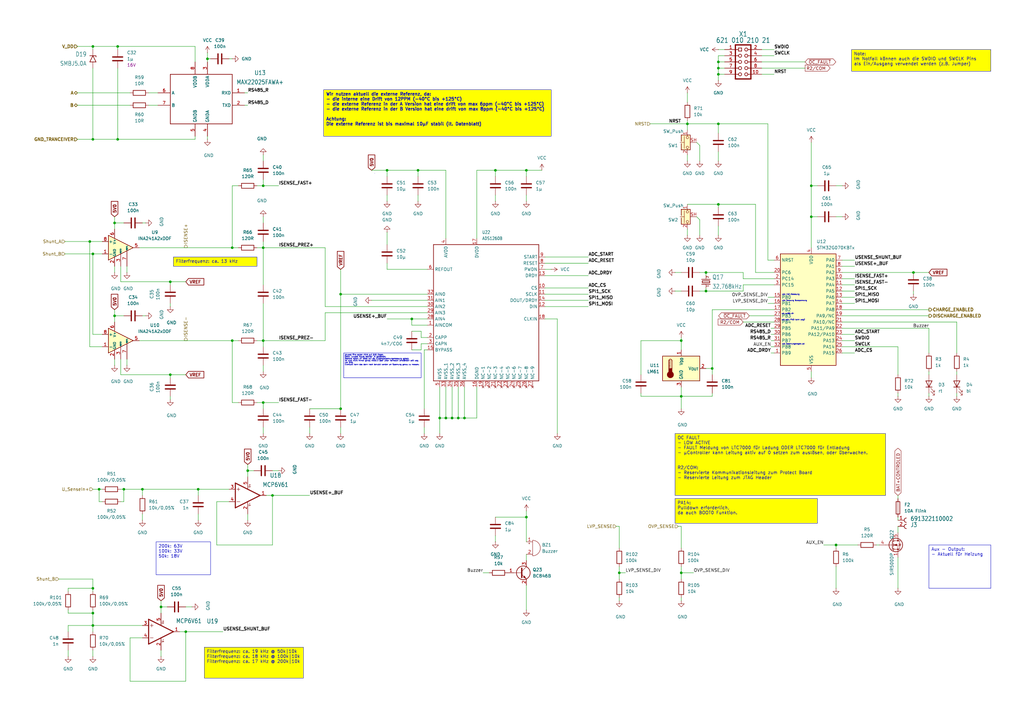
<source format=kicad_sch>
(kicad_sch
	(version 20250114)
	(generator "eeschema")
	(generator_version "9.0")
	(uuid "5f8b4aef-32eb-44a5-ac07-33765c2ecb50")
	(paper "A3")
	(lib_symbols
		(symbol "Amplifier_Current:INA241A2xDDF"
			(pin_names
				(offset 0.127)
			)
			(exclude_from_sim no)
			(in_bom yes)
			(on_board yes)
			(property "Reference" "U"
				(at 3.81 3.81 0)
				(effects
					(font
						(size 1.27 1.27)
					)
					(justify left)
				)
			)
			(property "Value" "INA241A2xDDF"
				(at 3.81 -2.54 0)
				(effects
					(font
						(size 1.27 1.27)
					)
					(justify left)
				)
			)
			(property "Footprint" "Package_TO_SOT_SMD:SOT-23-8"
				(at 0 -16.51 0)
				(effects
					(font
						(size 1.27 1.27)
					)
					(hide yes)
				)
			)
			(property "Datasheet" "https://www.ti.com/lit/ds/symlink/ina241b.pdf"
				(at 3.81 3.81 0)
				(effects
					(font
						(size 1.27 1.27)
					)
					(hide yes)
				)
			)
			(property "Description" "High- and Low-Side, Bidirectional, Zero-Drift, Current-Sense Amplifier With Enhanced PWM Rejection, 20V/V, ±0.01% Gain Accuracy, ±10 μV Offset Voltage, SOT-23-8"
				(at 0 0 0)
				(effects
					(font
						(size 1.27 1.27)
					)
					(hide yes)
				)
			)
			(property "ki_keywords" "current monitor shunt sensor bidirectional high low"
				(at 0 0 0)
				(effects
					(font
						(size 1.27 1.27)
					)
					(hide yes)
				)
			)
			(property "ki_fp_filters" "SOT?23*"
				(at 0 0 0)
				(effects
					(font
						(size 1.27 1.27)
					)
					(hide yes)
				)
			)
			(symbol "INA241A2xDDF_0_1"
				(polyline
					(pts
						(xy 5.08 0) (xy -5.08 5.08) (xy -5.08 -5.08) (xy 5.08 0)
					)
					(stroke
						(width 0.254)
						(type default)
					)
					(fill
						(type background)
					)
				)
			)
			(symbol "INA241A2xDDF_1_1"
				(pin input line
					(at -7.62 2.54 0)
					(length 2.54)
					(name "+"
						(effects
							(font
								(size 1.27 1.27)
							)
						)
					)
					(number "8"
						(effects
							(font
								(size 1.27 1.27)
							)
						)
					)
				)
				(pin input line
					(at -7.62 -2.54 0)
					(length 2.54)
					(name "-"
						(effects
							(font
								(size 1.27 1.27)
							)
						)
					)
					(number "1"
						(effects
							(font
								(size 1.27 1.27)
							)
						)
					)
				)
				(pin power_in line
					(at -2.54 7.62 270)
					(length 3.81)
					(name "V+"
						(effects
							(font
								(size 1.016 1.016)
							)
						)
					)
					(number "6"
						(effects
							(font
								(size 1.27 1.27)
							)
						)
					)
				)
				(pin power_in line
					(at -2.54 -7.62 90)
					(length 3.81)
					(name "GND"
						(effects
							(font
								(size 1.016 1.016)
							)
						)
					)
					(number "2"
						(effects
							(font
								(size 1.27 1.27)
							)
						)
					)
				)
				(pin passive line
					(at -2.54 -7.62 90)
					(length 3.81)
					(hide yes)
					(name "GND"
						(effects
							(font
								(size 1.016 1.016)
							)
						)
					)
					(number "4"
						(effects
							(font
								(size 1.27 1.27)
							)
						)
					)
				)
				(pin passive line
					(at 0 -7.62 90)
					(length 5.08)
					(name "REF2"
						(effects
							(font
								(size 0.508 0.508)
							)
						)
					)
					(number "3"
						(effects
							(font
								(size 1.27 1.27)
							)
						)
					)
				)
				(pin passive line
					(at 2.54 -7.62 90)
					(length 6.35)
					(name "REF1"
						(effects
							(font
								(size 0.508 0.508)
							)
						)
					)
					(number "7"
						(effects
							(font
								(size 1.27 1.27)
							)
						)
					)
				)
				(pin output line
					(at 7.62 0 180)
					(length 2.54)
					(name "~"
						(effects
							(font
								(size 1.27 1.27)
							)
						)
					)
					(number "5"
						(effects
							(font
								(size 1.27 1.27)
							)
						)
					)
				)
			)
			(embedded_fonts no)
		)
		(symbol "Device:Buzzer"
			(pin_names
				(offset 0.0254)
				(hide yes)
			)
			(exclude_from_sim no)
			(in_bom yes)
			(on_board yes)
			(property "Reference" "BZ"
				(at 3.81 1.27 0)
				(effects
					(font
						(size 1.27 1.27)
					)
					(justify left)
				)
			)
			(property "Value" "Buzzer"
				(at 3.81 -1.27 0)
				(effects
					(font
						(size 1.27 1.27)
					)
					(justify left)
				)
			)
			(property "Footprint" ""
				(at -0.635 2.54 90)
				(effects
					(font
						(size 1.27 1.27)
					)
					(hide yes)
				)
			)
			(property "Datasheet" "~"
				(at -0.635 2.54 90)
				(effects
					(font
						(size 1.27 1.27)
					)
					(hide yes)
				)
			)
			(property "Description" "Buzzer, polarized"
				(at 0 0 0)
				(effects
					(font
						(size 1.27 1.27)
					)
					(hide yes)
				)
			)
			(property "ki_keywords" "quartz resonator ceramic"
				(at 0 0 0)
				(effects
					(font
						(size 1.27 1.27)
					)
					(hide yes)
				)
			)
			(property "ki_fp_filters" "*Buzzer*"
				(at 0 0 0)
				(effects
					(font
						(size 1.27 1.27)
					)
					(hide yes)
				)
			)
			(symbol "Buzzer_0_1"
				(polyline
					(pts
						(xy -1.651 1.905) (xy -1.143 1.905)
					)
					(stroke
						(width 0)
						(type default)
					)
					(fill
						(type none)
					)
				)
				(polyline
					(pts
						(xy -1.397 2.159) (xy -1.397 1.651)
					)
					(stroke
						(width 0)
						(type default)
					)
					(fill
						(type none)
					)
				)
				(arc
					(start 0 3.175)
					(mid 3.1612 0)
					(end 0 -3.175)
					(stroke
						(width 0)
						(type default)
					)
					(fill
						(type none)
					)
				)
				(polyline
					(pts
						(xy 0 3.175) (xy 0 -3.175)
					)
					(stroke
						(width 0)
						(type default)
					)
					(fill
						(type none)
					)
				)
			)
			(symbol "Buzzer_1_1"
				(pin passive line
					(at -2.54 2.54 0)
					(length 2.54)
					(name "+"
						(effects
							(font
								(size 1.27 1.27)
							)
						)
					)
					(number "1"
						(effects
							(font
								(size 1.27 1.27)
							)
						)
					)
				)
				(pin passive line
					(at -2.54 -2.54 0)
					(length 2.54)
					(name "-"
						(effects
							(font
								(size 1.27 1.27)
							)
						)
					)
					(number "2"
						(effects
							(font
								(size 1.27 1.27)
							)
						)
					)
				)
			)
			(embedded_fonts no)
		)
		(symbol "Device:C"
			(pin_numbers
				(hide yes)
			)
			(pin_names
				(offset 0.254)
			)
			(exclude_from_sim no)
			(in_bom yes)
			(on_board yes)
			(property "Reference" "C"
				(at 0.635 2.54 0)
				(effects
					(font
						(size 1.27 1.27)
					)
					(justify left)
				)
			)
			(property "Value" "C"
				(at 0.635 -2.54 0)
				(effects
					(font
						(size 1.27 1.27)
					)
					(justify left)
				)
			)
			(property "Footprint" ""
				(at 0.9652 -3.81 0)
				(effects
					(font
						(size 1.27 1.27)
					)
					(hide yes)
				)
			)
			(property "Datasheet" "~"
				(at 0 0 0)
				(effects
					(font
						(size 1.27 1.27)
					)
					(hide yes)
				)
			)
			(property "Description" "Unpolarized capacitor"
				(at 0 0 0)
				(effects
					(font
						(size 1.27 1.27)
					)
					(hide yes)
				)
			)
			(property "ki_keywords" "cap capacitor"
				(at 0 0 0)
				(effects
					(font
						(size 1.27 1.27)
					)
					(hide yes)
				)
			)
			(property "ki_fp_filters" "C_*"
				(at 0 0 0)
				(effects
					(font
						(size 1.27 1.27)
					)
					(hide yes)
				)
			)
			(symbol "C_0_1"
				(polyline
					(pts
						(xy -2.032 0.762) (xy 2.032 0.762)
					)
					(stroke
						(width 0.508)
						(type default)
					)
					(fill
						(type none)
					)
				)
				(polyline
					(pts
						(xy -2.032 -0.762) (xy 2.032 -0.762)
					)
					(stroke
						(width 0.508)
						(type default)
					)
					(fill
						(type none)
					)
				)
			)
			(symbol "C_1_1"
				(pin passive line
					(at 0 3.81 270)
					(length 2.794)
					(name "~"
						(effects
							(font
								(size 1.27 1.27)
							)
						)
					)
					(number "1"
						(effects
							(font
								(size 1.27 1.27)
							)
						)
					)
				)
				(pin passive line
					(at 0 -3.81 90)
					(length 2.794)
					(name "~"
						(effects
							(font
								(size 1.27 1.27)
							)
						)
					)
					(number "2"
						(effects
							(font
								(size 1.27 1.27)
							)
						)
					)
				)
			)
			(embedded_fonts no)
		)
		(symbol "Device:Fuse"
			(pin_numbers
				(hide yes)
			)
			(pin_names
				(offset 0)
			)
			(exclude_from_sim no)
			(in_bom yes)
			(on_board yes)
			(property "Reference" "F"
				(at 2.032 0 90)
				(effects
					(font
						(size 1.27 1.27)
					)
				)
			)
			(property "Value" "Fuse"
				(at -1.905 0 90)
				(effects
					(font
						(size 1.27 1.27)
					)
				)
			)
			(property "Footprint" ""
				(at -1.778 0 90)
				(effects
					(font
						(size 1.27 1.27)
					)
					(hide yes)
				)
			)
			(property "Datasheet" "~"
				(at 0 0 0)
				(effects
					(font
						(size 1.27 1.27)
					)
					(hide yes)
				)
			)
			(property "Description" "Fuse"
				(at 0 0 0)
				(effects
					(font
						(size 1.27 1.27)
					)
					(hide yes)
				)
			)
			(property "ki_keywords" "fuse"
				(at 0 0 0)
				(effects
					(font
						(size 1.27 1.27)
					)
					(hide yes)
				)
			)
			(property "ki_fp_filters" "*Fuse*"
				(at 0 0 0)
				(effects
					(font
						(size 1.27 1.27)
					)
					(hide yes)
				)
			)
			(symbol "Fuse_0_1"
				(rectangle
					(start -0.762 -2.54)
					(end 0.762 2.54)
					(stroke
						(width 0.254)
						(type default)
					)
					(fill
						(type none)
					)
				)
				(polyline
					(pts
						(xy 0 2.54) (xy 0 -2.54)
					)
					(stroke
						(width 0)
						(type default)
					)
					(fill
						(type none)
					)
				)
			)
			(symbol "Fuse_1_1"
				(pin passive line
					(at 0 3.81 270)
					(length 1.27)
					(name "~"
						(effects
							(font
								(size 1.27 1.27)
							)
						)
					)
					(number "1"
						(effects
							(font
								(size 1.27 1.27)
							)
						)
					)
				)
				(pin passive line
					(at 0 -3.81 90)
					(length 1.27)
					(name "~"
						(effects
							(font
								(size 1.27 1.27)
							)
						)
					)
					(number "2"
						(effects
							(font
								(size 1.27 1.27)
							)
						)
					)
				)
			)
			(embedded_fonts no)
		)
		(symbol "Device:LED"
			(pin_numbers
				(hide yes)
			)
			(pin_names
				(offset 1.016)
				(hide yes)
			)
			(exclude_from_sim no)
			(in_bom yes)
			(on_board yes)
			(property "Reference" "D"
				(at 0 2.54 0)
				(effects
					(font
						(size 1.27 1.27)
					)
				)
			)
			(property "Value" "LED"
				(at 0 -2.54 0)
				(effects
					(font
						(size 1.27 1.27)
					)
				)
			)
			(property "Footprint" ""
				(at 0 0 0)
				(effects
					(font
						(size 1.27 1.27)
					)
					(hide yes)
				)
			)
			(property "Datasheet" "~"
				(at 0 0 0)
				(effects
					(font
						(size 1.27 1.27)
					)
					(hide yes)
				)
			)
			(property "Description" "Light emitting diode"
				(at 0 0 0)
				(effects
					(font
						(size 1.27 1.27)
					)
					(hide yes)
				)
			)
			(property "Sim.Pins" "1=K 2=A"
				(at 0 0 0)
				(effects
					(font
						(size 1.27 1.27)
					)
					(hide yes)
				)
			)
			(property "ki_keywords" "LED diode"
				(at 0 0 0)
				(effects
					(font
						(size 1.27 1.27)
					)
					(hide yes)
				)
			)
			(property "ki_fp_filters" "LED* LED_SMD:* LED_THT:*"
				(at 0 0 0)
				(effects
					(font
						(size 1.27 1.27)
					)
					(hide yes)
				)
			)
			(symbol "LED_0_1"
				(polyline
					(pts
						(xy -3.048 -0.762) (xy -4.572 -2.286) (xy -3.81 -2.286) (xy -4.572 -2.286) (xy -4.572 -1.524)
					)
					(stroke
						(width 0)
						(type default)
					)
					(fill
						(type none)
					)
				)
				(polyline
					(pts
						(xy -1.778 -0.762) (xy -3.302 -2.286) (xy -2.54 -2.286) (xy -3.302 -2.286) (xy -3.302 -1.524)
					)
					(stroke
						(width 0)
						(type default)
					)
					(fill
						(type none)
					)
				)
				(polyline
					(pts
						(xy -1.27 0) (xy 1.27 0)
					)
					(stroke
						(width 0)
						(type default)
					)
					(fill
						(type none)
					)
				)
				(polyline
					(pts
						(xy -1.27 -1.27) (xy -1.27 1.27)
					)
					(stroke
						(width 0.254)
						(type default)
					)
					(fill
						(type none)
					)
				)
				(polyline
					(pts
						(xy 1.27 -1.27) (xy 1.27 1.27) (xy -1.27 0) (xy 1.27 -1.27)
					)
					(stroke
						(width 0.254)
						(type default)
					)
					(fill
						(type none)
					)
				)
			)
			(symbol "LED_1_1"
				(pin passive line
					(at -3.81 0 0)
					(length 2.54)
					(name "K"
						(effects
							(font
								(size 1.27 1.27)
							)
						)
					)
					(number "1"
						(effects
							(font
								(size 1.27 1.27)
							)
						)
					)
				)
				(pin passive line
					(at 3.81 0 180)
					(length 2.54)
					(name "A"
						(effects
							(font
								(size 1.27 1.27)
							)
						)
					)
					(number "2"
						(effects
							(font
								(size 1.27 1.27)
							)
						)
					)
				)
			)
			(embedded_fonts no)
		)
		(symbol "Device:R"
			(pin_numbers
				(hide yes)
			)
			(pin_names
				(offset 0)
			)
			(exclude_from_sim no)
			(in_bom yes)
			(on_board yes)
			(property "Reference" "R"
				(at 2.032 0 90)
				(effects
					(font
						(size 1.27 1.27)
					)
				)
			)
			(property "Value" "R"
				(at 0 0 90)
				(effects
					(font
						(size 1.27 1.27)
					)
				)
			)
			(property "Footprint" ""
				(at -1.778 0 90)
				(effects
					(font
						(size 1.27 1.27)
					)
					(hide yes)
				)
			)
			(property "Datasheet" "~"
				(at 0 0 0)
				(effects
					(font
						(size 1.27 1.27)
					)
					(hide yes)
				)
			)
			(property "Description" "Resistor"
				(at 0 0 0)
				(effects
					(font
						(size 1.27 1.27)
					)
					(hide yes)
				)
			)
			(property "ki_keywords" "R res resistor"
				(at 0 0 0)
				(effects
					(font
						(size 1.27 1.27)
					)
					(hide yes)
				)
			)
			(property "ki_fp_filters" "R_*"
				(at 0 0 0)
				(effects
					(font
						(size 1.27 1.27)
					)
					(hide yes)
				)
			)
			(symbol "R_0_1"
				(rectangle
					(start -1.016 -2.54)
					(end 1.016 2.54)
					(stroke
						(width 0.254)
						(type default)
					)
					(fill
						(type none)
					)
				)
			)
			(symbol "R_1_1"
				(pin passive line
					(at 0 3.81 270)
					(length 1.27)
					(name "~"
						(effects
							(font
								(size 1.27 1.27)
							)
						)
					)
					(number "1"
						(effects
							(font
								(size 1.27 1.27)
							)
						)
					)
				)
				(pin passive line
					(at 0 -3.81 90)
					(length 1.27)
					(name "~"
						(effects
							(font
								(size 1.27 1.27)
							)
						)
					)
					(number "2"
						(effects
							(font
								(size 1.27 1.27)
							)
						)
					)
				)
			)
			(embedded_fonts no)
		)
		(symbol "Diode:1.5KExxA"
			(pin_numbers
				(hide yes)
			)
			(pin_names
				(offset 1.016)
				(hide yes)
			)
			(exclude_from_sim no)
			(in_bom yes)
			(on_board yes)
			(property "Reference" "D"
				(at 0 2.54 0)
				(effects
					(font
						(size 1.27 1.27)
					)
				)
			)
			(property "Value" "1.5KExxA"
				(at 0 -2.54 0)
				(effects
					(font
						(size 1.27 1.27)
					)
				)
			)
			(property "Footprint" "Diode_THT:D_DO-201AE_P15.24mm_Horizontal"
				(at 0 -5.08 0)
				(effects
					(font
						(size 1.27 1.27)
					)
					(hide yes)
				)
			)
			(property "Datasheet" "https://www.vishay.com/docs/88301/15ke.pdf"
				(at -1.27 0 0)
				(effects
					(font
						(size 1.27 1.27)
					)
					(hide yes)
				)
			)
			(property "Description" "1500W unidirectional TVS diode, DO-201AE"
				(at 0 0 0)
				(effects
					(font
						(size 1.27 1.27)
					)
					(hide yes)
				)
			)
			(property "ki_keywords" "transient voltage suppressor TRANSZORB®"
				(at 0 0 0)
				(effects
					(font
						(size 1.27 1.27)
					)
					(hide yes)
				)
			)
			(property "ki_fp_filters" "D?DO?201AE*"
				(at 0 0 0)
				(effects
					(font
						(size 1.27 1.27)
					)
					(hide yes)
				)
			)
			(symbol "1.5KExxA_0_1"
				(polyline
					(pts
						(xy -0.762 1.27) (xy -1.27 1.27) (xy -1.27 -1.27)
					)
					(stroke
						(width 0.254)
						(type default)
					)
					(fill
						(type none)
					)
				)
				(polyline
					(pts
						(xy 1.27 1.27) (xy 1.27 -1.27) (xy -1.27 0) (xy 1.27 1.27)
					)
					(stroke
						(width 0.254)
						(type default)
					)
					(fill
						(type none)
					)
				)
			)
			(symbol "1.5KExxA_1_1"
				(pin passive line
					(at -3.81 0 0)
					(length 2.54)
					(name "A1"
						(effects
							(font
								(size 1.27 1.27)
							)
						)
					)
					(number "1"
						(effects
							(font
								(size 1.27 1.27)
							)
						)
					)
				)
				(pin passive line
					(at 3.81 0 180)
					(length 2.54)
					(name "A2"
						(effects
							(font
								(size 1.27 1.27)
							)
						)
					)
					(number "2"
						(effects
							(font
								(size 1.27 1.27)
							)
						)
					)
				)
			)
			(embedded_fonts no)
		)
		(symbol "Sensor_Temperature:MCP9700x-HTT"
			(exclude_from_sim no)
			(in_bom yes)
			(on_board yes)
			(property "Reference" "U"
				(at -6.35 6.35 0)
				(effects
					(font
						(size 1.27 1.27)
					)
				)
			)
			(property "Value" "MCP9700x-HTT"
				(at 1.27 6.35 0)
				(effects
					(font
						(size 1.27 1.27)
					)
					(justify left)
				)
			)
			(property "Footprint" "Package_TO_SOT_SMD:SOT-23"
				(at 0 -10.16 0)
				(effects
					(font
						(size 1.27 1.27)
					)
					(hide yes)
				)
			)
			(property "Datasheet" "http://ww1.microchip.com/downloads/en/devicedoc/20001942g.pdf"
				(at -3.81 6.35 0)
				(effects
					(font
						(size 1.27 1.27)
					)
					(hide yes)
				)
			)
			(property "Description" "Low power, analog thermistor temperature sensor, ±4C accuracy, -40C to +150C, in SOT-23-3"
				(at 0 0 0)
				(effects
					(font
						(size 1.27 1.27)
					)
					(hide yes)
				)
			)
			(property "ki_keywords" "temperature sensor thermistor"
				(at 0 0 0)
				(effects
					(font
						(size 1.27 1.27)
					)
					(hide yes)
				)
			)
			(property "ki_fp_filters" "SOT?23*"
				(at 0 0 0)
				(effects
					(font
						(size 1.27 1.27)
					)
					(hide yes)
				)
			)
			(symbol "MCP9700x-HTT_0_1"
				(rectangle
					(start -7.62 5.08)
					(end 7.62 -5.08)
					(stroke
						(width 0.254)
						(type default)
					)
					(fill
						(type background)
					)
				)
				(polyline
					(pts
						(xy -5.08 3.175) (xy -5.08 0)
					)
					(stroke
						(width 0.254)
						(type default)
					)
					(fill
						(type none)
					)
				)
				(polyline
					(pts
						(xy -5.08 3.175) (xy -4.445 3.175)
					)
					(stroke
						(width 0.254)
						(type default)
					)
					(fill
						(type none)
					)
				)
				(polyline
					(pts
						(xy -5.08 2.54) (xy -4.445 2.54)
					)
					(stroke
						(width 0.254)
						(type default)
					)
					(fill
						(type none)
					)
				)
				(polyline
					(pts
						(xy -5.08 1.905) (xy -4.445 1.905)
					)
					(stroke
						(width 0.254)
						(type default)
					)
					(fill
						(type none)
					)
				)
				(polyline
					(pts
						(xy -5.08 1.27) (xy -4.445 1.27)
					)
					(stroke
						(width 0.254)
						(type default)
					)
					(fill
						(type none)
					)
				)
				(polyline
					(pts
						(xy -5.08 0.635) (xy -4.445 0.635)
					)
					(stroke
						(width 0.254)
						(type default)
					)
					(fill
						(type none)
					)
				)
				(arc
					(start -5.08 3.175)
					(mid -4.445 3.8073)
					(end -3.81 3.175)
					(stroke
						(width 0.254)
						(type default)
					)
					(fill
						(type none)
					)
				)
				(circle
					(center -4.445 -2.54)
					(radius 1.27)
					(stroke
						(width 0.254)
						(type default)
					)
					(fill
						(type outline)
					)
				)
				(polyline
					(pts
						(xy -3.81 3.175) (xy -3.81 0)
					)
					(stroke
						(width 0.254)
						(type default)
					)
					(fill
						(type none)
					)
				)
				(rectangle
					(start -3.81 -1.905)
					(end -5.08 0)
					(stroke
						(width 0.254)
						(type default)
					)
					(fill
						(type outline)
					)
				)
			)
			(symbol "MCP9700x-HTT_1_1"
				(pin power_in line
					(at 0 7.62 270)
					(length 2.54)
					(name "V_{DD}"
						(effects
							(font
								(size 1.27 1.27)
							)
						)
					)
					(number "1"
						(effects
							(font
								(size 1.27 1.27)
							)
						)
					)
				)
				(pin power_in line
					(at 0 -7.62 90)
					(length 2.54)
					(name "GND"
						(effects
							(font
								(size 1.27 1.27)
							)
						)
					)
					(number "3"
						(effects
							(font
								(size 1.27 1.27)
							)
						)
					)
				)
				(pin output line
					(at 10.16 0 180)
					(length 2.54)
					(name "V_{OUT}"
						(effects
							(font
								(size 1.27 1.27)
							)
						)
					)
					(number "2"
						(effects
							(font
								(size 1.27 1.27)
							)
						)
					)
				)
			)
			(embedded_fonts no)
		)
		(symbol "Switch:SW_Push_Shielded"
			(pin_names
				(offset 1.016)
				(hide yes)
			)
			(exclude_from_sim no)
			(in_bom yes)
			(on_board yes)
			(property "Reference" "SW"
				(at 4.318 2.032 0)
				(effects
					(font
						(size 1.27 1.27)
					)
					(justify left)
				)
			)
			(property "Value" "SW_Push_Shielded"
				(at 0 4.572 0)
				(effects
					(font
						(size 1.27 1.27)
					)
				)
			)
			(property "Footprint" ""
				(at 0 5.08 0)
				(effects
					(font
						(size 1.27 1.27)
					)
					(hide yes)
				)
			)
			(property "Datasheet" "~"
				(at 0 5.08 0)
				(effects
					(font
						(size 1.27 1.27)
					)
					(hide yes)
				)
			)
			(property "Description" "Generic push-button switch, two contact pins and shield pin(s)"
				(at 0 0 0)
				(effects
					(font
						(size 1.27 1.27)
					)
					(hide yes)
				)
			)
			(property "ki_keywords" "switch normally-open pushbutton momentary"
				(at 0 0 0)
				(effects
					(font
						(size 1.27 1.27)
					)
					(hide yes)
				)
			)
			(symbol "SW_Push_Shielded_0_1"
				(circle
					(center -2.032 0)
					(radius 0.508)
					(stroke
						(width 0)
						(type default)
					)
					(fill
						(type none)
					)
				)
				(polyline
					(pts
						(xy 0 1.27) (xy 0 3.048)
					)
					(stroke
						(width 0)
						(type default)
					)
					(fill
						(type none)
					)
				)
				(polyline
					(pts
						(xy 0.508 2.54) (xy 3.048 2.54) (xy 3.048 -1.143) (xy -3.048 -1.143) (xy -3.048 2.54) (xy -0.508 2.54)
					)
					(stroke
						(width -0.0254)
						(type default)
					)
					(fill
						(type none)
					)
				)
				(polyline
					(pts
						(xy 0.508 2.54) (xy 3.048 2.54) (xy 3.048 -1.143) (xy -3.048 -1.143) (xy -3.048 2.54) (xy -0.508 2.54)
					)
					(stroke
						(width 0.254)
						(type default)
					)
					(fill
						(type none)
					)
				)
				(circle
					(center 2.032 0)
					(radius 0.508)
					(stroke
						(width 0)
						(type default)
					)
					(fill
						(type none)
					)
				)
				(polyline
					(pts
						(xy 2.54 1.27) (xy -2.54 1.27)
					)
					(stroke
						(width 0)
						(type default)
					)
					(fill
						(type none)
					)
				)
				(pin passive line
					(at -5.08 0 0)
					(length 2.54)
					(name "1"
						(effects
							(font
								(size 1.27 1.27)
							)
						)
					)
					(number "1"
						(effects
							(font
								(size 1.27 1.27)
							)
						)
					)
				)
				(pin passive line
					(at 5.08 0 180)
					(length 2.54)
					(name "2"
						(effects
							(font
								(size 1.27 1.27)
							)
						)
					)
					(number "2"
						(effects
							(font
								(size 1.27 1.27)
							)
						)
					)
				)
			)
			(symbol "SW_Push_Shielded_1_1"
				(rectangle
					(start -3.048 2.54)
					(end 3.048 -1.27)
					(stroke
						(width -0.0254)
						(type default)
					)
					(fill
						(type background)
					)
				)
				(pin passive line
					(at 0 -3.81 90)
					(length 2.54)
					(name "B"
						(effects
							(font
								(size 1.27 1.27)
							)
						)
					)
					(number "SH"
						(effects
							(font
								(size 1.27 1.27)
							)
						)
					)
				)
			)
			(embedded_fonts no)
		)
		(symbol "Transistor_BJT:Q_NPN_BEC"
			(pin_names
				(offset 0)
				(hide yes)
			)
			(exclude_from_sim no)
			(in_bom yes)
			(on_board yes)
			(property "Reference" "Q"
				(at 5.08 1.27 0)
				(effects
					(font
						(size 1.27 1.27)
					)
					(justify left)
				)
			)
			(property "Value" "Q_NPN_BEC"
				(at 5.08 -1.27 0)
				(effects
					(font
						(size 1.27 1.27)
					)
					(justify left)
				)
			)
			(property "Footprint" ""
				(at 5.08 2.54 0)
				(effects
					(font
						(size 1.27 1.27)
					)
					(hide yes)
				)
			)
			(property "Datasheet" "~"
				(at 0 0 0)
				(effects
					(font
						(size 1.27 1.27)
					)
					(hide yes)
				)
			)
			(property "Description" "NPN transistor, base/emitter/collector"
				(at 0 0 0)
				(effects
					(font
						(size 1.27 1.27)
					)
					(hide yes)
				)
			)
			(property "ki_keywords" "BJT"
				(at 0 0 0)
				(effects
					(font
						(size 1.27 1.27)
					)
					(hide yes)
				)
			)
			(symbol "Q_NPN_BEC_0_1"
				(polyline
					(pts
						(xy -2.54 0) (xy 0.635 0)
					)
					(stroke
						(width 0)
						(type default)
					)
					(fill
						(type none)
					)
				)
				(polyline
					(pts
						(xy 0.635 1.905) (xy 0.635 -1.905)
					)
					(stroke
						(width 0.508)
						(type default)
					)
					(fill
						(type none)
					)
				)
				(circle
					(center 1.27 0)
					(radius 2.8194)
					(stroke
						(width 0.254)
						(type default)
					)
					(fill
						(type none)
					)
				)
			)
			(symbol "Q_NPN_BEC_1_1"
				(polyline
					(pts
						(xy 0.635 0.635) (xy 2.54 2.54)
					)
					(stroke
						(width 0)
						(type default)
					)
					(fill
						(type none)
					)
				)
				(polyline
					(pts
						(xy 0.635 -0.635) (xy 2.54 -2.54)
					)
					(stroke
						(width 0)
						(type default)
					)
					(fill
						(type none)
					)
				)
				(polyline
					(pts
						(xy 1.27 -1.778) (xy 1.778 -1.27) (xy 2.286 -2.286) (xy 1.27 -1.778)
					)
					(stroke
						(width 0)
						(type default)
					)
					(fill
						(type outline)
					)
				)
				(pin input line
					(at -5.08 0 0)
					(length 2.54)
					(name "B"
						(effects
							(font
								(size 1.27 1.27)
							)
						)
					)
					(number "1"
						(effects
							(font
								(size 1.27 1.27)
							)
						)
					)
				)
				(pin passive line
					(at 2.54 5.08 270)
					(length 2.54)
					(name "C"
						(effects
							(font
								(size 1.27 1.27)
							)
						)
					)
					(number "3"
						(effects
							(font
								(size 1.27 1.27)
							)
						)
					)
				)
				(pin passive line
					(at 2.54 -5.08 90)
					(length 2.54)
					(name "E"
						(effects
							(font
								(size 1.27 1.27)
							)
						)
					)
					(number "2"
						(effects
							(font
								(size 1.27 1.27)
							)
						)
					)
				)
			)
			(embedded_fonts no)
		)
		(symbol "Transistor_FET:SiR696DP"
			(pin_names
				(hide yes)
			)
			(exclude_from_sim no)
			(in_bom yes)
			(on_board yes)
			(property "Reference" "Q"
				(at 5.08 1.905 0)
				(effects
					(font
						(size 1.27 1.27)
					)
					(justify left)
				)
			)
			(property "Value" "SiR696DP"
				(at 5.08 0 0)
				(effects
					(font
						(size 1.27 1.27)
					)
					(justify left)
				)
			)
			(property "Footprint" "Package_SO:PowerPAK_SO-8_Single"
				(at 5.08 -1.905 0)
				(effects
					(font
						(size 1.27 1.27)
						(italic yes)
					)
					(justify left)
					(hide yes)
				)
			)
			(property "Datasheet" "https://www.vishay.com/docs/65689/sir696dp.pdf"
				(at 5.08 -3.81 0)
				(effects
					(font
						(size 1.27 1.27)
					)
					(justify left)
					(hide yes)
				)
			)
			(property "Description" "60A Id, 125V Vds N-Channel MOSFET, 9.6mOhm Ron, 19.4 nC Qg(typ), PowerPAK-8"
				(at 0 0 0)
				(effects
					(font
						(size 1.27 1.27)
					)
					(hide yes)
				)
			)
			(property "ki_keywords" "NMOS NFET Vishay"
				(at 0 0 0)
				(effects
					(font
						(size 1.27 1.27)
					)
					(hide yes)
				)
			)
			(property "ki_fp_filters" "PowerPAK*SO*Single*"
				(at 0 0 0)
				(effects
					(font
						(size 1.27 1.27)
					)
					(hide yes)
				)
			)
			(symbol "SiR696DP_0_1"
				(polyline
					(pts
						(xy 0.254 1.905) (xy 0.254 -1.905)
					)
					(stroke
						(width 0.254)
						(type default)
					)
					(fill
						(type none)
					)
				)
				(polyline
					(pts
						(xy 0.254 0) (xy -2.54 0)
					)
					(stroke
						(width 0)
						(type default)
					)
					(fill
						(type none)
					)
				)
				(polyline
					(pts
						(xy 0.762 2.286) (xy 0.762 1.27)
					)
					(stroke
						(width 0.254)
						(type default)
					)
					(fill
						(type none)
					)
				)
				(polyline
					(pts
						(xy 0.762 0.508) (xy 0.762 -0.508)
					)
					(stroke
						(width 0.254)
						(type default)
					)
					(fill
						(type none)
					)
				)
				(polyline
					(pts
						(xy 0.762 -1.27) (xy 0.762 -2.286)
					)
					(stroke
						(width 0.254)
						(type default)
					)
					(fill
						(type none)
					)
				)
				(polyline
					(pts
						(xy 0.762 -1.778) (xy 3.302 -1.778) (xy 3.302 1.778) (xy 0.762 1.778)
					)
					(stroke
						(width 0)
						(type default)
					)
					(fill
						(type none)
					)
				)
				(polyline
					(pts
						(xy 1.016 0) (xy 2.032 0.381) (xy 2.032 -0.381) (xy 1.016 0)
					)
					(stroke
						(width 0)
						(type default)
					)
					(fill
						(type outline)
					)
				)
				(circle
					(center 1.651 0)
					(radius 2.794)
					(stroke
						(width 0.254)
						(type default)
					)
					(fill
						(type none)
					)
				)
				(polyline
					(pts
						(xy 2.54 2.54) (xy 2.54 1.778)
					)
					(stroke
						(width 0)
						(type default)
					)
					(fill
						(type none)
					)
				)
				(circle
					(center 2.54 1.778)
					(radius 0.254)
					(stroke
						(width 0)
						(type default)
					)
					(fill
						(type outline)
					)
				)
				(circle
					(center 2.54 -1.778)
					(radius 0.254)
					(stroke
						(width 0)
						(type default)
					)
					(fill
						(type outline)
					)
				)
				(polyline
					(pts
						(xy 2.54 -2.54) (xy 2.54 0) (xy 0.762 0)
					)
					(stroke
						(width 0)
						(type default)
					)
					(fill
						(type none)
					)
				)
				(polyline
					(pts
						(xy 2.794 0.508) (xy 2.921 0.381) (xy 3.683 0.381) (xy 3.81 0.254)
					)
					(stroke
						(width 0)
						(type default)
					)
					(fill
						(type none)
					)
				)
				(polyline
					(pts
						(xy 3.302 0.381) (xy 2.921 -0.254) (xy 3.683 -0.254) (xy 3.302 0.381)
					)
					(stroke
						(width 0)
						(type default)
					)
					(fill
						(type none)
					)
				)
			)
			(symbol "SiR696DP_1_1"
				(pin input line
					(at -5.08 0 0)
					(length 2.54)
					(name "G"
						(effects
							(font
								(size 1.27 1.27)
							)
						)
					)
					(number "4"
						(effects
							(font
								(size 1.27 1.27)
							)
						)
					)
				)
				(pin passive line
					(at 2.54 5.08 270)
					(length 2.54)
					(name "D"
						(effects
							(font
								(size 1.27 1.27)
							)
						)
					)
					(number "5"
						(effects
							(font
								(size 1.27 1.27)
							)
						)
					)
				)
				(pin passive line
					(at 2.54 -5.08 90)
					(length 2.54)
					(name "S"
						(effects
							(font
								(size 1.27 1.27)
							)
						)
					)
					(number "1"
						(effects
							(font
								(size 1.27 1.27)
							)
						)
					)
				)
				(pin passive line
					(at 2.54 -5.08 90)
					(length 2.54)
					(hide yes)
					(name "S"
						(effects
							(font
								(size 1.27 1.27)
							)
						)
					)
					(number "2"
						(effects
							(font
								(size 1.27 1.27)
							)
						)
					)
				)
				(pin passive line
					(at 2.54 -5.08 90)
					(length 2.54)
					(hide yes)
					(name "S"
						(effects
							(font
								(size 1.27 1.27)
							)
						)
					)
					(number "3"
						(effects
							(font
								(size 1.27 1.27)
							)
						)
					)
				)
			)
			(embedded_fonts no)
		)
		(symbol "myADC:ADS1260"
			(exclude_from_sim no)
			(in_bom yes)
			(on_board yes)
			(property "Reference" "U22"
				(at 7.2741 25.4 0)
				(effects
					(font
						(size 1.27 1.0795)
					)
					(justify left)
				)
			)
			(property "Value" "ADS1260B"
				(at 7.2741 22.86 0)
				(effects
					(font
						(size 1.27 1.0795)
					)
					(justify left)
				)
			)
			(property "Footprint" "greenMeter_v3:ADS1260_VQFN-32"
				(at 0 0 0)
				(effects
					(font
						(size 1.27 1.27)
					)
					(hide yes)
				)
			)
			(property "Datasheet" "https://www.ti.com/lit/ds/symlink/ads1260.pdf?ts=1736592347563"
				(at 0 0 0)
				(effects
					(font
						(size 1.27 1.27)
					)
					(hide yes)
				)
			)
			(property "Description" "ADS1260BIRHBT A/D WANDLER 5-CH 24bit 40 kS/s 2.7V to 5.25V VQFN-32 SMD"
				(at 0 0 0)
				(effects
					(font
						(size 1.27 1.27)
					)
					(hide yes)
				)
			)
			(property "ECS Art#" "IC289"
				(at 0 0 0)
				(effects
					(font
						(size 1.27 1.27)
					)
					(hide yes)
				)
			)
			(property "HAN" "ADS1260BIRHBT"
				(at 0 0 0)
				(effects
					(font
						(size 1.27 1.27)
					)
					(hide yes)
				)
			)
			(property "Voltage" ""
				(at 0 0 0)
				(effects
					(font
						(size 1.27 1.27)
					)
					(hide yes)
				)
			)
			(property "Toleranz" ""
				(at 0 0 0)
				(effects
					(font
						(size 1.27 1.27)
					)
					(hide yes)
				)
			)
			(property "Hersteller" "TI"
				(at 0 0 0)
				(effects
					(font
						(size 1.27 1.27)
					)
					(hide yes)
				)
			)
			(property "Field-1" ""
				(at 0 0 0)
				(effects
					(font
						(size 1.27 1.27)
					)
					(hide yes)
				)
			)
			(property "Sim.Device" ""
				(at 0 0 0)
				(effects
					(font
						(size 1.27 1.27)
					)
					(hide yes)
				)
			)
			(property "Sim.Pins" ""
				(at 0 0 0)
				(effects
					(font
						(size 1.27 1.27)
					)
					(hide yes)
				)
			)
			(property "ki_locked" ""
				(at 0 0 0)
				(effects
					(font
						(size 1.27 1.27)
					)
				)
			)
			(symbol "ADS1260_1_0"
				(polyline
					(pts
						(xy -12.7 20.32) (xy -12.7 -35.56)
					)
					(stroke
						(width 0.254)
						(type solid)
					)
					(fill
						(type none)
					)
				)
				(polyline
					(pts
						(xy -12.7 -35.56) (xy 30.48 -35.56)
					)
					(stroke
						(width 0.254)
						(type solid)
					)
					(fill
						(type none)
					)
				)
				(polyline
					(pts
						(xy 30.48 20.32) (xy -12.7 20.32)
					)
					(stroke
						(width 0.254)
						(type solid)
					)
					(fill
						(type none)
					)
				)
				(polyline
					(pts
						(xy 30.48 -35.56) (xy 30.48 20.32)
					)
					(stroke
						(width 0.254)
						(type solid)
					)
					(fill
						(type none)
					)
				)
				(pin power_out line
					(at -15.24 10.16 0)
					(length 2.54)
					(name "REFOUT"
						(effects
							(font
								(size 1.27 1.27)
							)
						)
					)
					(number "6"
						(effects
							(font
								(size 1.27 1.27)
							)
						)
					)
				)
				(pin input line
					(at -15.24 0 0)
					(length 2.54)
					(name "AIN0"
						(effects
							(font
								(size 1.27 1.27)
							)
						)
					)
					(number "32"
						(effects
							(font
								(size 1.27 1.27)
							)
						)
					)
				)
				(pin input line
					(at -15.24 -2.54 0)
					(length 2.54)
					(name "AIN1"
						(effects
							(font
								(size 1.27 1.27)
							)
						)
					)
					(number "31"
						(effects
							(font
								(size 1.27 1.27)
							)
						)
					)
				)
				(pin input line
					(at -15.24 -5.08 0)
					(length 2.54)
					(name "AIN2"
						(effects
							(font
								(size 1.27 1.27)
							)
						)
					)
					(number "30"
						(effects
							(font
								(size 1.27 1.27)
							)
						)
					)
				)
				(pin input line
					(at -15.24 -7.62 0)
					(length 2.54)
					(name "AIN3"
						(effects
							(font
								(size 1.27 1.27)
							)
						)
					)
					(number "29"
						(effects
							(font
								(size 1.27 1.27)
							)
						)
					)
				)
				(pin input line
					(at -15.24 -10.16 0)
					(length 2.54)
					(name "AIN4"
						(effects
							(font
								(size 1.27 1.27)
							)
						)
					)
					(number "28"
						(effects
							(font
								(size 1.27 1.27)
							)
						)
					)
				)
				(pin input line
					(at -15.24 -12.7 0)
					(length 2.54)
					(name "AINCOM"
						(effects
							(font
								(size 1.27 1.27)
							)
						)
					)
					(number "1"
						(effects
							(font
								(size 1.27 1.27)
							)
						)
					)
				)
				(pin passive line
					(at -15.24 -17.78 0)
					(length 2.54)
					(name "CAPP"
						(effects
							(font
								(size 1.27 1.27)
							)
						)
					)
					(number "2"
						(effects
							(font
								(size 1.27 1.27)
							)
						)
					)
				)
				(pin passive line
					(at -15.24 -20.32 0)
					(length 2.54)
					(name "CAPN"
						(effects
							(font
								(size 1.27 1.27)
							)
						)
					)
					(number "3"
						(effects
							(font
								(size 1.27 1.27)
							)
						)
					)
				)
				(pin output line
					(at -15.24 -22.86 0)
					(length 2.54)
					(name "BYPASS"
						(effects
							(font
								(size 1.27 1.27)
							)
						)
					)
					(number "15"
						(effects
							(font
								(size 1.27 1.27)
							)
						)
					)
				)
				(pin power_in line
					(at -10.16 -38.1 90)
					(length 2.54)
					(name "AVSS"
						(effects
							(font
								(size 1.27 1.27)
							)
						)
					)
					(number "5"
						(effects
							(font
								(size 1.27 1.27)
							)
						)
					)
				)
				(pin power_in line
					(at -7.62 22.86 270)
					(length 2.54)
					(name "AVDD"
						(effects
							(font
								(size 1.27 1.27)
							)
						)
					)
					(number "4"
						(effects
							(font
								(size 1.27 1.27)
							)
						)
					)
				)
				(pin power_in line
					(at -7.62 -38.1 90)
					(length 2.54)
					(name "AVSS_1"
						(effects
							(font
								(size 1.27 1.27)
							)
						)
					)
					(number "33"
						(effects
							(font
								(size 1.27 1.27)
							)
						)
					)
				)
				(pin power_in line
					(at -5.08 -38.1 90)
					(length 2.54)
					(name "AVSS_2"
						(effects
							(font
								(size 1.27 1.27)
							)
						)
					)
					(number "34"
						(effects
							(font
								(size 1.27 1.27)
							)
						)
					)
				)
				(pin power_in line
					(at -2.54 -38.1 90)
					(length 2.54)
					(name "AVSS_3"
						(effects
							(font
								(size 1.27 1.27)
							)
						)
					)
					(number "35"
						(effects
							(font
								(size 1.27 1.27)
							)
						)
					)
				)
				(pin power_in line
					(at 0 -38.1 90)
					(length 2.54)
					(name "AVSS_4"
						(effects
							(font
								(size 1.27 1.27)
							)
						)
					)
					(number "36"
						(effects
							(font
								(size 1.27 1.27)
							)
						)
					)
				)
				(pin power_in line
					(at 5.08 22.86 270)
					(length 2.54)
					(name "DVDD"
						(effects
							(font
								(size 1.27 1.27)
							)
						)
					)
					(number "17"
						(effects
							(font
								(size 1.27 1.27)
							)
						)
					)
				)
				(pin power_in line
					(at 5.08 -38.1 90)
					(length 2.54)
					(name "DGND"
						(effects
							(font
								(size 1.27 1.27)
							)
						)
					)
					(number "16"
						(effects
							(font
								(size 1.27 1.27)
							)
						)
					)
				)
				(pin no_connect line
					(at 7.62 -38.1 90)
					(length 2.54)
					(name "NC-1"
						(effects
							(font
								(size 1.27 1.27)
							)
						)
					)
					(number "19"
						(effects
							(font
								(size 1.27 1.27)
							)
						)
					)
				)
				(pin no_connect line
					(at 10.16 -38.1 90)
					(length 2.54)
					(name "NC-2"
						(effects
							(font
								(size 1.27 1.27)
							)
						)
					)
					(number "20"
						(effects
							(font
								(size 1.27 1.27)
							)
						)
					)
				)
				(pin no_connect line
					(at 12.7 -38.1 90)
					(length 2.54)
					(name "NC-3"
						(effects
							(font
								(size 1.27 1.27)
							)
						)
					)
					(number "21"
						(effects
							(font
								(size 1.27 1.27)
							)
						)
					)
				)
				(pin no_connect line
					(at 15.24 -38.1 90)
					(length 2.54)
					(name "NC-4"
						(effects
							(font
								(size 1.27 1.27)
							)
						)
					)
					(number "22"
						(effects
							(font
								(size 1.27 1.27)
							)
						)
					)
				)
				(pin no_connect line
					(at 17.78 -38.1 90)
					(length 2.54)
					(name "NC-5"
						(effects
							(font
								(size 1.27 1.27)
							)
						)
					)
					(number "23"
						(effects
							(font
								(size 1.27 1.27)
							)
						)
					)
				)
				(pin no_connect line
					(at 20.32 -38.1 90)
					(length 2.54)
					(name "NC-6"
						(effects
							(font
								(size 1.27 1.27)
							)
						)
					)
					(number "24"
						(effects
							(font
								(size 1.27 1.27)
							)
						)
					)
				)
				(pin no_connect line
					(at 22.86 -38.1 90)
					(length 2.54)
					(name "NC-7"
						(effects
							(font
								(size 1.27 1.27)
							)
						)
					)
					(number "25"
						(effects
							(font
								(size 1.27 1.27)
							)
						)
					)
				)
				(pin no_connect line
					(at 25.4 -38.1 90)
					(length 2.54)
					(name "NC-8"
						(effects
							(font
								(size 1.27 1.27)
							)
						)
					)
					(number "26"
						(effects
							(font
								(size 1.27 1.27)
							)
						)
					)
				)
				(pin no_connect line
					(at 27.94 -38.1 90)
					(length 2.54)
					(name "NC-9"
						(effects
							(font
								(size 1.27 1.27)
							)
						)
					)
					(number "27"
						(effects
							(font
								(size 1.27 1.27)
							)
						)
					)
				)
				(pin input line
					(at 33.02 15.24 180)
					(length 2.54)
					(name "START"
						(effects
							(font
								(size 1.27 1.27)
							)
						)
					)
					(number "9"
						(effects
							(font
								(size 1.27 1.27)
							)
						)
					)
				)
				(pin input line
					(at 33.02 12.7 180)
					(length 2.54)
					(name "RESET"
						(effects
							(font
								(size 1.27 1.27)
							)
						)
					)
					(number "8"
						(effects
							(font
								(size 1.27 1.27)
							)
						)
					)
				)
				(pin input line
					(at 33.02 10.16 180)
					(length 2.54)
					(name "PWDN"
						(effects
							(font
								(size 1.27 1.27)
							)
						)
					)
					(number "7"
						(effects
							(font
								(size 1.27 1.27)
							)
						)
					)
				)
				(pin output line
					(at 33.02 7.62 180)
					(length 2.54)
					(name "DRDY"
						(effects
							(font
								(size 1.27 1.27)
							)
						)
					)
					(number "13"
						(effects
							(font
								(size 1.27 1.27)
							)
						)
					)
				)
				(pin input line
					(at 33.02 2.54 180)
					(length 2.54)
					(name "CS"
						(effects
							(font
								(size 1.27 1.27)
							)
						)
					)
					(number "10"
						(effects
							(font
								(size 1.27 1.27)
							)
						)
					)
				)
				(pin input line
					(at 33.02 0 180)
					(length 2.54)
					(name "SCLK"
						(effects
							(font
								(size 1.27 1.27)
							)
						)
					)
					(number "11"
						(effects
							(font
								(size 1.27 1.27)
							)
						)
					)
				)
				(pin output line
					(at 33.02 -2.54 180)
					(length 2.54)
					(name "DOUT/DRDY"
						(effects
							(font
								(size 1.27 1.27)
							)
						)
					)
					(number "14"
						(effects
							(font
								(size 1.27 1.27)
							)
						)
					)
				)
				(pin input line
					(at 33.02 -5.08 180)
					(length 2.54)
					(name "DIN"
						(effects
							(font
								(size 1.27 1.27)
							)
						)
					)
					(number "12"
						(effects
							(font
								(size 1.27 1.27)
							)
						)
					)
				)
				(pin input line
					(at 33.02 -10.16 180)
					(length 2.54)
					(name "CLKIN"
						(effects
							(font
								(size 1.27 1.27)
							)
						)
					)
					(number "18"
						(effects
							(font
								(size 1.27 1.27)
							)
						)
					)
				)
			)
			(embedded_fonts no)
		)
		(symbol "myController:STM32G070KBTx"
			(exclude_from_sim no)
			(in_bom yes)
			(on_board yes)
			(property "Reference" "U12"
				(at 4.7341 27.94 0)
				(effects
					(font
						(size 1.27 1.27)
					)
					(justify left)
				)
			)
			(property "Value" "STM32G070KBTx"
				(at 4.7341 25.4 0)
				(effects
					(font
						(size 1.27 1.27)
					)
					(justify left)
				)
			)
			(property "Footprint" "Package_QFP:LQFP-32_7x7mm_P0.8mm"
				(at -10.16 -22.86 0)
				(effects
					(font
						(size 1.27 1.27)
					)
					(justify right)
					(hide yes)
				)
			)
			(property "Datasheet" "https://www.st.com/resource/en/datasheet/stm32g070kb.pdf"
				(at 0 0 0)
				(effects
					(font
						(size 1.27 1.27)
					)
					(hide yes)
				)
			)
			(property "Description" "STMicroelectronics Arm Cortex-M0+ MCU, 128KB flash, 36KB RAM, 64 MHz, 2.0-3.6V, 29 GPIO, LQFP32"
				(at 0 0 0)
				(effects
					(font
						(size 1.27 1.27)
					)
					(hide yes)
				)
			)
			(property "ECS Art#" "IC288"
				(at 0 0 0)
				(effects
					(font
						(size 1.27 1.27)
					)
					(hide yes)
				)
			)
			(property "HAN" "STM32G070KBT6 "
				(at 0 0 0)
				(effects
					(font
						(size 1.27 1.27)
					)
					(hide yes)
				)
			)
			(property "Voltage" ""
				(at 0 0 0)
				(effects
					(font
						(size 1.27 1.27)
					)
					(hide yes)
				)
			)
			(property "Toleranz" ""
				(at 0 0 0)
				(effects
					(font
						(size 1.27 1.27)
					)
					(hide yes)
				)
			)
			(property "Hersteller" "ST"
				(at 0 0 0)
				(effects
					(font
						(size 1.27 1.27)
					)
					(hide yes)
				)
			)
			(property "Sim.Device" ""
				(at 0 0 0)
				(effects
					(font
						(size 1.27 1.27)
					)
					(hide yes)
				)
			)
			(property "Sim.Pins" ""
				(at 0 0 0)
				(effects
					(font
						(size 1.27 1.27)
					)
					(hide yes)
				)
			)
			(property "ki_keywords" "Arm Cortex-M0+ STM32G0 STM32G0x0 Value line"
				(at 0 0 0)
				(effects
					(font
						(size 1.27 1.27)
					)
					(hide yes)
				)
			)
			(property "ki_fp_filters" "LQFP*7x7mm*P0.8mm*"
				(at 0 0 0)
				(effects
					(font
						(size 1.27 1.27)
					)
					(hide yes)
				)
			)
			(symbol "STM32G070KBTx_0_1"
				(rectangle
					(start -10.16 -22.86)
					(end 12.7 22.86)
					(stroke
						(width 0.254)
						(type default)
					)
					(fill
						(type background)
					)
				)
			)
			(symbol "STM32G070KBTx_1_1"
				(pin input line
					(at -12.7 20.32 0)
					(length 2.54)
					(name "NRST"
						(effects
							(font
								(size 1.27 1.27)
							)
						)
					)
					(number "6"
						(effects
							(font
								(size 1.27 1.27)
							)
						)
					)
				)
				(pin bidirectional line
					(at -12.7 15.24 0)
					(length 2.54)
					(name "PC6"
						(effects
							(font
								(size 1.27 1.27)
							)
						)
					)
					(number "20"
						(effects
							(font
								(size 1.27 1.27)
							)
						)
					)
					(alternate "TIM3_CH1" bidirectional line)
				)
				(pin bidirectional line
					(at -12.7 12.7 0)
					(length 2.54)
					(name "PC14"
						(effects
							(font
								(size 1.27 1.27)
							)
						)
					)
					(number "2"
						(effects
							(font
								(size 1.27 1.27)
							)
						)
					)
					(alternate "RCC_OSC32_IN" bidirectional line)
					(alternate "RCC_OSC_IN" bidirectional line)
					(alternate "TIM1_BK2" bidirectional line)
				)
				(pin bidirectional line
					(at -12.7 10.16 0)
					(length 2.54)
					(name "PC15"
						(effects
							(font
								(size 1.27 1.27)
							)
						)
					)
					(number "3"
						(effects
							(font
								(size 1.27 1.27)
							)
						)
					)
					(alternate "RCC_OSC32_EN" bidirectional line)
					(alternate "RCC_OSC32_OUT" bidirectional line)
					(alternate "RCC_OSC_EN" bidirectional line)
					(alternate "TIM15_BK" bidirectional line)
				)
				(pin bidirectional line
					(at -12.7 5.08 0)
					(length 2.54)
					(name "PB0"
						(effects
							(font
								(size 1.27 1.27)
							)
						)
					)
					(number "15"
						(effects
							(font
								(size 1.27 1.27)
							)
						)
					)
					(alternate "ADC1_IN8" bidirectional line)
					(alternate "I2S1_WS" bidirectional line)
					(alternate "SPI1_NSS" bidirectional line)
					(alternate "TIM1_CH2N" bidirectional line)
					(alternate "TIM3_CH3" bidirectional line)
					(alternate "USART3_RX" bidirectional line)
				)
				(pin bidirectional line
					(at -12.7 2.54 0)
					(length 2.54)
					(name "PB1"
						(effects
							(font
								(size 1.27 1.27)
							)
						)
					)
					(number "16"
						(effects
							(font
								(size 1.27 1.27)
							)
						)
					)
					(alternate "ADC1_IN9" bidirectional line)
					(alternate "TIM14_CH1" bidirectional line)
					(alternate "TIM1_CH3N" bidirectional line)
					(alternate "TIM3_CH4" bidirectional line)
					(alternate "USART3_CK" bidirectional line)
					(alternate "USART3_DE" bidirectional line)
					(alternate "USART3_RTS" bidirectional line)
				)
				(pin bidirectional line
					(at -12.7 0 0)
					(length 2.54)
					(name "PB2"
						(effects
							(font
								(size 1.27 1.27)
							)
						)
					)
					(number "17"
						(effects
							(font
								(size 1.27 1.27)
							)
						)
					)
					(alternate "ADC1_IN10" bidirectional line)
					(alternate "SPI2_MISO" bidirectional line)
					(alternate "USART3_TX" bidirectional line)
				)
				(pin bidirectional line
					(at -12.7 -2.54 0)
					(length 2.54)
					(name "PB3"
						(effects
							(font
								(size 1.27 1.27)
							)
						)
					)
					(number "27"
						(effects
							(font
								(size 1.27 1.27)
							)
						)
					)
					(alternate "I2S1_CK" bidirectional line)
					(alternate "SPI1_SCK" bidirectional line)
					(alternate "TIM1_CH2" bidirectional line)
					(alternate "USART1_CK" bidirectional line)
					(alternate "USART1_DE" bidirectional line)
					(alternate "USART1_RTS" bidirectional line)
				)
				(pin bidirectional line
					(at -12.7 -5.08 0)
					(length 2.54)
					(name "PB4"
						(effects
							(font
								(size 1.27 1.27)
							)
						)
					)
					(number "28"
						(effects
							(font
								(size 1.27 1.27)
							)
						)
					)
					(alternate "I2S1_MCK" bidirectional line)
					(alternate "SPI1_MISO" bidirectional line)
					(alternate "TIM17_BK" bidirectional line)
					(alternate "TIM3_CH1" bidirectional line)
					(alternate "USART1_CTS" bidirectional line)
					(alternate "USART1_NSS" bidirectional line)
				)
				(pin bidirectional line
					(at -12.7 -7.62 0)
					(length 2.54)
					(name "PB5"
						(effects
							(font
								(size 1.27 1.27)
							)
						)
					)
					(number "29"
						(effects
							(font
								(size 1.27 1.27)
							)
						)
					)
					(alternate "I2C1_SMBA" bidirectional line)
					(alternate "I2S1_SD" bidirectional line)
					(alternate "SPI1_MOSI" bidirectional line)
					(alternate "SYS_WKUP6" bidirectional line)
					(alternate "TIM16_BK" bidirectional line)
					(alternate "TIM3_CH2" bidirectional line)
				)
				(pin bidirectional line
					(at -12.7 -10.16 0)
					(length 2.54)
					(name "PB6"
						(effects
							(font
								(size 1.27 1.27)
							)
						)
					)
					(number "30"
						(effects
							(font
								(size 1.27 1.27)
							)
						)
					)
					(alternate "I2C1_SCL" bidirectional line)
					(alternate "SPI2_MISO" bidirectional line)
					(alternate "TIM16_CH1N" bidirectional line)
					(alternate "TIM1_CH3" bidirectional line)
					(alternate "USART1_TX" bidirectional line)
				)
				(pin bidirectional line
					(at -12.7 -12.7 0)
					(length 2.54)
					(name "PB7"
						(effects
							(font
								(size 1.27 1.27)
							)
						)
					)
					(number "31"
						(effects
							(font
								(size 1.27 1.27)
							)
						)
					)
					(alternate "I2C1_SDA" bidirectional line)
					(alternate "SPI2_MOSI" bidirectional line)
					(alternate "TIM17_CH1N" bidirectional line)
					(alternate "USART1_RX" bidirectional line)
					(alternate "USART4_CTS" bidirectional line)
					(alternate "USART4_NSS" bidirectional line)
				)
				(pin bidirectional line
					(at -12.7 -15.24 0)
					(length 2.54)
					(name "PB8"
						(effects
							(font
								(size 1.27 1.27)
							)
						)
					)
					(number "32"
						(effects
							(font
								(size 1.27 1.27)
							)
						)
					)
					(alternate "I2C1_SCL" bidirectional line)
					(alternate "SPI2_SCK" bidirectional line)
					(alternate "TIM15_BK" bidirectional line)
					(alternate "TIM16_CH1" bidirectional line)
					(alternate "USART3_TX" bidirectional line)
				)
				(pin bidirectional line
					(at -12.7 -17.78 0)
					(length 2.54)
					(name "PB9"
						(effects
							(font
								(size 1.27 1.27)
							)
						)
					)
					(number "1"
						(effects
							(font
								(size 1.27 1.27)
							)
						)
					)
					(alternate "I2C1_SDA" bidirectional line)
					(alternate "IR_OUT" bidirectional line)
					(alternate "SPI2_NSS" bidirectional line)
					(alternate "TIM17_CH1" bidirectional line)
					(alternate "USART3_RX" bidirectional line)
				)
				(pin power_in line
					(at 2.54 25.4 270)
					(length 2.54)
					(name "VDD"
						(effects
							(font
								(size 1.27 1.27)
							)
						)
					)
					(number "4"
						(effects
							(font
								(size 1.27 1.27)
							)
						)
					)
				)
				(pin power_in line
					(at 2.54 -25.4 90)
					(length 2.54)
					(name "VSS"
						(effects
							(font
								(size 1.27 1.27)
							)
						)
					)
					(number "5"
						(effects
							(font
								(size 1.27 1.27)
							)
						)
					)
				)
				(pin bidirectional line
					(at 15.24 20.32 180)
					(length 2.54)
					(name "PA0"
						(effects
							(font
								(size 1.27 1.27)
							)
						)
					)
					(number "7"
						(effects
							(font
								(size 1.27 1.27)
							)
						)
					)
					(alternate "ADC1_IN0" bidirectional line)
					(alternate "RTC_TAMP_IN2" bidirectional line)
					(alternate "SPI2_SCK" bidirectional line)
					(alternate "SYS_WKUP1" bidirectional line)
					(alternate "USART2_CTS" bidirectional line)
					(alternate "USART2_NSS" bidirectional line)
					(alternate "USART4_TX" bidirectional line)
				)
				(pin bidirectional line
					(at 15.24 17.78 180)
					(length 2.54)
					(name "PA1"
						(effects
							(font
								(size 1.27 1.27)
							)
						)
					)
					(number "8"
						(effects
							(font
								(size 1.27 1.27)
							)
						)
					)
					(alternate "ADC1_IN1" bidirectional line)
					(alternate "I2C1_SMBA" bidirectional line)
					(alternate "I2S1_CK" bidirectional line)
					(alternate "SPI1_SCK" bidirectional line)
					(alternate "TIM15_CH1N" bidirectional line)
					(alternate "USART2_CK" bidirectional line)
					(alternate "USART2_DE" bidirectional line)
					(alternate "USART2_RTS" bidirectional line)
					(alternate "USART4_RX" bidirectional line)
				)
				(pin bidirectional line
					(at 15.24 15.24 180)
					(length 2.54)
					(name "PA2"
						(effects
							(font
								(size 1.27 1.27)
							)
						)
					)
					(number "9"
						(effects
							(font
								(size 1.27 1.27)
							)
						)
					)
					(alternate "ADC1_IN2" bidirectional line)
					(alternate "I2S1_SD" bidirectional line)
					(alternate "RCC_LSCO" bidirectional line)
					(alternate "SPI1_MOSI" bidirectional line)
					(alternate "SYS_WKUP4" bidirectional line)
					(alternate "TIM15_CH1" bidirectional line)
					(alternate "USART2_TX" bidirectional line)
				)
				(pin bidirectional line
					(at 15.24 12.7 180)
					(length 2.54)
					(name "PA3"
						(effects
							(font
								(size 1.27 1.27)
							)
						)
					)
					(number "10"
						(effects
							(font
								(size 1.27 1.27)
							)
						)
					)
					(alternate "ADC1_IN3" bidirectional line)
					(alternate "SPI2_MISO" bidirectional line)
					(alternate "TIM15_CH2" bidirectional line)
					(alternate "USART2_RX" bidirectional line)
				)
				(pin bidirectional line
					(at 15.24 10.16 180)
					(length 2.54)
					(name "PA4"
						(effects
							(font
								(size 1.27 1.27)
							)
						)
					)
					(number "11"
						(effects
							(font
								(size 1.27 1.27)
							)
						)
					)
					(alternate "ADC1_IN4" bidirectional line)
					(alternate "I2S1_WS" bidirectional line)
					(alternate "RTC_OUT_ALARM" bidirectional line)
					(alternate "RTC_OUT_CALIB" bidirectional line)
					(alternate "RTC_TAMP_IN1" bidirectional line)
					(alternate "RTC_TS" bidirectional line)
					(alternate "SPI1_NSS" bidirectional line)
					(alternate "SPI2_MOSI" bidirectional line)
					(alternate "SYS_WKUP2" bidirectional line)
					(alternate "TIM14_CH1" bidirectional line)
				)
				(pin bidirectional line
					(at 15.24 7.62 180)
					(length 2.54)
					(name "PA5"
						(effects
							(font
								(size 1.27 1.27)
							)
						)
					)
					(number "12"
						(effects
							(font
								(size 1.27 1.27)
							)
						)
					)
					(alternate "ADC1_IN5" bidirectional line)
					(alternate "I2S1_CK" bidirectional line)
					(alternate "SPI1_SCK" bidirectional line)
					(alternate "USART3_TX" bidirectional line)
				)
				(pin bidirectional line
					(at 15.24 5.08 180)
					(length 2.54)
					(name "PA6"
						(effects
							(font
								(size 1.27 1.27)
							)
						)
					)
					(number "13"
						(effects
							(font
								(size 1.27 1.27)
							)
						)
					)
					(alternate "ADC1_IN6" bidirectional line)
					(alternate "I2S1_MCK" bidirectional line)
					(alternate "SPI1_MISO" bidirectional line)
					(alternate "TIM16_CH1" bidirectional line)
					(alternate "TIM1_BK" bidirectional line)
					(alternate "TIM3_CH1" bidirectional line)
					(alternate "USART3_CTS" bidirectional line)
					(alternate "USART3_NSS" bidirectional line)
				)
				(pin bidirectional line
					(at 15.24 2.54 180)
					(length 2.54)
					(name "PA7"
						(effects
							(font
								(size 1.27 1.27)
							)
						)
					)
					(number "14"
						(effects
							(font
								(size 1.27 1.27)
							)
						)
					)
					(alternate "ADC1_IN7" bidirectional line)
					(alternate "I2S1_SD" bidirectional line)
					(alternate "SPI1_MOSI" bidirectional line)
					(alternate "TIM14_CH1" bidirectional line)
					(alternate "TIM17_CH1" bidirectional line)
					(alternate "TIM1_CH1N" bidirectional line)
					(alternate "TIM3_CH2" bidirectional line)
				)
				(pin bidirectional line
					(at 15.24 0 180)
					(length 2.54)
					(name "PA8"
						(effects
							(font
								(size 1.27 1.27)
							)
						)
					)
					(number "18"
						(effects
							(font
								(size 1.27 1.27)
							)
						)
					)
					(alternate "RCC_MCO" bidirectional line)
					(alternate "SPI2_NSS" bidirectional line)
					(alternate "TIM1_CH1" bidirectional line)
				)
				(pin bidirectional line
					(at 15.24 -2.54 180)
					(length 2.54)
					(name "PA9/NC"
						(effects
							(font
								(size 1.27 1.27)
							)
						)
					)
					(number "19"
						(effects
							(font
								(size 1.27 1.27)
							)
						)
					)
					(alternate "I2C1_SCL" bidirectional line)
					(alternate "RCC_MCO" bidirectional line)
					(alternate "SPI2_MISO" bidirectional line)
					(alternate "TIM15_BK" bidirectional line)
					(alternate "TIM1_CH2" bidirectional line)
					(alternate "USART1_TX" bidirectional line)
				)
				(pin bidirectional line
					(at 15.24 -5.08 180)
					(length 2.54)
					(name "PA10/NC"
						(effects
							(font
								(size 1.27 1.27)
							)
						)
					)
					(number "21"
						(effects
							(font
								(size 1.27 1.27)
							)
						)
					)
					(alternate "I2C1_SDA" bidirectional line)
					(alternate "SPI2_MOSI" bidirectional line)
					(alternate "TIM17_BK" bidirectional line)
					(alternate "TIM1_CH3" bidirectional line)
					(alternate "USART1_RX" bidirectional line)
				)
				(pin bidirectional line
					(at 15.24 -7.62 180)
					(length 2.54)
					(name "PA11/PA9"
						(effects
							(font
								(size 1.27 1.27)
							)
						)
					)
					(number "22"
						(effects
							(font
								(size 1.27 1.27)
							)
						)
					)
					(alternate "ADC1_EXTI11" bidirectional line)
					(alternate "I2C2_SCL" bidirectional line)
					(alternate "I2S1_MCK" bidirectional line)
					(alternate "SPI1_MISO" bidirectional line)
					(alternate "TIM1_BK2" bidirectional line)
					(alternate "TIM1_CH4" bidirectional line)
					(alternate "USART1_CTS" bidirectional line)
					(alternate "USART1_NSS" bidirectional line)
				)
				(pin bidirectional line
					(at 15.24 -10.16 180)
					(length 2.54)
					(name "PA12/PA10"
						(effects
							(font
								(size 1.27 1.27)
							)
						)
					)
					(number "23"
						(effects
							(font
								(size 1.27 1.27)
							)
						)
					)
					(alternate "I2C2_SDA" bidirectional line)
					(alternate "I2S1_SD" bidirectional line)
					(alternate "I2S_CKIN" bidirectional line)
					(alternate "SPI1_MOSI" bidirectional line)
					(alternate "TIM1_ETR" bidirectional line)
					(alternate "USART1_CK" bidirectional line)
					(alternate "USART1_DE" bidirectional line)
					(alternate "USART1_RTS" bidirectional line)
				)
				(pin bidirectional line
					(at 15.24 -12.7 180)
					(length 2.54)
					(name "PA13"
						(effects
							(font
								(size 1.27 1.27)
							)
						)
					)
					(number "24"
						(effects
							(font
								(size 1.27 1.27)
							)
						)
					)
					(alternate "IR_OUT" bidirectional line)
					(alternate "SYS_SWDIO" bidirectional line)
				)
				(pin bidirectional line
					(at 15.24 -15.24 180)
					(length 2.54)
					(name "PA14"
						(effects
							(font
								(size 1.27 1.27)
							)
						)
					)
					(number "25"
						(effects
							(font
								(size 1.27 1.27)
							)
						)
					)
					(alternate "SYS_SWCLK" bidirectional line)
					(alternate "USART2_TX" bidirectional line)
				)
				(pin bidirectional line
					(at 15.24 -17.78 180)
					(length 2.54)
					(name "PA15"
						(effects
							(font
								(size 1.27 1.27)
							)
						)
					)
					(number "26"
						(effects
							(font
								(size 1.27 1.27)
							)
						)
					)
					(alternate "I2S1_WS" bidirectional line)
					(alternate "SPI1_NSS" bidirectional line)
					(alternate "USART2_RX" bidirectional line)
					(alternate "USART3_CK" bidirectional line)
					(alternate "USART3_DE" bidirectional line)
					(alternate "USART3_RTS" bidirectional line)
					(alternate "USART4_CK" bidirectional line)
					(alternate "USART4_DE" bidirectional line)
					(alternate "USART4_RTS" bidirectional line)
				)
			)
			(embedded_fonts no)
		)
		(symbol "myGreenMeterLibInport:691321100002_EAGLE_WR-TBL_REV19A_691322110002"
			(exclude_from_sim no)
			(in_bom yes)
			(on_board yes)
			(property "Reference" "J"
				(at 1.27 0.238 0)
				(effects
					(font
						(size 1.778 1.5113)
					)
					(justify left bottom)
				)
			)
			(property "Value" ""
				(at 1.27 -2.54 0)
				(effects
					(font
						(size 1.778 1.5113)
					)
					(justify left bottom)
				)
			)
			(property "Footprint" "greenMeter_v3:691321100002_EAGLE_WR-TBL_REV19A_691322110002"
				(at 0 0 0)
				(effects
					(font
						(size 1.27 1.27)
					)
					(hide yes)
				)
			)
			(property "Datasheet" ""
				(at 0 0 0)
				(effects
					(font
						(size 1.27 1.27)
					)
					(hide yes)
				)
			)
			(property "Description" "WR-TBL Serie 3221 - 3.50mm Horizontal PCB Header, 2 Pins=>Code : Con_TBL_Pluggable_3.50_PCB_H_691322110002\n\nhttp://katalog.we-online.de/media/images/eican/Con_TBL_Pluggable_3.50_PCB_H_6913221100xx_pf2.jpg\n\nDetails see: http://katalog.we-online.de/en/em/TBL_3_50_3221_HORIZONTAL_PCB_HEADER_69132211000X http://katalog.we-online.de/en/em/TBL_3_50_3221_HORIZONTAL_PCB_HEADER_69132211000X\n\nCreated 2014-06-18, Karrer Zheng\n2014 (C) Würth Elektronik"
				(at 0 0 0)
				(effects
					(font
						(size 1.27 1.27)
					)
					(hide yes)
				)
			)
			(property "ki_locked" ""
				(at 0 0 0)
				(effects
					(font
						(size 1.27 1.27)
					)
				)
			)
			(symbol "691321100002_EAGLE_WR-TBL_REV19A_691322110002_1_0"
				(arc
					(start -1.651 -0.889)
					(mid -2.54 0)
					(end -1.651 0.889)
					(stroke
						(width 0.254)
						(type solid)
					)
					(fill
						(type none)
					)
				)
				(arc
					(start -1.651 -3.429)
					(mid -2.54 -2.54)
					(end -1.651 -1.651)
					(stroke
						(width 0.254)
						(type solid)
					)
					(fill
						(type none)
					)
				)
				(pin passive line
					(at -5.08 0 0)
					(length 2.54)
					(name "1"
						(effects
							(font
								(size 0 0)
							)
						)
					)
					(number "2"
						(effects
							(font
								(size 1.27 1.27)
							)
						)
					)
				)
				(pin passive line
					(at -5.08 -2.54 0)
					(length 2.54)
					(name "2"
						(effects
							(font
								(size 0 0)
							)
						)
					)
					(number "1"
						(effects
							(font
								(size 1.27 1.27)
							)
						)
					)
				)
			)
			(embedded_fonts no)
		)
		(symbol "myGreenMeterLibInport:ABS07W_ABS07-32.768KHZ-D-2-T"
			(exclude_from_sim no)
			(in_bom yes)
			(on_board yes)
			(property "Reference" "Q"
				(at 2.54 1.016 0)
				(effects
					(font
						(size 1.778 1.5113)
					)
					(justify left bottom)
				)
			)
			(property "Value" ""
				(at 2.54 -2.54 0)
				(effects
					(font
						(size 1.778 1.5113)
					)
					(justify left bottom)
				)
			)
			(property "Footprint" "greenMeter_v3:ABS07W_ABS07W"
				(at 0 0 0)
				(effects
					(font
						(size 1.27 1.27)
					)
					(hide yes)
				)
			)
			(property "Datasheet" ""
				(at 0 0 0)
				(effects
					(font
						(size 1.27 1.27)
					)
					(hide yes)
				)
			)
			(property "Description" "32.768KHZ IoT OPTIMIZED SMD CRYSTAL"
				(at 0 0 0)
				(effects
					(font
						(size 1.27 1.27)
					)
					(hide yes)
				)
			)
			(property "ki_locked" ""
				(at 0 0 0)
				(effects
					(font
						(size 1.27 1.27)
					)
				)
			)
			(symbol "ABS07W_ABS07-32.768KHZ-D-2-T_1_0"
				(polyline
					(pts
						(xy -2.54 0) (xy -1.016 0)
					)
					(stroke
						(width 0.1524)
						(type solid)
					)
					(fill
						(type none)
					)
				)
				(polyline
					(pts
						(xy -1.016 1.778) (xy -1.016 -1.778)
					)
					(stroke
						(width 0.254)
						(type solid)
					)
					(fill
						(type none)
					)
				)
				(polyline
					(pts
						(xy -0.381 1.524) (xy -0.381 -1.524)
					)
					(stroke
						(width 0.254)
						(type solid)
					)
					(fill
						(type none)
					)
				)
				(polyline
					(pts
						(xy -0.381 -1.524) (xy 0.381 -1.524)
					)
					(stroke
						(width 0.254)
						(type solid)
					)
					(fill
						(type none)
					)
				)
				(polyline
					(pts
						(xy 0.381 1.524) (xy -0.381 1.524)
					)
					(stroke
						(width 0.254)
						(type solid)
					)
					(fill
						(type none)
					)
				)
				(polyline
					(pts
						(xy 0.381 -1.524) (xy 0.381 1.524)
					)
					(stroke
						(width 0.254)
						(type solid)
					)
					(fill
						(type none)
					)
				)
				(polyline
					(pts
						(xy 1.016 1.778) (xy 1.016 -1.778)
					)
					(stroke
						(width 0.254)
						(type solid)
					)
					(fill
						(type none)
					)
				)
				(polyline
					(pts
						(xy 1.016 0) (xy 2.54 0)
					)
					(stroke
						(width 0.1524)
						(type solid)
					)
					(fill
						(type none)
					)
				)
				(text "1"
					(at -2.159 -1.143 0)
					(effects
						(font
							(size 0.8636 0.734)
						)
						(justify left bottom)
					)
				)
				(text "2"
					(at 1.524 -1.143 0)
					(effects
						(font
							(size 0.8636 0.734)
						)
						(justify left bottom)
					)
				)
				(pin passive line
					(at -2.54 0 0)
					(length 0)
					(name "1"
						(effects
							(font
								(size 0 0)
							)
						)
					)
					(number "1"
						(effects
							(font
								(size 0 0)
							)
						)
					)
				)
				(pin passive line
					(at 2.54 0 180)
					(length 0)
					(name "2"
						(effects
							(font
								(size 0 0)
							)
						)
					)
					(number "2"
						(effects
							(font
								(size 0 0)
							)
						)
					)
				)
			)
			(embedded_fonts no)
		)
		(symbol "myGreenMeterLibInport:A_CONN_PF2X5SMD1.27MM"
			(exclude_from_sim no)
			(in_bom yes)
			(on_board yes)
			(property "Reference" "X"
				(at -2.54 8.255 0)
				(effects
					(font
						(size 2.032 1.7272)
					)
					(justify left bottom)
				)
			)
			(property "Value" ""
				(at -3.175 -10.16 0)
				(effects
					(font
						(size 2.032 1.7272)
					)
					(justify left bottom)
				)
			)
			(property "Footprint" "greenMeter_v3:A_CONN_PF2X5SMD50MIL"
				(at 0 0 0)
				(effects
					(font
						(size 1.27 1.27)
					)
					(hide yes)
				)
			)
			(property "Datasheet" ""
				(at 0 0 0)
				(effects
					(font
						(size 1.27 1.27)
					)
					(hide yes)
				)
			)
			(property "Description" ""
				(at 0 0 0)
				(effects
					(font
						(size 1.27 1.27)
					)
					(hide yes)
				)
			)
			(property "ki_locked" ""
				(at 0 0 0)
				(effects
					(font
						(size 1.27 1.27)
					)
				)
			)
			(symbol "A_CONN_PF2X5SMD1.27MM_1_0"
				(polyline
					(pts
						(xy -3.175 6.985) (xy 3.175 6.985)
					)
					(stroke
						(width 0.508)
						(type solid)
					)
					(fill
						(type none)
					)
				)
				(polyline
					(pts
						(xy -3.175 -6.985) (xy -3.175 6.985)
					)
					(stroke
						(width 0.508)
						(type solid)
					)
					(fill
						(type none)
					)
				)
				(polyline
					(pts
						(xy -2.54 5.08) (xy -1.905 5.08)
					)
					(stroke
						(width 0.254)
						(type solid)
					)
					(fill
						(type none)
					)
				)
				(polyline
					(pts
						(xy -2.54 2.54) (xy -1.905 2.54)
					)
					(stroke
						(width 0.254)
						(type solid)
					)
					(fill
						(type none)
					)
				)
				(polyline
					(pts
						(xy -2.54 0) (xy -1.905 0)
					)
					(stroke
						(width 0.254)
						(type solid)
					)
					(fill
						(type none)
					)
				)
				(polyline
					(pts
						(xy -2.54 -2.54) (xy -1.905 -2.54)
					)
					(stroke
						(width 0.254)
						(type solid)
					)
					(fill
						(type none)
					)
				)
				(polyline
					(pts
						(xy -2.54 -5.08) (xy -1.905 -5.08)
					)
					(stroke
						(width 0.254)
						(type solid)
					)
					(fill
						(type none)
					)
				)
				(polyline
					(pts
						(xy -1.905 5.715) (xy -0.635 5.715)
					)
					(stroke
						(width 0.254)
						(type solid)
					)
					(fill
						(type none)
					)
				)
				(polyline
					(pts
						(xy -1.905 4.445) (xy -1.905 5.715)
					)
					(stroke
						(width 0.254)
						(type solid)
					)
					(fill
						(type none)
					)
				)
				(circle
					(center -1.27 2.54)
					(radius 0.635)
					(stroke
						(width 0.254)
						(type solid)
					)
					(fill
						(type none)
					)
				)
				(circle
					(center -1.27 0)
					(radius 0.635)
					(stroke
						(width 0.254)
						(type solid)
					)
					(fill
						(type none)
					)
				)
				(circle
					(center -1.27 -2.54)
					(radius 0.635)
					(stroke
						(width 0.254)
						(type solid)
					)
					(fill
						(type none)
					)
				)
				(circle
					(center -1.27 -5.08)
					(radius 0.635)
					(stroke
						(width 0.254)
						(type solid)
					)
					(fill
						(type none)
					)
				)
				(polyline
					(pts
						(xy -0.635 5.715) (xy -0.635 4.445)
					)
					(stroke
						(width 0.254)
						(type solid)
					)
					(fill
						(type none)
					)
				)
				(polyline
					(pts
						(xy -0.635 4.445) (xy -1.905 4.445)
					)
					(stroke
						(width 0.254)
						(type solid)
					)
					(fill
						(type none)
					)
				)
				(circle
					(center 1.27 5.08)
					(radius 0.635)
					(stroke
						(width 0.254)
						(type solid)
					)
					(fill
						(type none)
					)
				)
				(circle
					(center 1.27 2.54)
					(radius 0.635)
					(stroke
						(width 0.254)
						(type solid)
					)
					(fill
						(type none)
					)
				)
				(circle
					(center 1.27 0)
					(radius 0.635)
					(stroke
						(width 0.254)
						(type solid)
					)
					(fill
						(type none)
					)
				)
				(circle
					(center 1.27 -2.54)
					(radius 0.635)
					(stroke
						(width 0.254)
						(type solid)
					)
					(fill
						(type none)
					)
				)
				(circle
					(center 1.27 -5.08)
					(radius 0.635)
					(stroke
						(width 0.254)
						(type solid)
					)
					(fill
						(type none)
					)
				)
				(polyline
					(pts
						(xy 1.905 5.08) (xy 2.54 5.08)
					)
					(stroke
						(width 0.254)
						(type solid)
					)
					(fill
						(type none)
					)
				)
				(polyline
					(pts
						(xy 1.905 2.54) (xy 2.54 2.54)
					)
					(stroke
						(width 0.254)
						(type solid)
					)
					(fill
						(type none)
					)
				)
				(polyline
					(pts
						(xy 1.905 0) (xy 2.54 0)
					)
					(stroke
						(width 0.254)
						(type solid)
					)
					(fill
						(type none)
					)
				)
				(polyline
					(pts
						(xy 1.905 -2.54) (xy 2.54 -2.54)
					)
					(stroke
						(width 0.254)
						(type solid)
					)
					(fill
						(type none)
					)
				)
				(polyline
					(pts
						(xy 1.905 -5.08) (xy 2.54 -5.08)
					)
					(stroke
						(width 0.254)
						(type solid)
					)
					(fill
						(type none)
					)
				)
				(polyline
					(pts
						(xy 3.175 6.985) (xy 3.175 -6.985)
					)
					(stroke
						(width 0.508)
						(type solid)
					)
					(fill
						(type none)
					)
				)
				(polyline
					(pts
						(xy 3.175 -6.985) (xy -3.175 -6.985)
					)
					(stroke
						(width 0.508)
						(type solid)
					)
					(fill
						(type none)
					)
				)
				(pin passive line
					(at -7.62 5.08 0)
					(length 5.08)
					(name "1"
						(effects
							(font
								(size 0 0)
							)
						)
					)
					(number "1"
						(effects
							(font
								(size 1.27 1.27)
							)
						)
					)
				)
				(pin passive line
					(at -7.62 2.54 0)
					(length 5.08)
					(name "3"
						(effects
							(font
								(size 0 0)
							)
						)
					)
					(number "3"
						(effects
							(font
								(size 1.27 1.27)
							)
						)
					)
				)
				(pin passive line
					(at -7.62 0 0)
					(length 5.08)
					(name "5"
						(effects
							(font
								(size 0 0)
							)
						)
					)
					(number "5"
						(effects
							(font
								(size 1.27 1.27)
							)
						)
					)
				)
				(pin passive line
					(at -7.62 -2.54 0)
					(length 5.08)
					(name "7"
						(effects
							(font
								(size 0 0)
							)
						)
					)
					(number "7"
						(effects
							(font
								(size 1.27 1.27)
							)
						)
					)
				)
				(pin passive line
					(at -7.62 -5.08 0)
					(length 5.08)
					(name "9"
						(effects
							(font
								(size 0 0)
							)
						)
					)
					(number "9"
						(effects
							(font
								(size 1.27 1.27)
							)
						)
					)
				)
				(pin passive line
					(at 7.62 5.08 180)
					(length 5.08)
					(name "2"
						(effects
							(font
								(size 0 0)
							)
						)
					)
					(number "2"
						(effects
							(font
								(size 1.27 1.27)
							)
						)
					)
				)
				(pin passive line
					(at 7.62 2.54 180)
					(length 5.08)
					(name "4"
						(effects
							(font
								(size 0 0)
							)
						)
					)
					(number "4"
						(effects
							(font
								(size 1.27 1.27)
							)
						)
					)
				)
				(pin passive line
					(at 7.62 0 180)
					(length 5.08)
					(name "6"
						(effects
							(font
								(size 0 0)
							)
						)
					)
					(number "6"
						(effects
							(font
								(size 1.27 1.27)
							)
						)
					)
				)
				(pin passive line
					(at 7.62 -2.54 180)
					(length 5.08)
					(name "8"
						(effects
							(font
								(size 0 0)
							)
						)
					)
					(number "8"
						(effects
							(font
								(size 1.27 1.27)
							)
						)
					)
				)
				(pin passive line
					(at 7.62 -5.08 180)
					(length 5.08)
					(name "10"
						(effects
							(font
								(size 0 0)
							)
						)
					)
					(number "10"
						(effects
							(font
								(size 1.27 1.27)
							)
						)
					)
				)
			)
			(embedded_fonts no)
		)
		(symbol "myGreenMeterLibInport:MAXIM_MAX22025"
			(exclude_from_sim no)
			(in_bom yes)
			(on_board yes)
			(property "Reference" "IC"
				(at 7.62 15.24 0)
				(effects
					(font
						(size 1.778 1.5113)
					)
					(justify left bottom)
				)
			)
			(property "Value" ""
				(at 7.62 12.7 0)
				(effects
					(font
						(size 1.778 1.5113)
					)
					(justify left bottom)
				)
			)
			(property "Footprint" "greenMeter_v3:MAXIM_SO08-208"
				(at 0 0 0)
				(effects
					(font
						(size 1.27 1.27)
					)
					(hide yes)
				)
			)
			(property "Datasheet" ""
				(at 0 0 0)
				(effects
					(font
						(size 1.27 1.27)
					)
					(hide yes)
				)
			)
			(property "Description" "Compact, Isolated, Half-Duplex RS-485/RS-422 Transceivers with AutoDirection Control"
				(at 0 0 0)
				(effects
					(font
						(size 1.27 1.27)
					)
					(hide yes)
				)
			)
			(property "ki_locked" ""
				(at 0 0 0)
				(effects
					(font
						(size 1.27 1.27)
					)
				)
			)
			(symbol "MAXIM_MAX22025_1_0"
				(polyline
					(pts
						(xy -12.7 10.16) (xy 12.7 10.16)
					)
					(stroke
						(width 0.254)
						(type solid)
					)
					(fill
						(type none)
					)
				)
				(polyline
					(pts
						(xy -12.7 -10.16) (xy -12.7 10.16)
					)
					(stroke
						(width 0.254)
						(type solid)
					)
					(fill
						(type none)
					)
				)
				(polyline
					(pts
						(xy 12.7 10.16) (xy 12.7 -10.16)
					)
					(stroke
						(width 0.254)
						(type solid)
					)
					(fill
						(type none)
					)
				)
				(polyline
					(pts
						(xy 12.7 -10.16) (xy -12.7 -10.16)
					)
					(stroke
						(width 0.254)
						(type solid)
					)
					(fill
						(type none)
					)
				)
				(pin output line
					(at -17.78 2.54 0)
					(length 5.08)
					(name "RXD"
						(effects
							(font
								(size 1.27 1.27)
							)
						)
					)
					(number "1"
						(effects
							(font
								(size 1.27 1.27)
							)
						)
					)
				)
				(pin input line
					(at -17.78 -2.54 0)
					(length 5.08)
					(name "TXD"
						(effects
							(font
								(size 1.27 1.27)
							)
						)
					)
					(number "2"
						(effects
							(font
								(size 1.27 1.27)
							)
						)
					)
				)
				(pin power_in line
					(at -2.54 15.24 270)
					(length 5.08)
					(name "VDDA"
						(effects
							(font
								(size 1.27 1.27)
							)
						)
					)
					(number "3"
						(effects
							(font
								(size 1.27 1.27)
							)
						)
					)
				)
				(pin power_in line
					(at -2.54 -15.24 90)
					(length 5.08)
					(name "GNDA"
						(effects
							(font
								(size 1.27 1.27)
							)
						)
					)
					(number "4"
						(effects
							(font
								(size 1.27 1.27)
							)
						)
					)
				)
				(pin power_in line
					(at 2.54 15.24 270)
					(length 5.08)
					(name "VDDB"
						(effects
							(font
								(size 1.27 1.27)
							)
						)
					)
					(number "8"
						(effects
							(font
								(size 1.27 1.27)
							)
						)
					)
				)
				(pin power_in line
					(at 2.54 -15.24 90)
					(length 5.08)
					(name "GNDB"
						(effects
							(font
								(size 1.27 1.27)
							)
						)
					)
					(number "5"
						(effects
							(font
								(size 1.27 1.27)
							)
						)
					)
				)
				(pin bidirectional line
					(at 17.78 2.54 180)
					(length 5.08)
					(name "A"
						(effects
							(font
								(size 1.27 1.27)
							)
						)
					)
					(number "6"
						(effects
							(font
								(size 1.27 1.27)
							)
						)
					)
				)
				(pin bidirectional line
					(at 17.78 -2.54 180)
					(length 5.08)
					(name "B"
						(effects
							(font
								(size 1.27 1.27)
							)
						)
					)
					(number "7"
						(effects
							(font
								(size 1.27 1.27)
							)
						)
					)
				)
			)
			(embedded_fonts no)
		)
		(symbol "myGreenMeterLibInport:S08_MCP601OT"
			(exclude_from_sim no)
			(in_bom yes)
			(on_board yes)
			(property "Reference" "IC"
				(at 2.54 3.175 0)
				(effects
					(font
						(size 1.778 1.5113)
					)
					(justify left bottom)
				)
			)
			(property "Value" ""
				(at 2.54 -5.08 0)
				(effects
					(font
						(size 1.778 1.5113)
					)
					(justify left bottom)
				)
			)
			(property "Footprint" "greenMeter_v3:S08_SOT23-5"
				(at 0 0 0)
				(effects
					(font
						(size 1.27 1.27)
					)
					(hide yes)
				)
			)
			(property "Datasheet" ""
				(at 0 0 0)
				(effects
					(font
						(size 1.27 1.27)
					)
					(hide yes)
				)
			)
			(property "Description" "Single Op Amp 2.7V to 6.0V Single Supply CMOS\n\nSource: http://ww1.microchip.com/downloads/en/DeviceDoc/21314g.pdf"
				(at 0 0 0)
				(effects
					(font
						(size 1.27 1.27)
					)
					(hide yes)
				)
			)
			(property "ki_locked" ""
				(at 0 0 0)
				(effects
					(font
						(size 1.27 1.27)
					)
				)
			)
			(symbol "S08_MCP601OT_1_0"
				(polyline
					(pts
						(xy -5.08 5.08) (xy -5.08 -5.08)
					)
					(stroke
						(width 0.4064)
						(type solid)
					)
					(fill
						(type none)
					)
				)
				(polyline
					(pts
						(xy -5.08 -5.08) (xy 5.08 0)
					)
					(stroke
						(width 0.4064)
						(type solid)
					)
					(fill
						(type none)
					)
				)
				(polyline
					(pts
						(xy -4.445 2.54) (xy -3.175 2.54)
					)
					(stroke
						(width 0.1524)
						(type solid)
					)
					(fill
						(type none)
					)
				)
				(polyline
					(pts
						(xy -4.445 -2.54) (xy -3.175 -2.54)
					)
					(stroke
						(width 0.1524)
						(type solid)
					)
					(fill
						(type none)
					)
				)
				(polyline
					(pts
						(xy -3.81 3.175) (xy -3.81 1.905)
					)
					(stroke
						(width 0.1524)
						(type solid)
					)
					(fill
						(type none)
					)
				)
				(polyline
					(pts
						(xy 5.08 0) (xy -5.08 5.08)
					)
					(stroke
						(width 0.4064)
						(type solid)
					)
					(fill
						(type none)
					)
				)
				(text "V+"
					(at 1.27 3.175 900)
					(effects
						(font
							(size 0.8128 0.6908)
						)
						(justify left bottom)
					)
				)
				(text "V-"
					(at 1.27 -4.445 900)
					(effects
						(font
							(size 0.8128 0.6908)
						)
						(justify left bottom)
					)
				)
				(pin input line
					(at -7.62 2.54 0)
					(length 2.54)
					(name "+IN"
						(effects
							(font
								(size 0 0)
							)
						)
					)
					(number "3"
						(effects
							(font
								(size 1.27 1.27)
							)
						)
					)
				)
				(pin input line
					(at -7.62 -2.54 0)
					(length 2.54)
					(name "-IN"
						(effects
							(font
								(size 0 0)
							)
						)
					)
					(number "4"
						(effects
							(font
								(size 1.27 1.27)
							)
						)
					)
				)
				(pin power_in line
					(at 0 7.62 270)
					(length 5.08)
					(name "V+"
						(effects
							(font
								(size 0 0)
							)
						)
					)
					(number "5"
						(effects
							(font
								(size 1.27 1.27)
							)
						)
					)
				)
				(pin power_in line
					(at 0 -7.62 90)
					(length 5.08)
					(name "V-"
						(effects
							(font
								(size 0 0)
							)
						)
					)
					(number "2"
						(effects
							(font
								(size 1.27 1.27)
							)
						)
					)
				)
				(pin output line
					(at 7.62 0 180)
					(length 2.54)
					(name "OUT"
						(effects
							(font
								(size 0 0)
							)
						)
					)
					(number "1"
						(effects
							(font
								(size 1.27 1.27)
							)
						)
					)
				)
			)
			(embedded_fonts no)
		)
		(symbol "power:GND"
			(power)
			(pin_numbers
				(hide yes)
			)
			(pin_names
				(offset 0)
				(hide yes)
			)
			(exclude_from_sim no)
			(in_bom yes)
			(on_board yes)
			(property "Reference" "#PWR"
				(at 0 -6.35 0)
				(effects
					(font
						(size 1.27 1.27)
					)
					(hide yes)
				)
			)
			(property "Value" "GND"
				(at 0 -3.81 0)
				(effects
					(font
						(size 1.27 1.27)
					)
				)
			)
			(property "Footprint" ""
				(at 0 0 0)
				(effects
					(font
						(size 1.27 1.27)
					)
					(hide yes)
				)
			)
			(property "Datasheet" ""
				(at 0 0 0)
				(effects
					(font
						(size 1.27 1.27)
					)
					(hide yes)
				)
			)
			(property "Description" "Power symbol creates a global label with name \"GND\" , ground"
				(at 0 0 0)
				(effects
					(font
						(size 1.27 1.27)
					)
					(hide yes)
				)
			)
			(property "ki_keywords" "global power"
				(at 0 0 0)
				(effects
					(font
						(size 1.27 1.27)
					)
					(hide yes)
				)
			)
			(symbol "GND_0_1"
				(polyline
					(pts
						(xy 0 0) (xy 0 -1.27) (xy 1.27 -1.27) (xy 0 -2.54) (xy -1.27 -1.27) (xy 0 -1.27)
					)
					(stroke
						(width 0)
						(type default)
					)
					(fill
						(type none)
					)
				)
			)
			(symbol "GND_1_1"
				(pin power_in line
					(at 0 0 270)
					(length 0)
					(name "~"
						(effects
							(font
								(size 1.27 1.27)
							)
						)
					)
					(number "1"
						(effects
							(font
								(size 1.27 1.27)
							)
						)
					)
				)
			)
			(embedded_fonts no)
		)
		(symbol "power:VCC"
			(power)
			(pin_numbers
				(hide yes)
			)
			(pin_names
				(offset 0)
				(hide yes)
			)
			(exclude_from_sim no)
			(in_bom yes)
			(on_board yes)
			(property "Reference" "#PWR"
				(at 0 -3.81 0)
				(effects
					(font
						(size 1.27 1.27)
					)
					(hide yes)
				)
			)
			(property "Value" "VCC"
				(at 0 3.556 0)
				(effects
					(font
						(size 1.27 1.27)
					)
				)
			)
			(property "Footprint" ""
				(at 0 0 0)
				(effects
					(font
						(size 1.27 1.27)
					)
					(hide yes)
				)
			)
			(property "Datasheet" ""
				(at 0 0 0)
				(effects
					(font
						(size 1.27 1.27)
					)
					(hide yes)
				)
			)
			(property "Description" "Power symbol creates a global label with name \"VCC\""
				(at 0 0 0)
				(effects
					(font
						(size 1.27 1.27)
					)
					(hide yes)
				)
			)
			(property "ki_keywords" "global power"
				(at 0 0 0)
				(effects
					(font
						(size 1.27 1.27)
					)
					(hide yes)
				)
			)
			(symbol "VCC_0_1"
				(polyline
					(pts
						(xy -0.762 1.27) (xy 0 2.54)
					)
					(stroke
						(width 0)
						(type default)
					)
					(fill
						(type none)
					)
				)
				(polyline
					(pts
						(xy 0 2.54) (xy 0.762 1.27)
					)
					(stroke
						(width 0)
						(type default)
					)
					(fill
						(type none)
					)
				)
				(polyline
					(pts
						(xy 0 0) (xy 0 2.54)
					)
					(stroke
						(width 0)
						(type default)
					)
					(fill
						(type none)
					)
				)
			)
			(symbol "VCC_1_1"
				(pin power_in line
					(at 0 0 90)
					(length 0)
					(name "~"
						(effects
							(font
								(size 1.27 1.27)
							)
						)
					)
					(number "1"
						(effects
							(font
								(size 1.27 1.27)
							)
						)
					)
				)
			)
			(embedded_fonts no)
		)
	)
	(text "alt: Spannungsregler_sd\n"
		(exclude_from_sim no)
		(at 325.374 141.224 0)
		(effects
			(font
				(size 0.5 0.5)
				(thickness 0.254)
				(bold yes)
			)
		)
		(uuid "1f1a5a72-a756-4b14-9a7f-92891a747ca9")
	)
	(text "alt: Messung Busspannung"
		(exclude_from_sim no)
		(at 325.882 123.444 0)
		(effects
			(font
				(size 0.5 0.5)
			)
		)
		(uuid "7b28297e-91fc-4327-ac6c-24a24138507d")
	)
	(text "alt: Vref_Messsung"
		(exclude_from_sim no)
		(at 324.358 120.904 0)
		(effects
			(font
				(size 0.5 0.5)
			)
		)
		(uuid "c4e113c3-e711-478e-a18b-282663f8f38a")
	)
	(text "alt: adc-PWD kann weg?"
		(exclude_from_sim no)
		(at 325.374 131.318 0)
		(effects
			(font
				(size 0.5 0.5)
				(thickness 0.254)
				(bold yes)
			)
		)
		(uuid "f83bd702-ce0b-4ce4-a106-150bcec2bcc1")
	)
	(text "alt_rs485 dir"
		(exclude_from_sim no)
		(at 323.088 128.778 0)
		(effects
			(font
				(size 0.5 0.5)
				(thickness 0.254)
				(bold yes)
			)
		)
		(uuid "fdc329bd-3683-44fb-9fcc-b75bf2f3af44")
	)
	(text_box "OC FAULT\n- LOW ACTIVE\n- FAULT Meldung von LTC7000 für Ladung ODER LTC7000 für Entladung\n- µController kann Leitung aktiv auf 0 setzen zum auslösen, oder überwachen.\n\n\nR2/COM:\n- Reservierte Kommunikationsleitung zum Protect Board\n- Reservierte Leitung zum JTAG Header"
		(exclude_from_sim no)
		(at 276.86 177.8 0)
		(size 86.36 25.4)
		(margins 0.9525 0.9525 0.9525 0.9525)
		(stroke
			(width 0)
			(type default)
		)
		(fill
			(type color)
			(color 255 255 0 1)
		)
		(effects
			(font
				(size 1.27 1.27)
			)
			(justify left top)
		)
		(uuid "03c50df0-7d71-4bcf-87e2-bfcc82480a73")
	)
	(text_box "PA14:\nPulldown erforderlich,\nda auch BOOT0 Funktion."
		(exclude_from_sim no)
		(at 276.86 204.47 0)
		(size 58.42 10.16)
		(margins 0.9525 0.9525 0.9525 0.9525)
		(stroke
			(width 0)
			(type default)
		)
		(fill
			(type color)
			(color 255 255 0 1)
		)
		(effects
			(font
				(size 1.27 1.27)
			)
			(justify left top)
		)
		(uuid "0458b51a-6cdf-4165-be64-5bf800bb1d06")
	)
	(text_box "Note:\nIm Notfall können auch die SWDIO und SWCLK Pins\nals Ein/Ausgang verwendet werden (z.B. Jumper)"
		(exclude_from_sim no)
		(at 349.25 20.32 0)
		(size 57.15 8.89)
		(margins 0.9525 0.9525 0.9525 0.9525)
		(stroke
			(width 0)
			(type default)
		)
		(fill
			(type color)
			(color 255 255 0 1)
		)
		(effects
			(font
				(size 1.27 1.27)
			)
			(justify left top)
		)
		(uuid "361f39d2-157c-4352-94ee-632225d27de7")
	)
	(text_box "Unused Pins sollen nicht auf GND liegen.\nSiehe \"unused inputs section\" in datasheet.\nDeshalb haben wir diese auf die Eingangsspannungsmessung gelegt.\nIst zwar nicht immer genau AVDD/2 aber unter normalen Umständen weit weg von GND.\nEventuell kann das dann noch benutzt werden um Spannung genau zu messen."
		(exclude_from_sim no)
		(at 140.97 144.78 0)
		(size 31.75 10.16)
		(margins 0.375 0.375 0.375 0.375)
		(stroke
			(width 0)
			(type default)
		)
		(fill
			(type none)
		)
		(effects
			(font
				(size 0.5 0.5)
			)
			(justify left top)
		)
		(uuid "695baf66-ef1e-4858-9f17-005b5e68f604")
	)
	(text_box "200k: 63V\n100k: 33V\n50k: 18V"
		(exclude_from_sim no)
		(at 64.008 222.25 0)
		(size 22.352 13.462)
		(margins 0.9525 0.9525 0.9525 0.9525)
		(stroke
			(width 0)
			(type default)
		)
		(fill
			(type none)
		)
		(effects
			(font
				(size 1.27 1.27)
			)
			(justify left top)
		)
		(uuid "7c3ffd9d-3794-46ab-89e2-59a3f515c1c3")
	)
	(text_box ""
		(exclude_from_sim no)
		(at 153.67 71.12 0)
		(size 0 0)
		(margins 0.9525 0.9525 0.9525 0.9525)
		(stroke
			(width 0)
			(type default)
		)
		(fill
			(type color)
			(color 255 255 0 1)
		)
		(effects
			(font
				(size 1.27 1.27)
				(thickness 0.254)
				(bold yes)
			)
			(justify left top)
		)
		(uuid "b683364e-d3ce-476d-969e-13e68356c6bb")
	)
	(text_box "Wir nutzen aktuell die externe Referenz, da:\n- die interne eine Drift von 12PPM (-40°C bis +125°C)\n- die externe Referenz in der A Version hat eine drift von max 6ppm (-40°C bis +125°C)\n- die externe Referenz in der B Version hat eine drift von max 8ppm (-40°C bis +125°C)\n\nAchtung:\nDie externe Referenz ist bis maximal 10µF stabil (lt. Datenblatt) "
		(exclude_from_sim no)
		(at 132.715 36.83 0)
		(size 93.345 19.05)
		(margins 0.9525 0.9525 0.9525 0.9525)
		(stroke
			(width 0)
			(type default)
		)
		(fill
			(type color)
			(color 255 255 0 1)
		)
		(effects
			(font
				(size 1.27 1.27)
				(thickness 0.254)
				(bold yes)
			)
			(justify left top)
		)
		(uuid "ccd27898-107f-4271-af35-64d2416e2574")
	)
	(text_box "Aux - Output:\n- Aktuell für Heizung"
		(exclude_from_sim no)
		(at 381 223.52 0)
		(size 25.4 17.78)
		(margins 0.9525 0.9525 0.9525 0.9525)
		(stroke
			(width 0)
			(type default)
		)
		(fill
			(type none)
		)
		(effects
			(font
				(size 1.27 1.27)
			)
			(justify left top)
		)
		(uuid "dacda769-d75d-4353-ae6b-970600c2e60c")
	)
	(text_box "Filterfrequenz: ca. 13 kHz\n"
		(exclude_from_sim no)
		(at 71.12 105.41 0)
		(size 34.29 3.81)
		(margins 0.9525 0.9525 0.9525 0.9525)
		(stroke
			(width 0)
			(type default)
		)
		(fill
			(type color)
			(color 255 255 0 1)
		)
		(effects
			(font
				(size 1.27 1.27)
			)
			(justify left top)
		)
		(uuid "de5f2c51-24ef-4cf1-9dd2-6b6ad2d2864e")
	)
	(text_box "Filterfrequenz: ca. 19 kHz @ 50k|10k\nFilterfrequenz: ca. 18 kHz @ 100k|10k\nFilterfrequenz: ca. 17 kHz @ 200k|10k\n"
		(exclude_from_sim no)
		(at 83.82 265.43 0)
		(size 40.64 12.7)
		(margins 0.9525 0.9525 0.9525 0.9525)
		(stroke
			(width 0)
			(type default)
		)
		(fill
			(type color)
			(color 255 255 0 1)
		)
		(effects
			(font
				(size 1.27 1.27)
			)
			(justify left top)
		)
		(uuid "fdaac1a2-a98c-4e70-8e89-2ad0d78e8387")
	)
	(junction
		(at 292.1 151.13)
		(diameter 0)
		(color 0 0 0 0)
		(uuid "0141fa5a-4d9d-455c-8e3c-5f6f0e75dd02")
	)
	(junction
		(at 215.9 69.85)
		(diameter 0)
		(color 0 0 0 0)
		(uuid "06493a85-45c1-4afa-a764-380188a4a623")
	)
	(junction
		(at 294.64 25.4)
		(diameter 0)
		(color 0 0 0 0)
		(uuid "0a6ab167-ce11-49d7-b3ac-d1c6ae6215ad")
	)
	(junction
		(at 279.4 162.56)
		(diameter 0)
		(color 0 0 0 0)
		(uuid "14c7c91d-b2f5-4cd5-a4f4-e1583e36775d")
	)
	(junction
		(at 36.83 99.06)
		(diameter 0)
		(color 0 0 0 0)
		(uuid "198212c6-364a-4a92-b64f-e0e6c93a07e6")
	)
	(junction
		(at 185.42 171.45)
		(diameter 0)
		(color 0 0 0 0)
		(uuid "1a85895b-8b43-4d62-8c97-639311303cbd")
	)
	(junction
		(at 180.34 171.45)
		(diameter 0)
		(color 0 0 0 0)
		(uuid "1d6fcd1d-ad84-4b57-97df-36099cdf419b")
	)
	(junction
		(at 254 234.95)
		(diameter 0)
		(color 0 0 0 0)
		(uuid "1de5a4b8-cb71-48e6-82a8-cdf4ed71b08f")
	)
	(junction
		(at 40.64 200.66)
		(diameter 0)
		(color 0 0 0 0)
		(uuid "208d45bb-c6ea-474c-a7b3-0458f579b30d")
	)
	(junction
		(at 95.25 139.7)
		(diameter 0)
		(color 0 0 0 0)
		(uuid "223349d8-fb32-4a42-8d3b-4ad897251c4e")
	)
	(junction
		(at 81.28 200.66)
		(diameter 0)
		(color 0 0 0 0)
		(uuid "28f3f1dc-d674-411b-bcc3-73a7e335387f")
	)
	(junction
		(at 38.1 57.15)
		(diameter 0)
		(color 0 0 0 0)
		(uuid "30f496ef-7bc5-4d2c-b7b3-b695d131fc10")
	)
	(junction
		(at 332.74 76.2)
		(diameter 0)
		(color 0 0 0 0)
		(uuid "3e73f2a3-5cc9-4452-a9e2-308484b36f34")
	)
	(junction
		(at 294.64 30.48)
		(diameter 0)
		(color 0 0 0 0)
		(uuid "44999461-867c-413c-a2d4-ab80a7971c04")
	)
	(junction
		(at 107.95 101.6)
		(diameter 0)
		(color 0 0 0 0)
		(uuid "467a74ca-80d1-40c4-bdf3-5bc07fb3676e")
	)
	(junction
		(at 182.88 171.45)
		(diameter 0)
		(color 0 0 0 0)
		(uuid "4960ae4b-d1c9-44ee-9e07-2a9046df9aa2")
	)
	(junction
		(at 107.95 165.1)
		(diameter 0)
		(color 0 0 0 0)
		(uuid "4c31585d-2360-465f-9b8d-bbe2129e4d0a")
	)
	(junction
		(at 58.42 200.66)
		(diameter 0)
		(color 0 0 0 0)
		(uuid "56e7f568-7440-450d-9d82-11dbc48e1f59")
	)
	(junction
		(at 111.76 203.2)
		(diameter 0)
		(color 0 0 0 0)
		(uuid "58c86668-e784-4bb2-a81e-0e91b68dbb09")
	)
	(junction
		(at 38.1 104.14)
		(diameter 0)
		(color 0 0 0 0)
		(uuid "61700dde-7caf-4766-9228-9038035e9206")
	)
	(junction
		(at 38.1 19.05)
		(diameter 0)
		(color 0 0 0 0)
		(uuid "62dc78c3-1eca-483d-92c0-a64ffaf8f8e2")
	)
	(junction
		(at 203.2 69.85)
		(diameter 0)
		(color 0 0 0 0)
		(uuid "649c44ca-3af9-4951-ba43-fb412f222a64")
	)
	(junction
		(at 69.85 115.57)
		(diameter 0)
		(color 0 0 0 0)
		(uuid "6718a875-0335-45de-b6e8-68bde15f9ebe")
	)
	(junction
		(at 101.6 193.04)
		(diameter 0)
		(color 0 0 0 0)
		(uuid "6cb38d43-0955-4717-9698-ea83c90f6f62")
	)
	(junction
		(at 38.1 251.46)
		(diameter 0)
		(color 0 0 0 0)
		(uuid "702e030a-9014-4e42-8b53-0c970d35e774")
	)
	(junction
		(at 289.56 111.76)
		(diameter 0)
		(color 0 0 0 0)
		(uuid "733fdf81-18fa-4143-a9d0-a12e175213d5")
	)
	(junction
		(at 85.09 24.13)
		(diameter 0)
		(color 0 0 0 0)
		(uuid "78aa97a4-7e03-4135-93aa-d9ec30701063")
	)
	(junction
		(at 139.7 167.64)
		(diameter 0)
		(color 0 0 0 0)
		(uuid "7e5a2dc4-1035-47a9-b553-14a94cf170b7")
	)
	(junction
		(at 48.26 19.05)
		(diameter 0)
		(color 0 0 0 0)
		(uuid "8adce716-8dcd-4a40-b683-020168b33db6")
	)
	(junction
		(at 332.74 88.9)
		(diameter 0)
		(color 0 0 0 0)
		(uuid "8e260c89-8f08-4c84-a9b7-36f5d15e8d26")
	)
	(junction
		(at 294.64 27.94)
		(diameter 0)
		(color 0 0 0 0)
		(uuid "97edc120-4010-4d1c-a244-d9e5f81a8850")
	)
	(junction
		(at 38.1 256.54)
		(diameter 0)
		(color 0 0 0 0)
		(uuid "9ce07d18-9eb0-495e-8a09-06790ce192bd")
	)
	(junction
		(at 289.56 119.38)
		(diameter 0)
		(color 0 0 0 0)
		(uuid "a01cd704-8269-4f0e-b256-0dc8d740adb2")
	)
	(junction
		(at 107.95 139.7)
		(diameter 0)
		(color 0 0 0 0)
		(uuid "a2a477d7-d500-478d-bd92-dbe1ded7610e")
	)
	(junction
		(at 48.26 57.15)
		(diameter 0)
		(color 0 0 0 0)
		(uuid "a50f3989-38bd-4660-8c9e-1629ef971c14")
	)
	(junction
		(at 374.65 111.76)
		(diameter 0)
		(color 0 0 0 0)
		(uuid "a85cb35a-a72e-40b0-9f37-7da786331653")
	)
	(junction
		(at 168.91 130.81)
		(diameter 0)
		(color 0 0 0 0)
		(uuid "b1482e92-8387-463c-81f6-d6255e8caf1e")
	)
	(junction
		(at 215.9 212.09)
		(diameter 0)
		(color 0 0 0 0)
		(uuid "b35a16b5-c4a5-4ed8-8d5d-bfa0109edd31")
	)
	(junction
		(at 46.99 129.54)
		(diameter 0)
		(color 0 0 0 0)
		(uuid "b577b76f-28bf-41b9-b509-425e144c5f21")
	)
	(junction
		(at 279.4 139.7)
		(diameter 0)
		(color 0 0 0 0)
		(uuid "b83752a8-b18f-45af-8e1c-42b471e8df8d")
	)
	(junction
		(at 95.25 101.6)
		(diameter 0)
		(color 0 0 0 0)
		(uuid "b8f08c7e-80c6-47a3-afb2-39323c02afe6")
	)
	(junction
		(at 69.85 153.67)
		(diameter 0)
		(color 0 0 0 0)
		(uuid "ba5b7ff5-5a50-42e1-9175-b09139c9754a")
	)
	(junction
		(at 281.94 50.8)
		(diameter 0)
		(color 0 0 0 0)
		(uuid "baaaa768-6e6b-458b-baa3-3207183d9301")
	)
	(junction
		(at 171.45 69.85)
		(diameter 0)
		(color 0 0 0 0)
		(uuid "c017cff5-9933-4269-9f8f-6f7cd4f62627")
	)
	(junction
		(at 76.2 259.08)
		(diameter 0)
		(color 0 0 0 0)
		(uuid "c23ff039-3881-45f8-a3c7-6ea7700d8627")
	)
	(junction
		(at 50.8 200.66)
		(diameter 0)
		(color 0 0 0 0)
		(uuid "c31a1fd5-ba1b-4674-97e3-ea9e0415845c")
	)
	(junction
		(at 158.75 69.85)
		(diameter 0)
		(color 0 0 0 0)
		(uuid "cbed7b61-5f71-4fa1-a0a0-031824d48348")
	)
	(junction
		(at 294.64 83.82)
		(diameter 0)
		(color 0 0 0 0)
		(uuid "cd11c8f9-8439-49b6-8c22-127fd468f782")
	)
	(junction
		(at 342.9 223.52)
		(diameter 0)
		(color 0 0 0 0)
		(uuid "d00bbf30-1b09-4834-8d18-dffc4f55b839")
	)
	(junction
		(at 38.1 241.3)
		(diameter 0)
		(color 0 0 0 0)
		(uuid "d0541f0c-0826-4d30-b086-ba260f7dda29")
	)
	(junction
		(at 107.95 76.2)
		(diameter 0)
		(color 0 0 0 0)
		(uuid "d5ddfa6a-1979-407e-8421-a4cc7ca89795")
	)
	(junction
		(at 46.99 91.44)
		(diameter 0)
		(color 0 0 0 0)
		(uuid "dd28b4bb-4205-4ade-9967-19f48e7fbd96")
	)
	(junction
		(at 294.64 50.8)
		(diameter 0)
		(color 0 0 0 0)
		(uuid "e82eefcc-aeae-463f-9a0b-82cb388efaa1")
	)
	(junction
		(at 279.4 234.95)
		(diameter 0)
		(color 0 0 0 0)
		(uuid "e8598206-e8d3-4651-a5b8-999129ffeffb")
	)
	(junction
		(at 139.7 120.65)
		(diameter 0)
		(color 0 0 0 0)
		(uuid "eb15a046-5d27-49a2-af01-8b4702a481ca")
	)
	(junction
		(at 66.04 248.92)
		(diameter 0)
		(color 0 0 0 0)
		(uuid "f0b845a2-2740-4db7-85da-7dc5488f3740")
	)
	(junction
		(at 187.96 171.45)
		(diameter 0)
		(color 0 0 0 0)
		(uuid "f331d7cf-761c-4f13-a53d-d23063622ab1")
	)
	(junction
		(at 190.5 171.45)
		(diameter 0)
		(color 0 0 0 0)
		(uuid "f683121e-f094-4ffa-b328-cfcff103201b")
	)
	(wire
		(pts
			(xy 107.95 99.06) (xy 107.95 101.6)
		)
		(stroke
			(width 0)
			(type default)
		)
		(uuid "0154077b-f2af-4f75-bfc9-f426d2f485db")
	)
	(wire
		(pts
			(xy 254 234.95) (xy 254 237.49)
		)
		(stroke
			(width 0)
			(type default)
		)
		(uuid "05b7976b-5792-4a63-83a7-55ae5feced52")
	)
	(wire
		(pts
			(xy 190.5 158.75) (xy 190.5 171.45)
		)
		(stroke
			(width 0)
			(type default)
		)
		(uuid "05e89d3d-04e3-4686-a173-8ab69b6c6524")
	)
	(wire
		(pts
			(xy 279.4 162.56) (xy 292.1 162.56)
		)
		(stroke
			(width 0)
			(type default)
		)
		(uuid "06204578-1ebe-4de2-8198-02c5288526e5")
	)
	(wire
		(pts
			(xy 304.8 114.3) (xy 304.8 111.76)
		)
		(stroke
			(width 0)
			(type default)
		)
		(uuid "06b2f663-1b30-459e-8bcc-c8c6c87a8315")
	)
	(wire
		(pts
			(xy 81.28 210.82) (xy 81.28 213.36)
		)
		(stroke
			(width 0)
			(type default)
		)
		(uuid "07e7479a-38b5-44a2-9b40-1b15983d8752")
	)
	(wire
		(pts
			(xy 38.1 256.54) (xy 58.42 256.54)
		)
		(stroke
			(width 0)
			(type default)
		)
		(uuid "0964c950-d82d-4fae-bace-7414dc75f1f0")
	)
	(wire
		(pts
			(xy 171.45 69.85) (xy 171.45 72.39)
		)
		(stroke
			(width 0)
			(type default)
		)
		(uuid "09fd2f95-c9ca-4074-98ff-da82fae50511")
	)
	(wire
		(pts
			(xy 345.44 144.78) (xy 350.52 144.78)
		)
		(stroke
			(width 0)
			(type default)
		)
		(uuid "0cd7cbe8-d5eb-4927-8799-c9f26ce9dc06")
	)
	(wire
		(pts
			(xy 262.89 162.56) (xy 279.4 162.56)
		)
		(stroke
			(width 0)
			(type default)
		)
		(uuid "0d451ca6-c8a3-4596-b71c-53cc5c4c5c37")
	)
	(wire
		(pts
			(xy 36.83 142.24) (xy 41.91 142.24)
		)
		(stroke
			(width 0)
			(type default)
		)
		(uuid "0fb4a833-ded6-4782-8e2b-19edf786bbe1")
	)
	(wire
		(pts
			(xy 101.6 193.04) (xy 101.6 195.58)
		)
		(stroke
			(width 0)
			(type default)
		)
		(uuid "0ff050eb-0354-4c7d-8aae-e251adb65994")
	)
	(wire
		(pts
			(xy 281.94 50.8) (xy 281.94 53.34)
		)
		(stroke
			(width 0)
			(type default)
		)
		(uuid "10092342-6ccd-4f9a-8da3-57f50cfd66c7")
	)
	(wire
		(pts
			(xy 182.88 158.75) (xy 182.88 171.45)
		)
		(stroke
			(width 0)
			(type default)
		)
		(uuid "104f328a-05be-41c3-be31-8186b0eb1ebc")
	)
	(wire
		(pts
			(xy 48.26 57.15) (xy 80.01 57.15)
		)
		(stroke
			(width 0)
			(type default)
		)
		(uuid "10aabad7-6557-44a4-bbe5-0aef3edc38d1")
	)
	(wire
		(pts
			(xy 262.89 161.29) (xy 262.89 162.56)
		)
		(stroke
			(width 0)
			(type default)
		)
		(uuid "1122cbeb-0606-405e-8b70-84c4fd3b0023")
	)
	(wire
		(pts
			(xy 48.26 19.05) (xy 48.26 20.32)
		)
		(stroke
			(width 0)
			(type default)
		)
		(uuid "11420d62-7722-45f1-b950-cd31f44990c2")
	)
	(wire
		(pts
			(xy 200.66 234.95) (xy 198.12 234.95)
		)
		(stroke
			(width 0)
			(type default)
		)
		(uuid "1391fff0-0963-4a93-b21d-da3fb140ecb8")
	)
	(wire
		(pts
			(xy 127 175.26) (xy 127 177.8)
		)
		(stroke
			(width 0)
			(type default)
		)
		(uuid "13f61d63-40fc-439e-9f4d-1c7106dcb8c1")
	)
	(wire
		(pts
			(xy 38.1 137.16) (xy 41.91 137.16)
		)
		(stroke
			(width 0)
			(type default)
		)
		(uuid "13f69aa1-7b4e-4b8f-9d5b-236e966b3837")
	)
	(wire
		(pts
			(xy 172.72 140.97) (xy 175.26 140.97)
		)
		(stroke
			(width 0)
			(type default)
		)
		(uuid "143c5181-18d3-4124-9f70-3fb0cfe0ed96")
	)
	(wire
		(pts
			(xy 215.9 69.85) (xy 215.9 72.39)
		)
		(stroke
			(width 0)
			(type default)
		)
		(uuid "174e1d75-4661-497e-ad9c-ffff72e35fe1")
	)
	(wire
		(pts
			(xy 332.74 58.42) (xy 332.74 76.2)
		)
		(stroke
			(width 0)
			(type default)
		)
		(uuid "177b1b9f-e9cb-43e9-98ae-9a55328fc4dc")
	)
	(wire
		(pts
			(xy 57.15 101.6) (xy 95.25 101.6)
		)
		(stroke
			(width 0)
			(type default)
		)
		(uuid "18b4aa3d-30e5-41be-ae3e-1962c42f3c0d")
	)
	(wire
		(pts
			(xy 368.3 215.9) (xy 368.3 218.44)
		)
		(stroke
			(width 0)
			(type default)
		)
		(uuid "190ee8d0-390e-4cb5-a04a-06eef73d4ce3")
	)
	(wire
		(pts
			(xy 69.85 162.56) (xy 69.85 163.83)
		)
		(stroke
			(width 0)
			(type default)
		)
		(uuid "1a75c86e-0bfc-4449-ada7-3e512cb7a9d5")
	)
	(wire
		(pts
			(xy 276.86 119.38) (xy 279.4 119.38)
		)
		(stroke
			(width 0)
			(type default)
		)
		(uuid "1c85cbb1-4204-48ad-a3f9-a59cf84b9919")
	)
	(wire
		(pts
			(xy 203.2 69.85) (xy 215.9 69.85)
		)
		(stroke
			(width 0)
			(type default)
		)
		(uuid "1c8708d5-a0cf-4536-98d3-2027a5929986")
	)
	(wire
		(pts
			(xy 158.75 72.39) (xy 158.75 69.85)
		)
		(stroke
			(width 0)
			(type default)
		)
		(uuid "1c974779-dafe-46ca-b055-2f302afdcf24")
	)
	(wire
		(pts
			(xy 345.44 109.22) (xy 350.52 109.22)
		)
		(stroke
			(width 0)
			(type default)
		)
		(uuid "1d2e9a35-fe85-4990-a72c-3df2407773fc")
	)
	(wire
		(pts
			(xy 185.42 158.75) (xy 185.42 171.45)
		)
		(stroke
			(width 0)
			(type default)
		)
		(uuid "1ee3c049-16ce-41d1-a555-569162aa8165")
	)
	(wire
		(pts
			(xy 105.41 165.1) (xy 107.95 165.1)
		)
		(stroke
			(width 0)
			(type default)
		)
		(uuid "1f3a66a4-f037-4e86-b7bf-28761f7c7298")
	)
	(wire
		(pts
			(xy 381 134.62) (xy 381 144.78)
		)
		(stroke
			(width 0)
			(type default)
		)
		(uuid "20aaa543-b489-43d3-9a69-86b58d6c453f")
	)
	(wire
		(pts
			(xy 49.53 205.74) (xy 50.8 205.74)
		)
		(stroke
			(width 0)
			(type default)
		)
		(uuid "21fa7033-d7d9-4ab4-b6de-48e21cd69aba")
	)
	(wire
		(pts
			(xy 100.33 43.18) (xy 101.6 43.18)
		)
		(stroke
			(width 0)
			(type default)
		)
		(uuid "22020b9b-7d12-4841-ad42-3a16ef3fe922")
	)
	(wire
		(pts
			(xy 332.74 152.4) (xy 332.74 154.94)
		)
		(stroke
			(width 0)
			(type default)
		)
		(uuid "2244f72a-5df1-415b-a633-3efc0b4c8781")
	)
	(wire
		(pts
			(xy 182.88 69.85) (xy 182.88 97.79)
		)
		(stroke
			(width 0)
			(type default)
		)
		(uuid "234636ba-bf7e-422a-aa10-b2c0ea9cbbc3")
	)
	(wire
		(pts
			(xy 223.52 113.03) (xy 241.3 113.03)
		)
		(stroke
			(width 0)
			(type default)
		)
		(uuid "23efa952-b676-489e-87cf-8b17fc6ea19c")
	)
	(wire
		(pts
			(xy 107.95 165.1) (xy 114.3 165.1)
		)
		(stroke
			(width 0)
			(type default)
		)
		(uuid "24ebde4e-78a9-4461-a538-bbce584f7e18")
	)
	(wire
		(pts
			(xy 49.53 153.67) (xy 69.85 153.67)
		)
		(stroke
			(width 0)
			(type default)
		)
		(uuid "26b1b28a-9c38-4c7c-82c8-87d8ff0eb67d")
	)
	(wire
		(pts
			(xy 287.02 111.76) (xy 289.56 111.76)
		)
		(stroke
			(width 0)
			(type default)
		)
		(uuid "279ecb04-bc37-4e25-a3f1-23518ef7f8c3")
	)
	(wire
		(pts
			(xy 294.64 83.82) (xy 309.88 83.82)
		)
		(stroke
			(width 0)
			(type default)
		)
		(uuid "27fdd323-da88-4494-9367-f01bdd8bdefc")
	)
	(wire
		(pts
			(xy 314.96 106.68) (xy 314.96 50.8)
		)
		(stroke
			(width 0)
			(type default)
		)
		(uuid "2814b649-c9dc-41ea-ad27-e3ff9c1db018")
	)
	(wire
		(pts
			(xy 203.2 80.01) (xy 203.2 82.55)
		)
		(stroke
			(width 0)
			(type default)
		)
		(uuid "282bfb7f-6b36-40d1-bafa-9308b236eb26")
	)
	(wire
		(pts
			(xy 279.4 245.11) (xy 279.4 246.38)
		)
		(stroke
			(width 0)
			(type default)
		)
		(uuid "29291dbc-56c5-4915-93c4-d16b032531b4")
	)
	(wire
		(pts
			(xy 38.1 250.19) (xy 38.1 251.46)
		)
		(stroke
			(width 0)
			(type default)
		)
		(uuid "292c570b-434f-49ef-9f00-6e1add093ef2")
	)
	(wire
		(pts
			(xy 368.3 203.2) (xy 368.3 204.47)
		)
		(stroke
			(width 0)
			(type default)
		)
		(uuid "2a4052bc-868f-47c2-a034-9129071599ec")
	)
	(wire
		(pts
			(xy 27.94 241.3) (xy 38.1 241.3)
		)
		(stroke
			(width 0)
			(type default)
		)
		(uuid "2ba1b0a7-20b3-42fb-9b8e-dd833ab5221b")
	)
	(wire
		(pts
			(xy 190.5 171.45) (xy 187.96 171.45)
		)
		(stroke
			(width 0)
			(type default)
		)
		(uuid "2d488174-daf4-4c4b-9ceb-a74bd9b27b92")
	)
	(wire
		(pts
			(xy 168.91 143.51) (xy 172.72 143.51)
		)
		(stroke
			(width 0)
			(type default)
		)
		(uuid "2e79987f-f2ba-4b2d-bca9-b002bc80191f")
	)
	(wire
		(pts
			(xy 38.1 266.7) (xy 38.1 269.24)
		)
		(stroke
			(width 0)
			(type default)
		)
		(uuid "2e95ff50-c1e5-45c9-a93b-d3870479f849")
	)
	(wire
		(pts
			(xy 111.76 203.2) (xy 127 203.2)
		)
		(stroke
			(width 0)
			(type default)
		)
		(uuid "2f6fdec9-d2f1-44cf-b151-36aa1715a0cf")
	)
	(wire
		(pts
			(xy 381 161.29) (xy 381 162.56)
		)
		(stroke
			(width 0)
			(type default)
		)
		(uuid "30b9e168-0369-4ec9-a8a2-9d68760327c8")
	)
	(wire
		(pts
			(xy 342.9 88.9) (xy 345.44 88.9)
		)
		(stroke
			(width 0)
			(type default)
		)
		(uuid "312c6f79-cbe3-4d7e-b8a0-b58a6e2abb8c")
	)
	(wire
		(pts
			(xy 107.95 73.66) (xy 107.95 76.2)
		)
		(stroke
			(width 0)
			(type default)
		)
		(uuid "3175d539-cf69-4045-8e07-f177bb31d389")
	)
	(wire
		(pts
			(xy 69.85 124.46) (xy 69.85 125.73)
		)
		(stroke
			(width 0)
			(type default)
		)
		(uuid "31845fd2-df12-445b-9dd4-fa85dcd7dfba")
	)
	(wire
		(pts
			(xy 46.99 91.44) (xy 50.8 91.44)
		)
		(stroke
			(width 0)
			(type default)
		)
		(uuid "32455aa8-451c-4903-9695-a5500506af1d")
	)
	(wire
		(pts
			(xy 26.67 99.06) (xy 36.83 99.06)
		)
		(stroke
			(width 0)
			(type default)
		)
		(uuid "328d90a3-a624-4f09-8004-b842d3d05e59")
	)
	(wire
		(pts
			(xy 105.41 101.6) (xy 107.95 101.6)
		)
		(stroke
			(width 0)
			(type default)
		)
		(uuid "32f9d3c0-d0cf-4405-afe9-101e1d277db8")
	)
	(wire
		(pts
			(xy 215.9 69.85) (xy 222.25 69.85)
		)
		(stroke
			(width 0)
			(type default)
		)
		(uuid "333c0e72-5b01-4374-bc6c-83fc811702aa")
	)
	(wire
		(pts
			(xy 368.3 228.6) (xy 368.3 241.3)
		)
		(stroke
			(width 0)
			(type default)
		)
		(uuid "34893ae5-95af-4ac3-9c0f-dfe43cd32f9a")
	)
	(wire
		(pts
			(xy 294.64 30.48) (xy 297.18 30.48)
		)
		(stroke
			(width 0)
			(type default)
		)
		(uuid "34cca5bb-b948-4de7-8a0a-8b8226b6b0d3")
	)
	(wire
		(pts
			(xy 46.99 109.22) (xy 46.99 111.76)
		)
		(stroke
			(width 0)
			(type default)
		)
		(uuid "352f8348-1ada-43c4-9915-5d1fb3db49fa")
	)
	(wire
		(pts
			(xy 195.58 69.85) (xy 203.2 69.85)
		)
		(stroke
			(width 0)
			(type default)
		)
		(uuid "35cade15-5972-4f85-a578-1bf5eea627a7")
	)
	(wire
		(pts
			(xy 139.7 120.65) (xy 175.26 120.65)
		)
		(stroke
			(width 0)
			(type default)
		)
		(uuid "373bf6bc-ddb8-4a39-a3af-f951bf0d30c7")
	)
	(wire
		(pts
			(xy 289.56 111.76) (xy 289.56 113.03)
		)
		(stroke
			(width 0)
			(type default)
		)
		(uuid "37f57d31-a345-476f-a07b-b052c0822dd8")
	)
	(wire
		(pts
			(xy 107.95 63.5) (xy 107.95 66.04)
		)
		(stroke
			(width 0)
			(type default)
		)
		(uuid "3cd1b7af-8ab7-4df3-a17d-9bdf73dd6244")
	)
	(wire
		(pts
			(xy 50.8 205.74) (xy 50.8 200.66)
		)
		(stroke
			(width 0)
			(type default)
		)
		(uuid "3cded14f-2878-4239-b085-6d2219013a47")
	)
	(wire
		(pts
			(xy 107.95 139.7) (xy 107.95 142.24)
		)
		(stroke
			(width 0)
			(type default)
		)
		(uuid "3d94b066-5058-4965-9215-7d02ec68f4af")
	)
	(wire
		(pts
			(xy 279.4 232.41) (xy 279.4 234.95)
		)
		(stroke
			(width 0)
			(type default)
		)
		(uuid "3e7b1f10-fb8c-4572-82da-64f3c373081e")
	)
	(wire
		(pts
			(xy 345.44 139.7) (xy 350.52 139.7)
		)
		(stroke
			(width 0)
			(type default)
		)
		(uuid "3ee7fe8e-d4aa-4712-a41e-348e73cf9f18")
	)
	(wire
		(pts
			(xy 172.72 143.51) (xy 172.72 140.97)
		)
		(stroke
			(width 0)
			(type default)
		)
		(uuid "3fdccae0-9691-4659-b7fa-e381788e22ad")
	)
	(wire
		(pts
			(xy 173.99 175.26) (xy 173.99 177.8)
		)
		(stroke
			(width 0)
			(type default)
		)
		(uuid "4027cb60-2f2b-41a8-9ff7-60f269da3fcc")
	)
	(wire
		(pts
			(xy 317.5 111.76) (xy 309.88 111.76)
		)
		(stroke
			(width 0)
			(type default)
		)
		(uuid "40d4584f-e19b-4ae8-930c-0ccc2939c5e4")
	)
	(wire
		(pts
			(xy 168.91 135.89) (xy 172.72 135.89)
		)
		(stroke
			(width 0)
			(type default)
		)
		(uuid "4249d812-fe23-42ca-aea9-0fe9687a1d70")
	)
	(wire
		(pts
			(xy 76.2 259.08) (xy 91.44 259.08)
		)
		(stroke
			(width 0)
			(type default)
		)
		(uuid "43939b15-443e-4beb-b3e2-5ea54c541a52")
	)
	(wire
		(pts
			(xy 345.44 106.68) (xy 350.52 106.68)
		)
		(stroke
			(width 0)
			(type default)
		)
		(uuid "43ef9be0-e441-4908-8082-2ca257c6bee4")
	)
	(wire
		(pts
			(xy 40.64 205.74) (xy 40.64 200.66)
		)
		(stroke
			(width 0)
			(type default)
		)
		(uuid "440d9101-8726-47f0-a110-131cfae2a222")
	)
	(wire
		(pts
			(xy 215.9 227.33) (xy 215.9 229.87)
		)
		(stroke
			(width 0)
			(type default)
		)
		(uuid "44119a89-1c45-469d-975f-18c72e21ced0")
	)
	(wire
		(pts
			(xy 95.25 101.6) (xy 97.79 101.6)
		)
		(stroke
			(width 0)
			(type default)
		)
		(uuid "455490a4-abda-43fb-acb2-28e880f23f78")
	)
	(wire
		(pts
			(xy 312.42 30.48) (xy 317.5 30.48)
		)
		(stroke
			(width 0)
			(type default)
		)
		(uuid "45b7a38b-3e92-48d9-9597-936f1fa9f185")
	)
	(wire
		(pts
			(xy 171.45 69.85) (xy 182.88 69.85)
		)
		(stroke
			(width 0)
			(type default)
		)
		(uuid "461eec94-8dd7-47df-bf8e-f064f5516b78")
	)
	(wire
		(pts
			(xy 180.34 158.75) (xy 180.34 171.45)
		)
		(stroke
			(width 0)
			(type default)
		)
		(uuid "4649eda0-a334-47ef-85d1-15b897a96a3e")
	)
	(wire
		(pts
			(xy 27.94 250.19) (xy 27.94 251.46)
		)
		(stroke
			(width 0)
			(type default)
		)
		(uuid "48275783-91cc-415d-bde4-4351815d9483")
	)
	(wire
		(pts
			(xy 133.35 128.27) (xy 133.35 139.7)
		)
		(stroke
			(width 0)
			(type default)
		)
		(uuid "4885f6f3-c272-431f-9e71-285c19fb36e1")
	)
	(wire
		(pts
			(xy 294.64 22.86) (xy 294.64 25.4)
		)
		(stroke
			(width 0)
			(type default)
		)
		(uuid "49e92356-4c11-429e-96b8-22dd393d27e1")
	)
	(wire
		(pts
			(xy 281.94 49.53) (xy 281.94 50.8)
		)
		(stroke
			(width 0)
			(type default)
		)
		(uuid "4ae3e08c-7ca3-4aa9-8b76-ff62df334253")
	)
	(wire
		(pts
			(xy 38.1 57.15) (xy 48.26 57.15)
		)
		(stroke
			(width 0)
			(type default)
		)
		(uuid "4b8de967-f3cc-430d-b7ef-034cc64d8d7c")
	)
	(wire
		(pts
			(xy 342.9 223.52) (xy 351.79 223.52)
		)
		(stroke
			(width 0)
			(type default)
		)
		(uuid "4bc6e220-a5e6-487e-9870-0f6e8cd12395")
	)
	(wire
		(pts
			(xy 312.42 20.32) (xy 317.5 20.32)
		)
		(stroke
			(width 0)
			(type default)
		)
		(uuid "4be975bb-2261-437b-8741-ae1bb986049a")
	)
	(wire
		(pts
			(xy 332.74 88.9) (xy 332.74 101.6)
		)
		(stroke
			(width 0)
			(type default)
		)
		(uuid "4cca9285-9bc1-4ad3-ae01-28176a3c269c")
	)
	(wire
		(pts
			(xy 41.91 205.74) (xy 40.64 205.74)
		)
		(stroke
			(width 0)
			(type default)
		)
		(uuid "4cdee2ad-ebab-4fc3-bf07-03b91d325bca")
	)
	(wire
		(pts
			(xy 69.85 115.57) (xy 76.2 115.57)
		)
		(stroke
			(width 0)
			(type default)
		)
		(uuid "4eda6f8c-f808-44b3-bfd1-a72b79fb78b0")
	)
	(wire
		(pts
			(xy 304.8 132.08) (xy 317.5 132.08)
		)
		(stroke
			(width 0)
			(type default)
		)
		(uuid "4edeab6b-4fc3-4473-84a3-296a9f6d54c4")
	)
	(wire
		(pts
			(xy 172.72 138.43) (xy 175.26 138.43)
		)
		(stroke
			(width 0)
			(type default)
		)
		(uuid "5061f076-a6fc-42de-8647-44cbd6d42736")
	)
	(wire
		(pts
			(xy 345.44 134.62) (xy 381 134.62)
		)
		(stroke
			(width 0)
			(type default)
		)
		(uuid "506e4c11-cb03-41ca-929c-b72c8a0f5b2d")
	)
	(wire
		(pts
			(xy 88.9 205.74) (xy 88.9 223.52)
		)
		(stroke
			(width 0)
			(type default)
		)
		(uuid "5197c034-eed3-454e-b7ab-ee7275a4d051")
	)
	(wire
		(pts
			(xy 289.56 151.13) (xy 292.1 151.13)
		)
		(stroke
			(width 0)
			(type default)
		)
		(uuid "52232a11-3595-4760-a1bb-6941e822c0f5")
	)
	(wire
		(pts
			(xy 281.94 38.1) (xy 281.94 41.91)
		)
		(stroke
			(width 0)
			(type default)
		)
		(uuid "529057e1-710c-4cb7-a76f-c30a29bebc24")
	)
	(wire
		(pts
			(xy 175.26 125.73) (xy 133.35 125.73)
		)
		(stroke
			(width 0)
			(type default)
		)
		(uuid "564ed716-c352-451e-bedd-908510524bf9")
	)
	(wire
		(pts
			(xy 52.07 109.22) (xy 52.07 111.76)
		)
		(stroke
			(width 0)
			(type default)
		)
		(uuid "57a0be3d-e7e9-438f-82e6-cace4937d89e")
	)
	(wire
		(pts
			(xy 36.83 99.06) (xy 41.91 99.06)
		)
		(stroke
			(width 0)
			(type default)
		)
		(uuid "57c31841-3b63-4f72-b9b2-a021433add6a")
	)
	(wire
		(pts
			(xy 195.58 97.79) (xy 195.58 69.85)
		)
		(stroke
			(width 0)
			(type default)
		)
		(uuid "57d731ac-3cb8-434f-a221-e99775476299")
	)
	(wire
		(pts
			(xy 95.25 76.2) (xy 95.25 101.6)
		)
		(stroke
			(width 0)
			(type default)
		)
		(uuid "595316ef-0e1f-4261-8808-76aaac669234")
	)
	(wire
		(pts
			(xy 223.52 105.41) (xy 241.3 105.41)
		)
		(stroke
			(width 0)
			(type default)
		)
		(uuid "5a3bb54d-a6a8-4e15-8505-855863fec42d")
	)
	(wire
		(pts
			(xy 345.44 121.92) (xy 350.52 121.92)
		)
		(stroke
			(width 0)
			(type default)
		)
		(uuid "5a408287-67d1-47dc-82f4-d28d80f97514")
	)
	(wire
		(pts
			(xy 139.7 120.65) (xy 139.7 167.64)
		)
		(stroke
			(width 0)
			(type default)
		)
		(uuid "5c7396cd-d521-4af3-9e87-77f09fcb8434")
	)
	(wire
		(pts
			(xy 49.53 147.32) (xy 49.53 153.67)
		)
		(stroke
			(width 0)
			(type default)
		)
		(uuid "5d41b64c-0e1f-4cf2-9235-f887f44c16ad")
	)
	(wire
		(pts
			(xy 289.56 119.38) (xy 289.56 118.11)
		)
		(stroke
			(width 0)
			(type default)
		)
		(uuid "5d98d5c1-4eed-4e5a-bb9f-ceddbcc7de1c")
	)
	(wire
		(pts
			(xy 316.23 134.62) (xy 317.5 134.62)
		)
		(stroke
			(width 0)
			(type default)
		)
		(uuid "5e5dae50-81b2-4799-8ef7-639263095398")
	)
	(wire
		(pts
			(xy 95.25 165.1) (xy 95.25 139.7)
		)
		(stroke
			(width 0)
			(type default)
		)
		(uuid "5ed238c6-8ebc-445e-a1f7-d44f33a03155")
	)
	(wire
		(pts
			(xy 345.44 114.3) (xy 350.52 114.3)
		)
		(stroke
			(width 0)
			(type default)
		)
		(uuid "5f785cbf-1341-4c88-9a18-b62925cde8b4")
	)
	(wire
		(pts
			(xy 203.2 212.09) (xy 215.9 212.09)
		)
		(stroke
			(width 0)
			(type default)
		)
		(uuid "5f8406e7-9c1c-4de5-98e0-e29c14854b38")
	)
	(wire
		(pts
			(xy 281.94 83.82) (xy 294.64 83.82)
		)
		(stroke
			(width 0)
			(type default)
		)
		(uuid "5fe38772-31a6-45c6-abce-531f7dd67795")
	)
	(wire
		(pts
			(xy 93.98 205.74) (xy 88.9 205.74)
		)
		(stroke
			(width 0)
			(type default)
		)
		(uuid "60416f25-ba8c-429d-8691-6e3cb0029e3b")
	)
	(wire
		(pts
			(xy 111.76 193.04) (xy 114.3 193.04)
		)
		(stroke
			(width 0)
			(type default)
		)
		(uuid "60a8a09d-b174-4a68-9fa5-372d7260b749")
	)
	(wire
		(pts
			(xy 374.65 111.76) (xy 381 111.76)
		)
		(stroke
			(width 0)
			(type default)
		)
		(uuid "60e6b869-124e-4abf-a2be-2d2cf79338cb")
	)
	(wire
		(pts
			(xy 27.94 241.3) (xy 27.94 242.57)
		)
		(stroke
			(width 0)
			(type default)
		)
		(uuid "610dc4c7-9c20-4784-b7dc-a9168b63fdb8")
	)
	(wire
		(pts
			(xy 31.75 38.1) (xy 53.34 38.1)
		)
		(stroke
			(width 0)
			(type default)
		)
		(uuid "62a30c77-a8b0-4579-b2bb-a13fb080f819")
	)
	(wire
		(pts
			(xy 342.9 223.52) (xy 342.9 224.79)
		)
		(stroke
			(width 0)
			(type default)
		)
		(uuid "640c1953-7a90-4756-8452-5ef22bd3139f")
	)
	(wire
		(pts
			(xy 312.42 27.94) (xy 330.2 27.94)
		)
		(stroke
			(width 0)
			(type default)
		)
		(uuid "648cca90-56cf-4b8c-9b9b-6ed7ea615033")
	)
	(wire
		(pts
			(xy 294.64 20.32) (xy 297.18 20.32)
		)
		(stroke
			(width 0)
			(type default)
		)
		(uuid "6529d514-1606-43e9-9d38-ff423e41f32e")
	)
	(wire
		(pts
			(xy 381 152.4) (xy 381 153.67)
		)
		(stroke
			(width 0)
			(type default)
		)
		(uuid "6535be50-4fea-4528-bb27-c20ea9dd86a8")
	)
	(wire
		(pts
			(xy 57.15 139.7) (xy 95.25 139.7)
		)
		(stroke
			(width 0)
			(type default)
		)
		(uuid "655111a7-b774-41fa-a63d-473eb2a190f7")
	)
	(wire
		(pts
			(xy 105.41 76.2) (xy 107.95 76.2)
		)
		(stroke
			(width 0)
			(type default)
		)
		(uuid "65c8ba84-8a48-4420-bb02-68b7fba22d4a")
	)
	(wire
		(pts
			(xy 279.4 234.95) (xy 279.4 237.49)
		)
		(stroke
			(width 0)
			(type default)
		)
		(uuid "65d34ea6-8e1a-4847-ba2a-373c94794ed5")
	)
	(wire
		(pts
			(xy 38.1 200.66) (xy 40.64 200.66)
		)
		(stroke
			(width 0)
			(type default)
		)
		(uuid "66981c2f-2879-49d3-a1c5-3766d3bde650")
	)
	(wire
		(pts
			(xy 294.64 62.23) (xy 294.64 66.04)
		)
		(stroke
			(width 0)
			(type default)
		)
		(uuid "66c58994-5701-464f-9e97-d20b7f56bb72")
	)
	(wire
		(pts
			(xy 53.34 261.62) (xy 53.34 279.4)
		)
		(stroke
			(width 0)
			(type default)
		)
		(uuid "676035e5-dc67-465a-8e59-c1d4a1832bf8")
	)
	(wire
		(pts
			(xy 31.75 43.18) (xy 53.34 43.18)
		)
		(stroke
			(width 0)
			(type default)
		)
		(uuid "677417c2-77f5-42de-a373-e86f3eb12f5c")
	)
	(wire
		(pts
			(xy 27.94 266.7) (xy 27.94 269.24)
		)
		(stroke
			(width 0)
			(type default)
		)
		(uuid "678b2317-b673-46d6-94d6-c0a5f49155ba")
	)
	(wire
		(pts
			(xy 278.13 215.9) (xy 279.4 215.9)
		)
		(stroke
			(width 0)
			(type default)
		)
		(uuid "699cc158-9fe3-4047-80c2-8e837bfc6bd2")
	)
	(wire
		(pts
			(xy 107.95 88.9) (xy 107.95 91.44)
		)
		(stroke
			(width 0)
			(type default)
		)
		(uuid "6a2aa5b7-8409-408f-ae93-e7546f92b668")
	)
	(wire
		(pts
			(xy 168.91 130.81) (xy 175.26 130.81)
		)
		(stroke
			(width 0)
			(type default)
		)
		(uuid "6a5e0bec-ce8e-4611-be33-d29efa3f9afb")
	)
	(wire
		(pts
			(xy 281.94 63.5) (xy 281.94 66.04)
		)
		(stroke
			(width 0)
			(type default)
		)
		(uuid "6b5e6bcb-b243-4af0-ad29-994f3aa70c98")
	)
	(wire
		(pts
			(xy 58.42 200.66) (xy 58.42 203.2)
		)
		(stroke
			(width 0)
			(type default)
		)
		(uuid "6b6a582e-df2c-4e0d-9e67-2d96f5108620")
	)
	(wire
		(pts
			(xy 294.64 50.8) (xy 294.64 54.61)
		)
		(stroke
			(width 0)
			(type default)
		)
		(uuid "6e1e93e7-e130-429e-bf25-a35e9a0836a5")
	)
	(wire
		(pts
			(xy 294.64 30.48) (xy 294.64 27.94)
		)
		(stroke
			(width 0)
			(type default)
		)
		(uuid "6e87415b-63e7-49ba-a475-588688d820b2")
	)
	(wire
		(pts
			(xy 48.26 27.94) (xy 48.26 57.15)
		)
		(stroke
			(width 0)
			(type default)
		)
		(uuid "6ec359cb-3bef-4b4c-82cb-485e2cc2442a")
	)
	(wire
		(pts
			(xy 203.2 219.71) (xy 203.2 222.25)
		)
		(stroke
			(width 0)
			(type default)
		)
		(uuid "6edc87e3-1227-4d42-bbff-7d24ff06958e")
	)
	(wire
		(pts
			(xy 195.58 158.75) (xy 195.58 171.45)
		)
		(stroke
			(width 0)
			(type default)
		)
		(uuid "6f4f87a3-5b83-492b-a853-2f4353a40721")
	)
	(wire
		(pts
			(xy 223.52 110.49) (xy 226.06 110.49)
		)
		(stroke
			(width 0)
			(type default)
		)
		(uuid "6f88fff6-24e3-4759-a78b-8fd57bcc3c19")
	)
	(wire
		(pts
			(xy 368.3 142.24) (xy 368.3 153.67)
		)
		(stroke
			(width 0)
			(type default)
		)
		(uuid "6fbf074b-a5bb-4c06-af40-310718da5186")
	)
	(wire
		(pts
			(xy 317.5 106.68) (xy 314.96 106.68)
		)
		(stroke
			(width 0)
			(type default)
		)
		(uuid "6fd69749-1a89-4b79-b0a9-e080bbde7404")
	)
	(wire
		(pts
			(xy 317.5 114.3) (xy 304.8 114.3)
		)
		(stroke
			(width 0)
			(type default)
		)
		(uuid "6fdb308e-5244-48cc-8b09-feb6b6fa5909")
	)
	(wire
		(pts
			(xy 262.89 153.67) (xy 262.89 139.7)
		)
		(stroke
			(width 0)
			(type default)
		)
		(uuid "70346c06-a4d5-457d-a264-2bea7f112409")
	)
	(wire
		(pts
			(xy 58.42 129.54) (xy 59.69 129.54)
		)
		(stroke
			(width 0)
			(type default)
		)
		(uuid "70aaf8bb-e07d-47b6-8e1f-eccb319580ad")
	)
	(wire
		(pts
			(xy 215.9 209.55) (xy 215.9 212.09)
		)
		(stroke
			(width 0)
			(type default)
		)
		(uuid "7258daea-7bb6-4841-8245-bb0da97311c0")
	)
	(wire
		(pts
			(xy 215.9 240.03) (xy 215.9 250.19)
		)
		(stroke
			(width 0)
			(type default)
		)
		(uuid "72e16921-df24-4960-8d80-d0353bd0ad34")
	)
	(wire
		(pts
			(xy 38.1 256.54) (xy 38.1 259.08)
		)
		(stroke
			(width 0)
			(type default)
		)
		(uuid "732c6666-92de-48ba-8d6f-1f93731781eb")
	)
	(wire
		(pts
			(xy 100.33 38.1) (xy 101.6 38.1)
		)
		(stroke
			(width 0)
			(type default)
		)
		(uuid "75a0195e-5211-4aae-b6e7-d1038929d0ac")
	)
	(wire
		(pts
			(xy 292.1 151.13) (xy 292.1 127)
		)
		(stroke
			(width 0)
			(type default)
		)
		(uuid "75d80edd-46d9-471f-a74d-6ab6bf4db0fd")
	)
	(wire
		(pts
			(xy 314.96 50.8) (xy 294.64 50.8)
		)
		(stroke
			(width 0)
			(type default)
		)
		(uuid "761be8ea-ef6a-4ae6-9901-d597abbc5c55")
	)
	(wire
		(pts
			(xy 139.7 110.49) (xy 139.7 120.65)
		)
		(stroke
			(width 0)
			(type default)
		)
		(uuid "76b10ec8-4704-4fbc-9d96-3070172e56bf")
	)
	(wire
		(pts
			(xy 88.9 223.52) (xy 111.76 223.52)
		)
		(stroke
			(width 0)
			(type default)
		)
		(uuid "783b0be3-9ec3-43ba-8a8e-0538c1549284")
	)
	(wire
		(pts
			(xy 287.02 96.52) (xy 287.02 90.17)
		)
		(stroke
			(width 0)
			(type default)
		)
		(uuid "788b1484-30e3-4baa-b060-7eb8b1e9628b")
	)
	(wire
		(pts
			(xy 107.95 139.7) (xy 133.35 139.7)
		)
		(stroke
			(width 0)
			(type default)
		)
		(uuid "7895605c-1541-413b-b6fb-53ad15b7e617")
	)
	(wire
		(pts
			(xy 317.5 116.84) (xy 304.8 116.84)
		)
		(stroke
			(width 0)
			(type default)
		)
		(uuid "78e5bc76-48d3-4f17-9bb7-a29df6bf86f7")
	)
	(wire
		(pts
			(xy 68.58 248.92) (xy 66.04 248.92)
		)
		(stroke
			(width 0)
			(type default)
		)
		(uuid "79e534d3-ff8d-4d47-97fe-a40785d20357")
	)
	(wire
		(pts
			(xy 101.6 193.04) (xy 104.14 193.04)
		)
		(stroke
			(width 0)
			(type default)
		)
		(uuid "7a75708f-c153-45b0-aa6a-d41e54e8e9e3")
	)
	(wire
		(pts
			(xy 316.23 137.16) (xy 317.5 137.16)
		)
		(stroke
			(width 0)
			(type default)
		)
		(uuid "7b41af39-b847-40af-9744-df332a3aae31")
	)
	(wire
		(pts
			(xy 203.2 69.85) (xy 203.2 72.39)
		)
		(stroke
			(width 0)
			(type default)
		)
		(uuid "7c8dd1c2-a6a1-4ab6-af30-1a6c571cc081")
	)
	(wire
		(pts
			(xy 60.96 38.1) (xy 64.77 38.1)
		)
		(stroke
			(width 0)
			(type default)
		)
		(uuid "7d9829de-0c69-470c-93f7-51a570e8c1b4")
	)
	(wire
		(pts
			(xy 345.44 119.38) (xy 350.52 119.38)
		)
		(stroke
			(width 0)
			(type default)
		)
		(uuid "7dcaef26-f904-4bb7-a523-36df6a493ac4")
	)
	(wire
		(pts
			(xy 69.85 153.67) (xy 76.2 153.67)
		)
		(stroke
			(width 0)
			(type default)
		)
		(uuid "7e7959e9-4482-41db-b1c2-3133dfbc7581")
	)
	(wire
		(pts
			(xy 279.4 139.7) (xy 279.4 143.51)
		)
		(stroke
			(width 0)
			(type default)
		)
		(uuid "7eb0a1e0-bc3a-4539-b16f-402edb30c018")
	)
	(wire
		(pts
			(xy 345.44 137.16) (xy 350.52 137.16)
		)
		(stroke
			(width 0)
			(type default)
		)
		(uuid "7eb668c8-60a1-4012-a56b-c812a8d129a0")
	)
	(wire
		(pts
			(xy 312.42 25.4) (xy 330.2 25.4)
		)
		(stroke
			(width 0)
			(type default)
		)
		(uuid "7f06c05e-26d5-44de-99fd-88ce55500c72")
	)
	(wire
		(pts
			(xy 180.34 171.45) (xy 180.34 177.8)
		)
		(stroke
			(width 0)
			(type default)
		)
		(uuid "7ff06618-569b-4a56-ad92-25892ac576f1")
	)
	(wire
		(pts
			(xy 105.41 139.7) (xy 107.95 139.7)
		)
		(stroke
			(width 0)
			(type default)
		)
		(uuid "800f235c-1032-4e7a-be61-ca7b7bb16a3a")
	)
	(wire
		(pts
			(xy 40.64 200.66) (xy 41.91 200.66)
		)
		(stroke
			(width 0)
			(type default)
		)
		(uuid "80b12a7c-178e-437c-bddd-ac94ca80c9bf")
	)
	(wire
		(pts
			(xy 107.95 165.1) (xy 107.95 167.64)
		)
		(stroke
			(width 0)
			(type default)
		)
		(uuid "81fc967e-d56c-4db8-bb72-78b3190d0dc4")
	)
	(wire
		(pts
			(xy 279.4 215.9) (xy 279.4 224.79)
		)
		(stroke
			(width 0)
			(type default)
		)
		(uuid "82231261-4712-4bd4-94c5-fd86b75ed87b")
	)
	(wire
		(pts
			(xy 76.2 259.08) (xy 73.66 259.08)
		)
		(stroke
			(width 0)
			(type default)
		)
		(uuid "824ee7f8-a428-4e3b-81e5-52539d7a01b0")
	)
	(wire
		(pts
			(xy 58.42 91.44) (xy 59.69 91.44)
		)
		(stroke
			(width 0)
			(type default)
		)
		(uuid "834ce4ca-09d7-47fd-9922-e4e2859ca92b")
	)
	(wire
		(pts
			(xy 80.01 25.4) (xy 80.01 19.05)
		)
		(stroke
			(width 0)
			(type default)
		)
		(uuid "83b4e65b-6a9e-4e87-90e2-adf992d8e6e4")
	)
	(wire
		(pts
			(xy 97.79 76.2) (xy 95.25 76.2)
		)
		(stroke
			(width 0)
			(type default)
		)
		(uuid "846f615d-248e-43c4-91cd-bc0d3899808a")
	)
	(wire
		(pts
			(xy 187.96 158.75) (xy 187.96 171.45)
		)
		(stroke
			(width 0)
			(type default)
		)
		(uuid "8511e977-7719-4de1-bae6-c78ee9a12631")
	)
	(wire
		(pts
			(xy 368.3 212.09) (xy 368.3 213.36)
		)
		(stroke
			(width 0)
			(type default)
		)
		(uuid "854111f1-3f91-4b2c-8de0-5893a5e23082")
	)
	(wire
		(pts
			(xy 342.9 76.2) (xy 345.44 76.2)
		)
		(stroke
			(width 0)
			(type default)
		)
		(uuid "856ab9cb-67a2-4904-9b7f-819bc5884229")
	)
	(wire
		(pts
			(xy 316.23 142.24) (xy 317.5 142.24)
		)
		(stroke
			(width 0)
			(type default)
		)
		(uuid "8673dc61-f283-4a7a-88c9-aa03e61da4c8")
	)
	(wire
		(pts
			(xy 101.6 210.82) (xy 101.6 213.36)
		)
		(stroke
			(width 0)
			(type default)
		)
		(uuid "867c43ef-9d25-4f41-8783-e3d4c55e8650")
	)
	(wire
		(pts
			(xy 58.42 200.66) (xy 81.28 200.66)
		)
		(stroke
			(width 0)
			(type default)
		)
		(uuid "86893e1d-c2e3-4654-83f1-53832d5b556a")
	)
	(wire
		(pts
			(xy 223.52 130.81) (xy 228.6 130.81)
		)
		(stroke
			(width 0)
			(type default)
		)
		(uuid "8721d89e-0850-4331-9250-c90b9da191a5")
	)
	(wire
		(pts
			(xy 46.99 129.54) (xy 50.8 129.54)
		)
		(stroke
			(width 0)
			(type default)
		)
		(uuid "8a69bbb9-6aa1-4e7b-bd93-8948042ebb1c")
	)
	(wire
		(pts
			(xy 279.4 234.95) (xy 284.48 234.95)
		)
		(stroke
			(width 0)
			(type default)
		)
		(uuid "8a98edd6-8272-43fa-b911-ade91ad759f0")
	)
	(wire
		(pts
			(xy 80.01 55.88) (xy 80.01 57.15)
		)
		(stroke
			(width 0)
			(type default)
		)
		(uuid "8aad4cc9-fe7a-4828-9f58-68dc17ba0f23")
	)
	(wire
		(pts
			(xy 287.02 119.38) (xy 289.56 119.38)
		)
		(stroke
			(width 0)
			(type default)
		)
		(uuid "8b42dda1-33ef-4a9e-8835-5780940efd9a")
	)
	(wire
		(pts
			(xy 175.26 123.19) (xy 152.4 123.19)
		)
		(stroke
			(width 0)
			(type default)
		)
		(uuid "8bfd5bdc-a8cc-4562-8369-34c970dc0a39")
	)
	(wire
		(pts
			(xy 38.1 104.14) (xy 38.1 137.16)
		)
		(stroke
			(width 0)
			(type default)
		)
		(uuid "8c9682d5-125e-499e-9d39-5685aa46d0ba")
	)
	(wire
		(pts
			(xy 48.26 19.05) (xy 80.01 19.05)
		)
		(stroke
			(width 0)
			(type default)
		)
		(uuid "8e06f6bb-93b0-430c-be28-59c83a2cc5cd")
	)
	(wire
		(pts
			(xy 46.99 129.54) (xy 46.99 132.08)
		)
		(stroke
			(width 0)
			(type default)
		)
		(uuid "8fc01de9-1d45-4961-ba2c-885d3dc4b15b")
	)
	(wire
		(pts
			(xy 76.2 279.4) (xy 76.2 259.08)
		)
		(stroke
			(width 0)
			(type default)
		)
		(uuid "9075e164-9993-4fed-b18a-5455f3a708a4")
	)
	(wire
		(pts
			(xy 252.73 215.9) (xy 254 215.9)
		)
		(stroke
			(width 0)
			(type default)
		)
		(uuid "90fff63b-1d0d-4d72-a827-fa642775de3f")
	)
	(wire
		(pts
			(xy 152.4 69.85) (xy 158.75 69.85)
		)
		(stroke
			(width 0)
			(type default)
		)
		(uuid "948f9934-f0fe-4a8e-9049-4c496ddb8895")
	)
	(wire
		(pts
			(xy 223.52 120.65) (xy 241.3 120.65)
		)
		(stroke
			(width 0)
			(type default)
		)
		(uuid "94a177ec-0c26-4107-9321-7113b191b677")
	)
	(wire
		(pts
			(xy 304.8 116.84) (xy 304.8 119.38)
		)
		(stroke
			(width 0)
			(type default)
		)
		(uuid "95a87de2-52bd-45f8-bd25-f1643d563bb9")
	)
	(wire
		(pts
			(xy 107.95 101.6) (xy 133.35 101.6)
		)
		(stroke
			(width 0)
			(type default)
		)
		(uuid "95cb5306-1b60-488f-9d5a-16f4a6fb437b")
	)
	(wire
		(pts
			(xy 139.7 167.64) (xy 127 167.64)
		)
		(stroke
			(width 0)
			(type default)
		)
		(uuid "95ec877d-2d2c-4537-934f-7dd68c37d09c")
	)
	(wire
		(pts
			(xy 342.9 232.41) (xy 342.9 241.3)
		)
		(stroke
			(width 0)
			(type default)
		)
		(uuid "96a6b53a-3f34-49c0-96e4-8fb6defe8860")
	)
	(wire
		(pts
			(xy 27.94 259.08) (xy 27.94 256.54)
		)
		(stroke
			(width 0)
			(type default)
		)
		(uuid "96af2534-df46-4ff3-9da3-db2ded5fb3c6")
	)
	(wire
		(pts
			(xy 316.23 144.78) (xy 317.5 144.78)
		)
		(stroke
			(width 0)
			(type default)
		)
		(uuid "976d5c2e-fd55-4803-83ee-8924b05a514d")
	)
	(wire
		(pts
			(xy 368.3 161.29) (xy 368.3 162.56)
		)
		(stroke
			(width 0)
			(type default)
		)
		(uuid "982c1332-cf32-471c-8aee-e9139ee57af2")
	)
	(wire
		(pts
			(xy 66.04 266.7) (xy 66.04 269.24)
		)
		(stroke
			(width 0)
			(type default)
		)
		(uuid "99e67778-5233-4a2b-af66-7bec93845b0e")
	)
	(wire
		(pts
			(xy 38.1 19.05) (xy 38.1 20.32)
		)
		(stroke
			(width 0)
			(type default)
		)
		(uuid "9af3e7dd-902d-4a32-b998-3b8f9c0b2995")
	)
	(wire
		(pts
			(xy 392.43 132.08) (xy 392.43 144.78)
		)
		(stroke
			(width 0)
			(type default)
		)
		(uuid "9b31ab61-6007-4029-b4dc-cd023846999c")
	)
	(wire
		(pts
			(xy 24.13 237.49) (xy 38.1 237.49)
		)
		(stroke
			(width 0)
			(type default)
		)
		(uuid "9b89c58e-0639-4266-9a4d-59cffe05277f")
	)
	(wire
		(pts
			(xy 345.44 127) (xy 381 127)
		)
		(stroke
			(width 0)
			(type default)
		)
		(uuid "9bf34426-f3e4-4fa9-b72d-2d759b5ef3d1")
	)
	(wire
		(pts
			(xy 158.75 69.85) (xy 171.45 69.85)
		)
		(stroke
			(width 0)
			(type default)
		)
		(uuid "9c880919-50f6-4f49-8056-74926df11692")
	)
	(wire
		(pts
			(xy 279.4 162.56) (xy 279.4 167.64)
		)
		(stroke
			(width 0)
			(type default)
		)
		(uuid "9d346047-9197-4cd8-9f79-ae7c71e806e8")
	)
	(wire
		(pts
			(xy 168.91 130.81) (xy 168.91 133.35)
		)
		(stroke
			(width 0)
			(type default)
		)
		(uuid "9eb98639-557d-49c1-b13d-878667f2c415")
	)
	(wire
		(pts
			(xy 158.75 95.25) (xy 158.75 100.33)
		)
		(stroke
			(width 0)
			(type default)
		)
		(uuid "9ecec135-4b70-4f59-ba88-4cebfea8cecf")
	)
	(wire
		(pts
			(xy 314.96 121.92) (xy 317.5 121.92)
		)
		(stroke
			(width 0)
			(type default)
		)
		(uuid "a0cfe683-4a8b-4b62-944c-d6e3e1040113")
	)
	(wire
		(pts
			(xy 50.8 200.66) (xy 58.42 200.66)
		)
		(stroke
			(width 0)
			(type default)
		)
		(uuid "a18a0ac4-301d-44b1-93d7-dba085960597")
	)
	(wire
		(pts
			(xy 38.1 104.14) (xy 41.91 104.14)
		)
		(stroke
			(width 0)
			(type default)
		)
		(uuid "a2b320da-496d-4e62-903a-1f1859c9a86f")
	)
	(wire
		(pts
			(xy 332.74 88.9) (xy 335.28 88.9)
		)
		(stroke
			(width 0)
			(type default)
		)
		(uuid "a2cb0485-bcfe-4685-969b-708c68c87f1d")
	)
	(wire
		(pts
			(xy 304.8 111.76) (xy 289.56 111.76)
		)
		(stroke
			(width 0)
			(type default)
		)
		(uuid "a36db153-e119-4629-bd24-c1223a77f4aa")
	)
	(wire
		(pts
			(xy 332.74 76.2) (xy 335.28 76.2)
		)
		(stroke
			(width 0)
			(type default)
		)
		(uuid "a3b5f705-ebd4-4099-bea6-886cc326d90c")
	)
	(wire
		(pts
			(xy 97.79 165.1) (xy 95.25 165.1)
		)
		(stroke
			(width 0)
			(type default)
		)
		(uuid "a3d39812-b4fa-4724-99cd-dc79e1e601ba")
	)
	(wire
		(pts
			(xy 314.96 124.46) (xy 317.5 124.46)
		)
		(stroke
			(width 0)
			(type default)
		)
		(uuid "a549d8c7-542d-4261-8c9e-5f247ec74bb0")
	)
	(wire
		(pts
			(xy 101.6 190.5) (xy 101.6 193.04)
		)
		(stroke
			(width 0)
			(type default)
		)
		(uuid "a6c5317e-9550-41c4-9c63-abbfccf10c5d")
	)
	(wire
		(pts
			(xy 31.75 19.05) (xy 38.1 19.05)
		)
		(stroke
			(width 0)
			(type default)
		)
		(uuid "a6ca01cd-2773-4078-b2ca-50e81558c5a3")
	)
	(wire
		(pts
			(xy 85.09 25.4) (xy 85.09 24.13)
		)
		(stroke
			(width 0)
			(type default)
		)
		(uuid "a793bca0-8e69-47eb-8214-653a1254df38")
	)
	(wire
		(pts
			(xy 133.35 125.73) (xy 133.35 101.6)
		)
		(stroke
			(width 0)
			(type default)
		)
		(uuid "a7e64edf-52a9-4efc-9e3f-9f45a63f869d")
	)
	(wire
		(pts
			(xy 85.09 21.59) (xy 85.09 24.13)
		)
		(stroke
			(width 0)
			(type default)
		)
		(uuid "a8783a00-c1a4-4376-9287-3f643e76be69")
	)
	(wire
		(pts
			(xy 38.1 251.46) (xy 38.1 256.54)
		)
		(stroke
			(width 0)
			(type default)
		)
		(uuid "a89da82f-0373-4c02-acc1-8684e0eddb45")
	)
	(wire
		(pts
			(xy 297.18 22.86) (xy 294.64 22.86)
		)
		(stroke
			(width 0)
			(type default)
		)
		(uuid "a9717ace-a3f4-4d35-98cc-35c974a4c678")
	)
	(wire
		(pts
			(xy 58.42 210.82) (xy 58.42 213.36)
		)
		(stroke
			(width 0)
			(type default)
		)
		(uuid "a980b574-4279-4ef7-9d98-45d7dd22bc14")
	)
	(wire
		(pts
			(xy 345.44 129.54) (xy 381 129.54)
		)
		(stroke
			(width 0)
			(type default)
		)
		(uuid "a9df7915-5bbb-4d27-b7e1-a54c2301712b")
	)
	(wire
		(pts
			(xy 158.75 107.95) (xy 158.75 110.49)
		)
		(stroke
			(width 0)
			(type default)
		)
		(uuid "aaeccaf8-bf05-4bf5-a467-6caba1ede520")
	)
	(wire
		(pts
			(xy 223.52 125.73) (xy 241.3 125.73)
		)
		(stroke
			(width 0)
			(type default)
		)
		(uuid "ab71cd2c-9e51-4fac-ad40-46a2775cff9a")
	)
	(wire
		(pts
			(xy 93.98 24.13) (xy 95.25 24.13)
		)
		(stroke
			(width 0)
			(type default)
		)
		(uuid "abe228a8-8f35-4dc3-8c71-a40245a117c5")
	)
	(wire
		(pts
			(xy 158.75 80.01) (xy 158.75 82.55)
		)
		(stroke
			(width 0)
			(type default)
		)
		(uuid "abf56244-142e-4e23-a0f5-a5a8030f0424")
	)
	(wire
		(pts
			(xy 345.44 142.24) (xy 368.3 142.24)
		)
		(stroke
			(width 0)
			(type default)
		)
		(uuid "ae726156-1ed6-4646-aa9e-3d671cb769fa")
	)
	(wire
		(pts
			(xy 49.53 109.22) (xy 49.53 115.57)
		)
		(stroke
			(width 0)
			(type default)
		)
		(uuid "aee60c9a-4386-4de9-a43d-57ae6f52b0ec")
	)
	(wire
		(pts
			(xy 107.95 175.26) (xy 107.95 177.8)
		)
		(stroke
			(width 0)
			(type default)
		)
		(uuid "b155c159-7975-49db-9163-af313822cd54")
	)
	(wire
		(pts
			(xy 292.1 161.29) (xy 292.1 162.56)
		)
		(stroke
			(width 0)
			(type default)
		)
		(uuid "b1bdf1d4-5ff3-46d3-b2d6-bd34c2b5e244")
	)
	(wire
		(pts
			(xy 312.42 22.86) (xy 317.5 22.86)
		)
		(stroke
			(width 0)
			(type default)
		)
		(uuid "b2788d16-3222-4e41-9b32-da1d8619cd99")
	)
	(wire
		(pts
			(xy 46.99 147.32) (xy 46.99 149.86)
		)
		(stroke
			(width 0)
			(type default)
		)
		(uuid "b2ec67e7-d766-4307-a805-be934033a139")
	)
	(wire
		(pts
			(xy 345.44 111.76) (xy 374.65 111.76)
		)
		(stroke
			(width 0)
			(type default)
		)
		(uuid "b3e9cf7e-0813-418d-99bc-fd4901a155eb")
	)
	(wire
		(pts
			(xy 66.04 246.38) (xy 66.04 248.92)
		)
		(stroke
			(width 0)
			(type default)
		)
		(uuid "b46b256f-92b4-40dc-8cbb-c3395e2bc506")
	)
	(wire
		(pts
			(xy 175.26 143.51) (xy 173.99 143.51)
		)
		(stroke
			(width 0)
			(type default)
		)
		(uuid "b46f915a-c108-40c6-affd-a1adb32c7ad5")
	)
	(wire
		(pts
			(xy 287.02 59.69) (xy 285.75 58.42)
		)
		(stroke
			(width 0)
			(type default)
		)
		(uuid "b503cab1-233e-4e56-8b92-6f698f7f17f8")
	)
	(wire
		(pts
			(xy 95.25 139.7) (xy 97.79 139.7)
		)
		(stroke
			(width 0)
			(type default)
		)
		(uuid "b53f06cf-87fa-40a6-a0f0-340ef82cfb4c")
	)
	(wire
		(pts
			(xy 66.04 248.92) (xy 66.04 251.46)
		)
		(stroke
			(width 0)
			(type default)
		)
		(uuid "b5a1def1-6aca-4991-b263-a95cf3d38168")
	)
	(wire
		(pts
			(xy 86.36 24.13) (xy 85.09 24.13)
		)
		(stroke
			(width 0)
			(type default)
		)
		(uuid "b5a5a3bc-eeee-4e65-811a-23a31bd20e49")
	)
	(wire
		(pts
			(xy 58.42 261.62) (xy 53.34 261.62)
		)
		(stroke
			(width 0)
			(type default)
		)
		(uuid "b5b05f06-f036-44eb-90b4-8335facea453")
	)
	(wire
		(pts
			(xy 316.23 139.7) (xy 317.5 139.7)
		)
		(stroke
			(width 0)
			(type default)
		)
		(uuid "b78f4718-4e9e-4872-a31d-af861c494a5d")
	)
	(wire
		(pts
			(xy 279.4 138.43) (xy 279.4 139.7)
		)
		(stroke
			(width 0)
			(type default)
		)
		(uuid "b7c71885-363b-4824-a4e0-50fed6928097")
	)
	(wire
		(pts
			(xy 38.1 19.05) (xy 48.26 19.05)
		)
		(stroke
			(width 0)
			(type default)
		)
		(uuid "b7e1b749-b090-4c5c-b446-4ac5a4b2f60a")
	)
	(wire
		(pts
			(xy 187.96 171.45) (xy 185.42 171.45)
		)
		(stroke
			(width 0)
			(type default)
		)
		(uuid "babc0f99-c31f-45c8-affd-f429c4b48472")
	)
	(wire
		(pts
			(xy 266.7 50.8) (xy 281.94 50.8)
		)
		(stroke
			(width 0)
			(type default)
		)
		(uuid "bbbc98b8-f2ea-42c7-8690-343031b3e004")
	)
	(wire
		(pts
			(xy 254 215.9) (xy 254 224.79)
		)
		(stroke
			(width 0)
			(type default)
		)
		(uuid "bdc118f7-d764-4b43-8d66-211e59d85b70")
	)
	(wire
		(pts
			(xy 107.95 124.46) (xy 107.95 139.7)
		)
		(stroke
			(width 0)
			(type default)
		)
		(uuid "c09dd0c7-48a5-4162-9244-32a42a6e53ba")
	)
	(wire
		(pts
			(xy 294.64 50.8) (xy 281.94 50.8)
		)
		(stroke
			(width 0)
			(type default)
		)
		(uuid "c0d2f0d5-bcd5-4396-921a-fbfdaec1c111")
	)
	(wire
		(pts
			(xy 158.75 130.81) (xy 168.91 130.81)
		)
		(stroke
			(width 0)
			(type default)
		)
		(uuid "c171e22f-c392-4a24-bb38-d63b7b8dce7b")
	)
	(wire
		(pts
			(xy 172.72 135.89) (xy 172.72 138.43)
		)
		(stroke
			(width 0)
			(type default)
		)
		(uuid "c18b8eb9-9423-46d9-8132-2cf0339748ef")
	)
	(wire
		(pts
			(xy 69.85 115.57) (xy 69.85 116.84)
		)
		(stroke
			(width 0)
			(type default)
		)
		(uuid "c1e853aa-ad59-4f2e-9fd2-e9689039bfa1")
	)
	(wire
		(pts
			(xy 46.99 91.44) (xy 46.99 93.98)
		)
		(stroke
			(width 0)
			(type default)
		)
		(uuid "c1ee0fe5-e175-41d2-a86c-80fcd4595c90")
	)
	(wire
		(pts
			(xy 111.76 203.2) (xy 109.22 203.2)
		)
		(stroke
			(width 0)
			(type default)
		)
		(uuid "c2387ca8-b9d3-4a03-bdb9-1134931c385a")
	)
	(wire
		(pts
			(xy 254 232.41) (xy 254 234.95)
		)
		(stroke
			(width 0)
			(type default)
		)
		(uuid "c5506d2f-a0d6-4608-9710-6815c1f46cc9")
	)
	(wire
		(pts
			(xy 374.65 119.38) (xy 374.65 120.65)
		)
		(stroke
			(width 0)
			(type default)
		)
		(uuid "c56fafcf-b730-4dff-af91-a91a4c5c9841")
	)
	(wire
		(pts
			(xy 223.52 107.95) (xy 241.3 107.95)
		)
		(stroke
			(width 0)
			(type default)
		)
		(uuid "c5bbdbdd-3ef7-4ec0-a3b7-ba083302ab5c")
	)
	(wire
		(pts
			(xy 27.94 251.46) (xy 38.1 251.46)
		)
		(stroke
			(width 0)
			(type default)
		)
		(uuid "c5c893f8-da0e-4bbc-aa9a-16d03ce8d0f5")
	)
	(wire
		(pts
			(xy 359.41 223.52) (xy 360.68 223.52)
		)
		(stroke
			(width 0)
			(type default)
		)
		(uuid "c684df8e-ff10-43b4-9db7-4a2b8f5d0e2b")
	)
	(wire
		(pts
			(xy 304.8 119.38) (xy 289.56 119.38)
		)
		(stroke
			(width 0)
			(type default)
		)
		(uuid "c73d2e57-2de9-4f69-ae66-a2c147855445")
	)
	(wire
		(pts
			(xy 345.44 132.08) (xy 392.43 132.08)
		)
		(stroke
			(width 0)
			(type default)
		)
		(uuid "c789811b-8b44-427a-b850-30f2f87ff820")
	)
	(wire
		(pts
			(xy 46.99 88.9) (xy 46.99 91.44)
		)
		(stroke
			(width 0)
			(type default)
		)
		(uuid "c8699eb1-bad8-444b-9890-5cb763a4a761")
	)
	(wire
		(pts
			(xy 345.44 116.84) (xy 350.52 116.84)
		)
		(stroke
			(width 0)
			(type default)
		)
		(uuid "c86bb376-046b-4ac4-a4a4-ba7f5dde6577")
	)
	(wire
		(pts
			(xy 215.9 212.09) (xy 215.9 222.25)
		)
		(stroke
			(width 0)
			(type default)
		)
		(uuid "ca1df8de-d08e-46d2-aea3-583ec579dba3")
	)
	(wire
		(pts
			(xy 38.1 237.49) (xy 38.1 241.3)
		)
		(stroke
			(width 0)
			(type default)
		)
		(uuid "cb7c798e-d703-4470-88af-48fddcb059d6")
	)
	(wire
		(pts
			(xy 173.99 143.51) (xy 173.99 167.64)
		)
		(stroke
			(width 0)
			(type default)
		)
		(uuid "ccc8f380-bca0-40db-a6ef-a07b209bf88a")
	)
	(wire
		(pts
			(xy 294.64 83.82) (xy 294.64 85.09)
		)
		(stroke
			(width 0)
			(type default)
		)
		(uuid "cd38aed2-7053-4715-bcb4-86996cc57dc3")
	)
	(wire
		(pts
			(xy 76.2 248.92) (xy 78.74 248.92)
		)
		(stroke
			(width 0)
			(type default)
		)
		(uuid "ce160ae2-d1c2-4b11-8836-1ab7f31e5f5f")
	)
	(wire
		(pts
			(xy 139.7 175.26) (xy 139.7 177.8)
		)
		(stroke
			(width 0)
			(type default)
		)
		(uuid "ce3dca9c-30c2-4a4e-93e0-a2d06d874122")
	)
	(wire
		(pts
			(xy 175.26 128.27) (xy 133.35 128.27)
		)
		(stroke
			(width 0)
			(type default)
		)
		(uuid "ce919623-cc8a-4beb-b796-160bb98dbf2f")
	)
	(wire
		(pts
			(xy 215.9 80.01) (xy 215.9 82.55)
		)
		(stroke
			(width 0)
			(type default)
		)
		(uuid "cfbda89a-1f00-4a07-9057-cf22d492cf31")
	)
	(wire
		(pts
			(xy 309.88 83.82) (xy 309.88 111.76)
		)
		(stroke
			(width 0)
			(type default)
		)
		(uuid "d061a28e-1334-4cfa-bb2c-7d1040edd904")
	)
	(wire
		(pts
			(xy 52.07 147.32) (xy 52.07 149.86)
		)
		(stroke
			(width 0)
			(type default)
		)
		(uuid "d32f5a43-7628-48a8-8b48-039365ae3080")
	)
	(wire
		(pts
			(xy 180.34 171.45) (xy 182.88 171.45)
		)
		(stroke
			(width 0)
			(type default)
		)
		(uuid "d3338916-76a9-4590-ab9c-375ecac62dda")
	)
	(wire
		(pts
			(xy 228.6 130.81) (xy 228.6 177.8)
		)
		(stroke
			(width 0)
			(type default)
		)
		(uuid "d50b6e39-6052-49e3-a968-4d014b84ea90")
	)
	(wire
		(pts
			(xy 294.64 25.4) (xy 294.64 27.94)
		)
		(stroke
			(width 0)
			(type default)
		)
		(uuid "d6312047-c21a-4184-a644-00f6f521f3ce")
	)
	(wire
		(pts
			(xy 49.53 200.66) (xy 50.8 200.66)
		)
		(stroke
			(width 0)
			(type default)
		)
		(uuid "d68d1ea1-e500-4a97-8bf6-45a0a834ea8a")
	)
	(wire
		(pts
			(xy 81.28 200.66) (xy 81.28 203.2)
		)
		(stroke
			(width 0)
			(type default)
		)
		(uuid "d6d7b6ff-7802-4ef8-9855-f41c30fb3dda")
	)
	(wire
		(pts
			(xy 168.91 133.35) (xy 175.26 133.35)
		)
		(stroke
			(width 0)
			(type default)
		)
		(uuid "d6eb5ef7-698a-4c5c-82cd-478b3e221cc6")
	)
	(wire
		(pts
			(xy 281.94 93.98) (xy 281.94 96.52)
		)
		(stroke
			(width 0)
			(type default)
		)
		(uuid "d6f3cd6c-12ec-46a9-bd6c-98cc6d5c58df")
	)
	(wire
		(pts
			(xy 107.95 149.86) (xy 107.95 152.4)
		)
		(stroke
			(width 0)
			(type default)
		)
		(uuid "d71d945e-495c-4ee9-b851-5486ee001070")
	)
	(wire
		(pts
			(xy 26.67 104.14) (xy 38.1 104.14)
		)
		(stroke
			(width 0)
			(type default)
		)
		(uuid "d7579a77-52c1-423a-8eaa-5930329e4256")
	)
	(wire
		(pts
			(xy 111.76 223.52) (xy 111.76 203.2)
		)
		(stroke
			(width 0)
			(type default)
		)
		(uuid "d7bc3cd1-ed03-47d7-b37c-d2b05ad5c270")
	)
	(wire
		(pts
			(xy 276.86 111.76) (xy 279.4 111.76)
		)
		(stroke
			(width 0)
			(type default)
		)
		(uuid "d80f1161-8bcd-4ace-bfc1-ad7963d9cc39")
	)
	(wire
		(pts
			(xy 49.53 115.57) (xy 69.85 115.57)
		)
		(stroke
			(width 0)
			(type default)
		)
		(uuid "d8694ed6-25e4-43ac-8567-ed77f5f7cfd2")
	)
	(wire
		(pts
			(xy 307.34 129.54) (xy 317.5 129.54)
		)
		(stroke
			(width 0)
			(type default)
		)
		(uuid "d8f5a0e7-81d6-4880-983e-4ce74623911d")
	)
	(wire
		(pts
			(xy 279.4 162.56) (xy 279.4 158.75)
		)
		(stroke
			(width 0)
			(type default)
		)
		(uuid "da394665-4eba-47e7-bb3a-406bfbc88622")
	)
	(wire
		(pts
			(xy 36.83 99.06) (xy 36.83 142.24)
		)
		(stroke
			(width 0)
			(type default)
		)
		(uuid "dac65257-b3cd-4094-ab6a-6793b4a8919f")
	)
	(wire
		(pts
			(xy 294.64 27.94) (xy 297.18 27.94)
		)
		(stroke
			(width 0)
			(type default)
		)
		(uuid "db9c71b0-e7f4-4082-a68d-62ad820c37f2")
	)
	(wire
		(pts
			(xy 69.85 154.94) (xy 69.85 153.67)
		)
		(stroke
			(width 0)
			(type default)
		)
		(uuid "df0dc244-ef7f-4ffd-99e9-b9d4e1b70837")
	)
	(wire
		(pts
			(xy 81.28 200.66) (xy 93.98 200.66)
		)
		(stroke
			(width 0)
			(type default)
		)
		(uuid "df24cc05-37ef-4946-8f64-63d5cfb4d74d")
	)
	(wire
		(pts
			(xy 85.09 55.88) (xy 85.09 57.15)
		)
		(stroke
			(width 0)
			(type default)
		)
		(uuid "df71c57e-c38b-4388-9c2e-4a2ffe9790b2")
	)
	(wire
		(pts
			(xy 332.74 76.2) (xy 332.74 88.9)
		)
		(stroke
			(width 0)
			(type default)
		)
		(uuid "e10a161a-90a1-4ff4-9016-8766dc006044")
	)
	(wire
		(pts
			(xy 223.52 123.19) (xy 241.3 123.19)
		)
		(stroke
			(width 0)
			(type default)
		)
		(uuid "e25d7d35-189a-40cf-b5aa-69633bd7f00f")
	)
	(wire
		(pts
			(xy 337.82 223.52) (xy 342.9 223.52)
		)
		(stroke
			(width 0)
			(type default)
		)
		(uuid "e28d7c44-7d2a-4e84-b189-e8c5367143b2")
	)
	(wire
		(pts
			(xy 53.34 279.4) (xy 76.2 279.4)
		)
		(stroke
			(width 0)
			(type default)
		)
		(uuid "e3438940-33ca-44f4-8641-f0bbc7f6858e")
	)
	(wire
		(pts
			(xy 175.26 110.49) (xy 158.75 110.49)
		)
		(stroke
			(width 0)
			(type default)
		)
		(uuid "e346499b-24e4-4220-acde-44e5e2c482a1")
	)
	(wire
		(pts
			(xy 292.1 151.13) (xy 292.1 153.67)
		)
		(stroke
			(width 0)
			(type default)
		)
		(uuid "e4006cef-c8a8-4229-9b02-c0a15f163e9f")
	)
	(wire
		(pts
			(xy 38.1 241.3) (xy 38.1 242.57)
		)
		(stroke
			(width 0)
			(type default)
		)
		(uuid "e4bf4118-1e8c-4e81-9162-bd18755b17fb")
	)
	(wire
		(pts
			(xy 185.42 171.45) (xy 182.88 171.45)
		)
		(stroke
			(width 0)
			(type default)
		)
		(uuid "e4c72dbd-dfb2-4e6e-a3a2-d327b2a94870")
	)
	(wire
		(pts
			(xy 107.95 76.2) (xy 114.3 76.2)
		)
		(stroke
			(width 0)
			(type default)
		)
		(uuid "e5846557-1c34-4a28-8ca7-8da666f94634")
	)
	(wire
		(pts
			(xy 27.94 256.54) (xy 38.1 256.54)
		)
		(stroke
			(width 0)
			(type default)
		)
		(uuid "e5b974c5-9689-4c8f-ab1c-07ded5a9b1f0")
	)
	(wire
		(pts
			(xy 345.44 124.46) (xy 350.52 124.46)
		)
		(stroke
			(width 0)
			(type default)
		)
		(uuid "e5c23f12-c47f-4bae-a90f-c57d64787c65")
	)
	(wire
		(pts
			(xy 287.02 66.04) (xy 287.02 59.69)
		)
		(stroke
			(width 0)
			(type default)
		)
		(uuid "e6209949-a0b2-4c4b-88e8-39ae9dfcd511")
	)
	(wire
		(pts
			(xy 195.58 171.45) (xy 190.5 171.45)
		)
		(stroke
			(width 0)
			(type default)
		)
		(uuid "e69a4112-9f73-4b54-abf7-383626a1b29e")
	)
	(wire
		(pts
			(xy 46.99 127) (xy 46.99 129.54)
		)
		(stroke
			(width 0)
			(type default)
		)
		(uuid "e6d4b483-12f5-41ed-a41c-5271b3740006")
	)
	(wire
		(pts
			(xy 254 245.11) (xy 254 246.38)
		)
		(stroke
			(width 0)
			(type default)
		)
		(uuid "e735f1cc-a0db-43e2-8778-e0628845f99b")
	)
	(wire
		(pts
			(xy 223.52 118.11) (xy 241.3 118.11)
		)
		(stroke
			(width 0)
			(type default)
		)
		(uuid "e76bd674-40b0-4aa6-8cff-1fcccbc411fd")
	)
	(wire
		(pts
			(xy 294.64 33.02) (xy 294.64 30.48)
		)
		(stroke
			(width 0)
			(type default)
		)
		(uuid "ea16a891-de11-4362-8cc5-f422fa095c1b")
	)
	(wire
		(pts
			(xy 292.1 127) (xy 317.5 127)
		)
		(stroke
			(width 0)
			(type default)
		)
		(uuid "ea966641-bef4-4d9c-aac9-3d77806115db")
	)
	(wire
		(pts
			(xy 297.18 25.4) (xy 294.64 25.4)
		)
		(stroke
			(width 0)
			(type default)
		)
		(uuid "ef8a925a-de4a-4e3f-be9b-24e4d4d20bee")
	)
	(wire
		(pts
			(xy 107.95 101.6) (xy 107.95 116.84)
		)
		(stroke
			(width 0)
			(type default)
		)
		(uuid "f03f3d6d-cfed-4a4c-bb38-4baeb92c5424")
	)
	(wire
		(pts
			(xy 31.75 57.15) (xy 38.1 57.15)
		)
		(stroke
			(width 0)
			(type default)
		)
		(uuid "f04b6268-9d91-429e-a9fa-6b2bba4b438f")
	)
	(wire
		(pts
			(xy 171.45 80.01) (xy 171.45 82.55)
		)
		(stroke
			(width 0)
			(type default)
		)
		(uuid "f37e8e82-9758-4859-9a03-574a9c8322f9")
	)
	(wire
		(pts
			(xy 294.64 92.71) (xy 294.64 96.52)
		)
		(stroke
			(width 0)
			(type default)
		)
		(uuid "f398c893-d386-492d-84b0-d7b262274200")
	)
	(wire
		(pts
			(xy 287.02 90.17) (xy 285.75 88.9)
		)
		(stroke
			(width 0)
			(type default)
		)
		(uuid "f66d95ef-402b-42cf-b751-7235aa8b99c4")
	)
	(wire
		(pts
			(xy 392.43 152.4) (xy 392.43 153.67)
		)
		(stroke
			(width 0)
			(type default)
		)
		(uuid "f8b3a484-30a9-4baf-9538-99a65c454f8f")
	)
	(wire
		(pts
			(xy 392.43 161.29) (xy 392.43 162.56)
		)
		(stroke
			(width 0)
			(type default)
		)
		(uuid "fb21113e-0608-40a1-991e-963157e7e9de")
	)
	(wire
		(pts
			(xy 254 234.95) (xy 256.54 234.95)
		)
		(stroke
			(width 0)
			(type default)
		)
		(uuid "fd616cfe-9286-4558-8eca-238c52a571c5")
	)
	(wire
		(pts
			(xy 38.1 27.94) (xy 38.1 57.15)
		)
		(stroke
			(width 0)
			(type default)
		)
		(uuid "fe8d4c47-e62c-4554-b8d7-9aad10e85cd4")
	)
	(wire
		(pts
			(xy 60.96 43.18) (xy 64.77 43.18)
		)
		(stroke
			(width 0)
			(type default)
		)
		(uuid "fef09ab5-75ce-4ead-95a2-b836522d7cdd")
	)
	(wire
		(pts
			(xy 262.89 139.7) (xy 279.4 139.7)
		)
		(stroke
			(width 0)
			(type default)
		)
		(uuid "ff7f4edf-5f8b-46dc-b888-16e619f78647")
	)
	(label "SWCLK"
		(at 317.5 22.86 0)
		(effects
			(font
				(size 1.27 1.27)
				(thickness 0.254)
				(bold yes)
			)
			(justify left bottom)
		)
		(uuid "08ac2025-d3cc-4e21-8927-12828357f949")
	)
	(label "SWDIO"
		(at 317.5 20.32 0)
		(effects
			(font
				(size 1.27 1.27)
				(thickness 0.254)
				(bold yes)
			)
			(justify left bottom)
		)
		(uuid "101a2252-8f9a-4831-b26f-ca097e16f8b2")
	)
	(label "Buzzer"
		(at 198.12 234.95 180)
		(effects
			(font
				(size 1.27 1.27)
			)
			(justify right bottom)
		)
		(uuid "15c33944-98a4-4455-81e5-731def5b38cf")
	)
	(label "USENSE+_BUF"
		(at 127 203.2 0)
		(effects
			(font
				(size 1.27 1.27)
				(thickness 0.254)
				(bold yes)
			)
			(justify left bottom)
		)
		(uuid "1a13d324-40d9-49d6-92de-4d7d1394de04")
	)
	(label "SPI1_MISO"
		(at 241.3 123.19 0)
		(effects
			(font
				(size 1.27 1.27)
				(thickness 0.254)
				(bold yes)
			)
			(justify left bottom)
		)
		(uuid "1caf99e8-3ca5-4d90-ac31-4c1de77b6107")
	)
	(label "USENSE_SHUNT_BUF"
		(at 91.44 259.08 0)
		(effects
			(font
				(size 1.27 1.27)
				(thickness 0.254)
				(bold yes)
			)
			(justify left bottom)
		)
		(uuid "2cabee39-fb6a-437d-8164-1a61441b6c23")
	)
	(label "LVP_SENSE_DIV"
		(at 256.54 234.95 0)
		(effects
			(font
				(size 1.27 1.27)
			)
			(justify left bottom)
		)
		(uuid "2e8af873-5c10-4ce5-86ca-458d520f04f3")
	)
	(label "USENSE+_BUF"
		(at 350.52 109.22 0)
		(effects
			(font
				(size 1.27 1.27)
				(thickness 0.254)
				(bold yes)
			)
			(justify left bottom)
		)
		(uuid "2eb70141-33be-4fb4-ba32-f8a66fac12b4")
	)
	(label "AUX_EN"
		(at 316.23 142.24 180)
		(effects
			(font
				(size 1.27 1.27)
			)
			(justify right bottom)
		)
		(uuid "3211a4a0-f94e-410c-a9a6-2cabe08ad66e")
	)
	(label "ADC_START"
		(at 350.52 137.16 0)
		(effects
			(font
				(size 1.27 1.27)
				(thickness 0.254)
				(bold yes)
			)
			(justify left bottom)
		)
		(uuid "385e3973-42f0-46d6-8d24-ffd2cefb6797")
	)
	(label "SPI1_MOSI"
		(at 241.3 125.73 0)
		(effects
			(font
				(size 1.27 1.27)
				(thickness 0.254)
				(bold yes)
			)
			(justify left bottom)
		)
		(uuid "3b95e7e8-a376-434b-b1d4-5cd200f98ff3")
	)
	(label "ADC_RESET"
		(at 316.23 134.62 180)
		(effects
			(font
				(size 1.27 1.27)
				(thickness 0.254)
				(bold yes)
			)
			(justify right bottom)
		)
		(uuid "43cd11a6-192e-4b3d-a78e-b202c46433a1")
	)
	(label "RS485_R"
		(at 316.23 139.7 180)
		(effects
			(font
				(size 1.27 1.27)
				(thickness 0.254)
				(bold yes)
			)
			(justify right bottom)
		)
		(uuid "48388972-a241-46f0-a129-11892b3836f4")
	)
	(label "SPI1_MISO"
		(at 350.52 121.92 0)
		(effects
			(font
				(size 1.27 1.27)
				(thickness 0.254)
				(bold yes)
			)
			(justify left bottom)
		)
		(uuid "4e16b8a3-6b0e-4b73-b71a-9dd9d6651f4d")
	)
	(label "ISENSE_FAST+"
		(at 350.52 114.3 0)
		(effects
			(font
				(size 1.27 1.27)
				(thickness 0.254)
				(bold yes)
			)
			(justify left bottom)
		)
		(uuid "4edf84cd-0693-4aa7-a083-2c1b7eb0b32f")
	)
	(label "Buzzer"
		(at 381 134.62 180)
		(effects
			(font
				(size 1.27 1.27)
			)
			(justify right bottom)
		)
		(uuid "55f337b0-1595-4fe0-ad96-843cf8245147")
	)
	(label "ADC_START"
		(at 241.3 105.41 0)
		(effects
			(font
				(size 1.27 1.27)
				(thickness 0.254)
				(bold yes)
			)
			(justify left bottom)
		)
		(uuid "56178092-ab4e-403d-b8b2-b3879100c2f7")
	)
	(label "SPI1_SCK"
		(at 350.52 119.38 0)
		(effects
			(font
				(size 1.27 1.27)
				(thickness 0.254)
				(bold yes)
			)
			(justify left bottom)
		)
		(uuid "58ac0f6d-aa5d-4f12-8c06-d91a8aafe20f")
	)
	(label "ADC_CS"
		(at 241.3 118.11 0)
		(effects
			(font
				(size 1.27 1.27)
				(thickness 0.254)
				(bold yes)
			)
			(justify left bottom)
		)
		(uuid "6dbbd9fd-6d80-4951-9974-acfdda17d691")
	)
	(label "SPI1_MOSI"
		(at 350.52 124.46 0)
		(effects
			(font
				(size 1.27 1.27)
				(thickness 0.254)
				(bold yes)
			)
			(justify left bottom)
		)
		(uuid "6ebf2c0f-fa2e-412f-abff-bceace53893b")
	)
	(label "RS485_D"
		(at 316.23 137.16 180)
		(effects
			(font
				(size 1.27 1.27)
				(thickness 0.254)
				(bold yes)
			)
			(justify right bottom)
		)
		(uuid "7182ad6f-6dee-440c-9592-c55b4768c99c")
	)
	(label "ADC_DRDY"
		(at 241.3 113.03 0)
		(effects
			(font
				(size 1.27 1.27)
				(thickness 0.254)
				(bold yes)
			)
			(justify left bottom)
		)
		(uuid "72f805d9-d176-4511-a6bc-a0b10ee3b1f9")
	)
	(label "NRST"
		(at 279.4 50.8 180)
		(effects
			(font
				(size 1.27 1.27)
				(thickness 0.254)
				(bold yes)
			)
			(justify right bottom)
		)
		(uuid "76a44c35-e8d4-4f19-9dda-300c7bbbae7b")
	)
	(label "ISENSE_FAST-"
		(at 114.3 165.1 0)
		(effects
			(font
				(size 1.27 1.27)
				(thickness 0.254)
				(bold yes)
			)
			(justify left bottom)
		)
		(uuid "7962c1e0-eac7-4f5f-92ea-b1db6e58f534")
	)
	(label "ISENSE_FAST-"
		(at 350.52 116.84 0)
		(effects
			(font
				(size 1.27 1.27)
				(thickness 0.254)
				(bold yes)
			)
			(justify left bottom)
		)
		(uuid "8d26105c-bc11-42dc-ac63-c9116c38d323")
	)
	(label "SWDIO"
		(at 350.52 139.7 0)
		(effects
			(font
				(size 1.27 1.27)
				(thickness 0.254)
				(bold yes)
			)
			(justify left bottom)
		)
		(uuid "94e068eb-f5d7-4239-8827-f26b2460d102")
	)
	(label "OVP_SENSE_DIV"
		(at 314.96 121.92 180)
		(effects
			(font
				(size 1.27 1.27)
			)
			(justify right bottom)
		)
		(uuid "9ec68b90-c5a3-4c4c-9fe5-c0de6c2078fa")
	)
	(label "SPI1_SCK"
		(at 241.3 120.65 0)
		(effects
			(font
				(size 1.27 1.27)
				(thickness 0.254)
				(bold yes)
			)
			(justify left bottom)
		)
		(uuid "ab0956ee-3831-480b-8a2e-9c4ce1acf025")
	)
	(label "ISENSE_PREZ+"
		(at 114.3 101.6 0)
		(effects
			(font
				(size 1.27 1.27)
				(thickness 0.254)
				(bold yes)
			)
			(justify left bottom)
		)
		(uuid "aec08170-a848-4473-9d18-bfe0adab570a")
	)
	(label "NRST"
		(at 317.5 30.48 0)
		(effects
			(font
				(size 1.27 1.27)
				(thickness 0.254)
				(bold yes)
			)
			(justify left bottom)
		)
		(uuid "ba3bf8f5-e96a-49f9-914b-2c29ba529ba3")
	)
	(label "ADC_DRDY"
		(at 316.23 144.78 180)
		(effects
			(font
				(size 1.27 1.27)
				(thickness 0.254)
				(bold yes)
			)
			(justify right bottom)
		)
		(uuid "bdbf986b-e895-430f-be53-bcd9a21c7556")
	)
	(label "ISENSE_PREZ-"
		(at 114.3 139.7 0)
		(effects
			(font
				(size 1.27 1.27)
				(thickness 0.254)
				(bold yes)
			)
			(justify left bottom)
		)
		(uuid "c1592995-b7f8-4185-9af5-3eed6177a7b8")
	)
	(label "USENSE+_BUF"
		(at 158.75 130.81 180)
		(effects
			(font
				(size 1.27 1.27)
				(thickness 0.254)
				(bold yes)
			)
			(justify right bottom)
		)
		(uuid "c3d46c46-4e6f-4f88-9d81-5ecf8c03420a")
	)
	(label "USENSE_SHUNT_BUF"
		(at 350.52 106.68 0)
		(effects
			(font
				(size 1.27 1.27)
				(thickness 0.254)
				(bold yes)
			)
			(justify left bottom)
		)
		(uuid "c5331265-e235-4707-b654-d1f4ec2a9f2d")
	)
	(label "LVP_SENSE_DIV"
		(at 314.96 124.46 180)
		(effects
			(font
				(size 1.27 1.27)
			)
			(justify right bottom)
		)
		(uuid "c7b86943-996a-4e46-9b53-3e0d6c232690")
	)
	(label "AUX_EN"
		(at 337.82 223.52 180)
		(effects
			(font
				(size 1.27 1.27)
			)
			(justify right bottom)
		)
		(uuid "debd8b37-f929-4896-8fd7-4cbe8645880f")
	)
	(label "RS485_D"
		(at 101.6 43.18 0)
		(effects
			(font
				(size 1.27 1.27)
				(thickness 0.254)
				(bold yes)
			)
			(justify left bottom)
		)
		(uuid "e1b1dbbc-d37a-40a9-a547-e0afcf1901b4")
	)
	(label "ADC_CS"
		(at 350.52 144.78 0)
		(effects
			(font
				(size 1.27 1.27)
				(thickness 0.254)
				(bold yes)
			)
			(justify left bottom)
		)
		(uuid "e2e24b2e-67c0-4f1b-9cf4-e95a4da8e7fd")
	)
	(label "ADC_RESET"
		(at 241.3 107.95 0)
		(effects
			(font
				(size 1.27 1.27)
				(thickness 0.254)
				(bold yes)
			)
			(justify left bottom)
		)
		(uuid "e4288292-2765-404a-b60c-9ee4f71fb684")
	)
	(label "ISENSE_FAST+"
		(at 114.3 76.2 0)
		(effects
			(font
				(size 1.27 1.27)
				(thickness 0.254)
				(bold yes)
			)
			(justify left bottom)
		)
		(uuid "e5f5a607-4966-44fe-8b43-f6b9091b2ff9")
	)
	(label "OVP_SENSE_DIV"
		(at 284.48 234.95 0)
		(effects
			(font
				(size 1.27 1.27)
			)
			(justify left bottom)
		)
		(uuid "eb789318-c5a9-41ce-b43e-38c62c50b3d2")
	)
	(label "RS485_R"
		(at 101.6 38.1 0)
		(effects
			(font
				(size 1.27 1.27)
				(thickness 0.254)
				(bold yes)
			)
			(justify left bottom)
		)
		(uuid "f77b69cb-38df-4362-8172-f7cd39d0ff46")
	)
	(label "SWCLK"
		(at 350.52 142.24 0)
		(effects
			(font
				(size 1.27 1.27)
				(thickness 0.254)
				(bold yes)
			)
			(justify left bottom)
		)
		(uuid "fe0a491f-1e25-4889-85b6-60475c935c6d")
	)
	(global_label "5V0"
		(shape input)
		(at 46.99 127 90)
		(fields_autoplaced yes)
		(effects
			(font
				(size 1.27 1.27)
				(thickness 0.254)
				(bold yes)
			)
			(justify left)
		)
		(uuid "4b9e150d-7e1f-4753-9126-7a86a75dee97")
		(property "Intersheetrefs" "${INTERSHEET_REFS}"
			(at 46.99 120.0312 90)
			(effects
				(font
					(size 1.27 1.27)
				)
				(justify left)
				(hide yes)
			)
		)
	)
	(global_label "VREF"
		(shape input)
		(at 139.7 110.49 90)
		(fields_autoplaced yes)
		(effects
			(font
				(size 1.27 1.27)
				(thickness 0.254)
				(bold yes)
			)
			(justify left)
		)
		(uuid "509c8b2c-5956-4eb5-8a99-afe56a8433de")
		(property "Intersheetrefs" "${INTERSHEET_REFS}"
			(at 139.7 102.4326 90)
			(effects
				(font
					(size 1.27 1.27)
				)
				(justify left)
				(hide yes)
			)
		)
	)
	(global_label "5V0"
		(shape input)
		(at 46.99 88.9 90)
		(fields_autoplaced yes)
		(effects
			(font
				(size 1.27 1.27)
				(thickness 0.254)
				(bold yes)
			)
			(justify left)
		)
		(uuid "5dbaf1be-462b-4e1e-83c5-376636e325bc")
		(property "Intersheetrefs" "${INTERSHEET_REFS}"
			(at 46.99 81.9312 90)
			(effects
				(font
					(size 1.27 1.27)
				)
				(justify left)
				(hide yes)
			)
		)
	)
	(global_label "5V0"
		(shape input)
		(at 66.04 246.38 90)
		(fields_autoplaced yes)
		(effects
			(font
				(size 1.27 1.27)
				(thickness 0.254)
				(bold yes)
			)
			(justify left)
		)
		(uuid "674c5bd3-2ac2-4319-8ecf-f4d5c18e94dc")
		(property "Intersheetrefs" "${INTERSHEET_REFS}"
			(at 66.04 239.4112 90)
			(effects
				(font
					(size 1.27 1.27)
				)
				(justify left)
				(hide yes)
			)
		)
	)
	(global_label "5V0"
		(shape input)
		(at 152.4 69.85 90)
		(fields_autoplaced yes)
		(effects
			(font
				(size 1.27 1.27)
				(thickness 0.254)
				(bold yes)
			)
			(justify left)
		)
		(uuid "80a0dc73-34c1-4f83-8901-259702dac9a7")
		(property "Intersheetrefs" "${INTERSHEET_REFS}"
			(at 152.4 62.8812 90)
			(effects
				(font
					(size 1.27 1.27)
				)
				(justify left)
				(hide yes)
			)
		)
	)
	(global_label "~{OC_FAULT}"
		(shape bidirectional)
		(at 330.2 25.4 0)
		(fields_autoplaced yes)
		(effects
			(font
				(size 1.27 1.27)
			)
			(justify left)
		)
		(uuid "8818438d-28b5-4c8a-9ab1-3f9d2c6f78b7")
		(property "Intersheetrefs" "${INTERSHEET_REFS}"
			(at 343.368 25.4 0)
			(effects
				(font
					(size 1.27 1.27)
				)
				(justify left)
				(hide yes)
			)
		)
	)
	(global_label "R2{slash}COM"
		(shape input)
		(at 304.8 132.08 180)
		(fields_autoplaced yes)
		(effects
			(font
				(size 1.27 1.27)
			)
			(justify right)
		)
		(uuid "a3cf844d-7139-4a9b-8139-95653299d4ce")
		(property "Intersheetrefs" "${INTERSHEET_REFS}"
			(at 293.9529 132.08 0)
			(effects
				(font
					(size 1.27 1.27)
				)
				(justify right)
				(hide yes)
			)
		)
	)
	(global_label "VREF"
		(shape input)
		(at 76.2 115.57 0)
		(fields_autoplaced yes)
		(effects
			(font
				(size 1.27 1.27)
				(thickness 0.254)
				(bold yes)
			)
			(justify left)
		)
		(uuid "b0b1adfb-4189-494d-8df4-577c5ee4602f")
		(property "Intersheetrefs" "${INTERSHEET_REFS}"
			(at 84.2574 115.57 0)
			(effects
				(font
					(size 1.27 1.27)
				)
				(justify left)
				(hide yes)
			)
		)
	)
	(global_label "VREF"
		(shape input)
		(at 76.2 153.67 0)
		(fields_autoplaced yes)
		(effects
			(font
				(size 1.27 1.27)
				(thickness 0.254)
				(bold yes)
			)
			(justify left)
		)
		(uuid "c10aa8a2-53e6-497a-b55b-ec89ceeb1d50")
		(property "Intersheetrefs" "${INTERSHEET_REFS}"
			(at 84.2574 153.67 0)
			(effects
				(font
					(size 1.27 1.27)
				)
				(justify left)
				(hide yes)
			)
		)
	)
	(global_label "VREF"
		(shape input)
		(at 381 111.76 0)
		(fields_autoplaced yes)
		(effects
			(font
				(size 1.27 1.27)
				(thickness 0.254)
				(bold yes)
			)
			(justify left)
		)
		(uuid "ccba6184-bc52-4c8c-a6f2-9deb7c115a44")
		(property "Intersheetrefs" "${INTERSHEET_REFS}"
			(at 389.0574 111.76 0)
			(effects
				(font
					(size 1.27 1.27)
				)
				(justify left)
				(hide yes)
			)
		)
	)
	(global_label "R2{slash}COM"
		(shape output)
		(at 330.2 27.94 0)
		(fields_autoplaced yes)
		(effects
			(font
				(size 1.27 1.27)
			)
			(justify left)
		)
		(uuid "cffd84d2-9395-4d32-8b0f-680d451649e7")
		(property "Intersheetrefs" "${INTERSHEET_REFS}"
			(at 341.0471 27.94 0)
			(effects
				(font
					(size 1.27 1.27)
				)
				(justify left)
				(hide yes)
			)
		)
	)
	(global_label "5V0"
		(shape input)
		(at 101.6 190.5 90)
		(fields_autoplaced yes)
		(effects
			(font
				(size 1.27 1.27)
				(thickness 0.254)
				(bold yes)
			)
			(justify left)
		)
		(uuid "e24bea51-c857-4fc1-96e7-3b86ae1f07d1")
		(property "Intersheetrefs" "${INTERSHEET_REFS}"
			(at 101.6 183.5312 90)
			(effects
				(font
					(size 1.27 1.27)
				)
				(justify left)
				(hide yes)
			)
		)
	)
	(global_label "~{OC_FAULT}"
		(shape bidirectional)
		(at 307.34 129.54 180)
		(fields_autoplaced yes)
		(effects
			(font
				(size 1.27 1.27)
			)
			(justify right)
		)
		(uuid "e8ee163a-b987-4ab7-a365-f942814fad37")
		(property "Intersheetrefs" "${INTERSHEET_REFS}"
			(at 294.172 129.54 0)
			(effects
				(font
					(size 1.27 1.27)
				)
				(justify right)
				(hide yes)
			)
		)
	)
	(global_label "BAT+CONTROLED"
		(shape bidirectional)
		(at 368.3 203.2 90)
		(fields_autoplaced yes)
		(effects
			(font
				(size 1.27 1.27)
			)
			(justify left)
		)
		(uuid "fef4f763-fdb0-41ff-86e8-a08ea7550bc7")
		(property "Intersheetrefs" "${INTERSHEET_REFS}"
			(at 368.3 183.2587 90)
			(effects
				(font
					(size 1.27 1.27)
				)
				(justify left)
				(hide yes)
			)
		)
	)
	(hierarchical_label "Shunt_A"
		(shape input)
		(at 26.67 99.06 180)
		(effects
			(font
				(size 1.27 1.27)
			)
			(justify right)
		)
		(uuid "42283ac6-ee9e-4d40-bb72-ce4eafc315de")
	)
	(hierarchical_label "ISENSE+"
		(shape output)
		(at 76.2 101.6 90)
		(effects
			(font
				(size 1.27 1.27)
			)
			(justify left)
		)
		(uuid "42a9039e-788c-4e78-9ab8-90c8baf11bd9")
	)
	(hierarchical_label "B"
		(shape bidirectional)
		(at 31.75 43.18 180)
		(effects
			(font
				(size 1.27 1.27)
				(thickness 0.254)
				(bold yes)
			)
			(justify right)
		)
		(uuid "434b56ab-4ef7-4ff3-a09a-5d79a2434c69")
	)
	(hierarchical_label "Shunt_B"
		(shape input)
		(at 26.67 104.14 180)
		(effects
			(font
				(size 1.27 1.27)
			)
			(justify right)
		)
		(uuid "4f8b863d-0a72-44b3-ab7c-66b1701bad80")
	)
	(hierarchical_label "Shunt_B"
		(shape input)
		(at 24.13 237.49 180)
		(effects
			(font
				(size 1.27 1.27)
			)
			(justify right)
		)
		(uuid "5a240e73-d293-4bf3-aa97-8aaf012dbc43")
	)
	(hierarchical_label "CHARGE_ENABLED"
		(shape output)
		(at 381 127 0)
		(effects
			(font
				(size 1.27 1.27)
				(thickness 0.254)
				(bold yes)
			)
			(justify left)
		)
		(uuid "73be5b88-7281-4e67-af1c-ac4d76ad33c3")
	)
	(hierarchical_label "GND_TRANCEIVER"
		(shape input)
		(at 31.75 57.15 180)
		(effects
			(font
				(size 1.27 1.27)
				(thickness 0.254)
				(bold yes)
			)
			(justify right)
		)
		(uuid "90c95f1e-f121-4843-bd3f-440ba105719f")
	)
	(hierarchical_label "DISCHARGE_ENABLED"
		(shape output)
		(at 381 129.54 0)
		(effects
			(font
				(size 1.27 1.27)
				(thickness 0.254)
				(bold yes)
			)
			(justify left)
		)
		(uuid "93ca3c35-3a74-411a-b588-c0c8a5611027")
	)
	(hierarchical_label "ISENSE-"
		(shape output)
		(at 76.2 139.7 90)
		(effects
			(font
				(size 1.27 1.27)
			)
			(justify left)
		)
		(uuid "9ef19cf0-4b7f-4c5d-9ecf-919a629069f1")
	)
	(hierarchical_label "LVP_SENSE"
		(shape input)
		(at 252.73 215.9 180)
		(effects
			(font
				(size 1.27 1.27)
			)
			(justify right)
		)
		(uuid "aadfcda8-ed74-4f9b-a9a2-cddb541bc029")
	)
	(hierarchical_label "NRST"
		(shape input)
		(at 266.7 50.8 180)
		(effects
			(font
				(size 1.27 1.27)
			)
			(justify right)
		)
		(uuid "bbd6b74a-0bbf-47fa-bc1c-4a68ecf95dcd")
	)
	(hierarchical_label "OVP_SENSE"
		(shape input)
		(at 278.13 215.9 180)
		(effects
			(font
				(size 1.27 1.27)
			)
			(justify right)
		)
		(uuid "bc8b7ca2-7c02-4578-a403-3c539b0718d4")
	)
	(hierarchical_label "V_DD"
		(shape input)
		(at 31.75 19.05 180)
		(effects
			(font
				(size 1.27 1.27)
				(thickness 0.254)
				(bold yes)
			)
			(justify right)
		)
		(uuid "d5ed8a01-7349-4444-b8f9-5b2be71b7bf6")
	)
	(hierarchical_label "U_SenseIn+"
		(shape input)
		(at 38.1 200.66 180)
		(effects
			(font
				(size 1.27 1.27)
			)
			(justify right)
		)
		(uuid "f20aa725-9381-42c4-bf1a-9aedbac999a7")
	)
	(hierarchical_label "A"
		(shape bidirectional)
		(at 31.75 38.1 180)
		(effects
			(font
				(size 1.27 1.27)
				(thickness 0.254)
				(bold yes)
			)
			(justify right)
		)
		(uuid "f39452e0-a077-4b6f-9f1f-5ef13f9d01ec")
	)
	(symbol
		(lib_id "Device:C")
		(at 374.65 115.57 180)
		(unit 1)
		(exclude_from_sim no)
		(in_bom yes)
		(on_board yes)
		(dnp no)
		(fields_autoplaced yes)
		(uuid "062a83a8-bd63-46ed-949d-f1770e9a0a85")
		(property "Reference" "C38"
			(at 378.46 114.2999 0)
			(effects
				(font
					(size 1.27 1.27)
				)
				(justify right)
			)
		)
		(property "Value" "100n"
			(at 378.46 116.8399 0)
			(effects
				(font
					(size 1.27 1.27)
				)
				(justify right)
			)
		)
		(property "Footprint" "Capacitor_SMD:C_0603_1608Metric"
			(at 373.6848 111.76 0)
			(effects
				(font
					(size 1.27 1.27)
				)
				(hide yes)
			)
		)
		(property "Datasheet" "~"
			(at 374.65 115.57 0)
			(effects
				(font
					(size 1.27 1.27)
				)
				(hide yes)
			)
		)
		(property "Description" "100n 10% 50V X7R 0603 SMD"
			(at 374.65 115.57 0)
			(effects
				(font
					(size 1.27 1.27)
				)
				(hide yes)
			)
		)
		(property "ECS Art#" "C067"
			(at 374.65 115.57 0)
			(effects
				(font
					(size 1.27 1.27)
				)
				(hide yes)
			)
		)
		(property "Field-1" ""
			(at 374.65 115.57 0)
			(effects
				(font
					(size 1.27 1.27)
				)
				(hide yes)
			)
		)
		(property "HAN" "CL10B104KB8NNNC"
			(at 374.65 115.57 0)
			(effects
				(font
					(size 1.27 1.27)
				)
				(hide yes)
			)
		)
		(property "Hersteller" "SAMSUNG"
			(at 374.65 115.57 0)
			(effects
				(font
					(size 1.27 1.27)
				)
				(hide yes)
			)
		)
		(property "Voltage" "50V"
			(at 374.65 115.57 0)
			(effects
				(font
					(size 1.27 1.27)
				)
				(hide yes)
			)
		)
		(property "Sim.Device" ""
			(at 374.65 115.57 0)
			(effects
				(font
					(size 1.27 1.27)
				)
				(hide yes)
			)
		)
		(property "Sim.Pins" ""
			(at 374.65 115.57 0)
			(effects
				(font
					(size 1.27 1.27)
				)
				(hide yes)
			)
		)
		(pin "1"
			(uuid "5e356bc5-0cf6-464c-97f4-723c130ba866")
		)
		(pin "2"
			(uuid "7fbfe7e2-cf06-43e9-a072-812741792fb6")
		)
		(instances
			(project "greenSmartSwitch"
				(path "/bf1f8167-8e29-49cc-a467-dd9cc2c77246/f65c5738-75c6-4a59-809b-e04fe272e944"
					(reference "C38")
					(unit 1)
				)
			)
		)
	)
	(symbol
		(lib_id "Device:C")
		(at 292.1 157.48 0)
		(unit 1)
		(exclude_from_sim no)
		(in_bom yes)
		(on_board yes)
		(dnp no)
		(fields_autoplaced yes)
		(uuid "06f6e369-bb96-43c0-acf1-87ff79ec5be2")
		(property "Reference" "C81"
			(at 295.91 156.2099 0)
			(effects
				(font
					(size 1.27 1.27)
				)
				(justify left)
			)
		)
		(property "Value" "100n"
			(at 295.91 158.7499 0)
			(effects
				(font
					(size 1.27 1.27)
				)
				(justify left)
			)
		)
		(property "Footprint" "Capacitor_SMD:C_0603_1608Metric"
			(at 293.0652 161.29 0)
			(effects
				(font
					(size 1.27 1.27)
				)
				(hide yes)
			)
		)
		(property "Datasheet" "~"
			(at 292.1 157.48 0)
			(effects
				(font
					(size 1.27 1.27)
				)
				(hide yes)
			)
		)
		(property "Description" "100n 10% 50V X7R 0603 SMD"
			(at 292.1 157.48 0)
			(effects
				(font
					(size 1.27 1.27)
				)
				(hide yes)
			)
		)
		(property "ECS Art#" "C067"
			(at 292.1 157.48 0)
			(effects
				(font
					(size 1.27 1.27)
				)
				(hide yes)
			)
		)
		(property "Field-1" ""
			(at 292.1 157.48 0)
			(effects
				(font
					(size 1.27 1.27)
				)
				(hide yes)
			)
		)
		(property "HAN" "CL10B104KB8NNNC"
			(at 292.1 157.48 0)
			(effects
				(font
					(size 1.27 1.27)
				)
				(hide yes)
			)
		)
		(property "Hersteller" "SAMSUNG"
			(at 292.1 157.48 0)
			(effects
				(font
					(size 1.27 1.27)
				)
				(hide yes)
			)
		)
		(property "Voltage" "50V"
			(at 292.1 157.48 0)
			(effects
				(font
					(size 1.27 1.27)
				)
				(hide yes)
			)
		)
		(property "Sim.Device" ""
			(at 292.1 157.48 0)
			(effects
				(font
					(size 1.27 1.27)
				)
				(hide yes)
			)
		)
		(property "Sim.Pins" ""
			(at 292.1 157.48 0)
			(effects
				(font
					(size 1.27 1.27)
				)
				(hide yes)
			)
		)
		(pin "1"
			(uuid "76ca79b4-b702-4511-96a2-bf5ecc27eece")
		)
		(pin "2"
			(uuid "19dcc1ea-bcab-479a-a93a-0de6db496630")
		)
		(instances
			(project "greenSmartSwitch"
				(path "/bf1f8167-8e29-49cc-a467-dd9cc2c77246/f65c5738-75c6-4a59-809b-e04fe272e944"
					(reference "C81")
					(unit 1)
				)
			)
		)
	)
	(symbol
		(lib_id "power:VCC")
		(at 222.25 69.85 0)
		(unit 1)
		(exclude_from_sim no)
		(in_bom yes)
		(on_board yes)
		(dnp no)
		(fields_autoplaced yes)
		(uuid "0a94f51b-3bc2-4e93-b50c-f65dd1b58e2e")
		(property "Reference" "#PWR0111"
			(at 222.25 73.66 0)
			(effects
				(font
					(size 1.27 1.27)
				)
				(hide yes)
			)
		)
		(property "Value" "VCC"
			(at 222.25 64.77 0)
			(effects
				(font
					(size 1.27 1.27)
				)
			)
		)
		(property "Footprint" ""
			(at 222.25 69.85 0)
			(effects
				(font
					(size 1.27 1.27)
				)
				(hide yes)
			)
		)
		(property "Datasheet" ""
			(at 222.25 69.85 0)
			(effects
				(font
					(size 1.27 1.27)
				)
				(hide yes)
			)
		)
		(property "Description" "Power symbol creates a global label with name \"VCC\""
			(at 222.25 69.85 0)
			(effects
				(font
					(size 1.27 1.27)
				)
				(hide yes)
			)
		)
		(pin "1"
			(uuid "5a12854e-d9f7-4819-adfe-ef44ee217991")
		)
		(instances
			(project ""
				(path "/bf1f8167-8e29-49cc-a467-dd9cc2c77246/f65c5738-75c6-4a59-809b-e04fe272e944"
					(reference "#PWR0111")
					(unit 1)
				)
			)
		)
	)
	(symbol
		(lib_id "Device:C")
		(at 215.9 76.2 0)
		(unit 1)
		(exclude_from_sim no)
		(in_bom yes)
		(on_board yes)
		(dnp no)
		(fields_autoplaced yes)
		(uuid "0ae6ef1a-e3af-4a74-bbbb-3cac76b1516d")
		(property "Reference" "C57"
			(at 219.71 74.9299 0)
			(effects
				(font
					(size 1.27 1.27)
				)
				(justify left)
			)
		)
		(property "Value" "1µ"
			(at 219.71 77.4699 0)
			(effects
				(font
					(size 1.27 1.27)
				)
				(justify left)
			)
		)
		(property "Footprint" "Capacitor_SMD:C_0603_1608Metric"
			(at 216.8652 80.01 0)
			(effects
				(font
					(size 1.27 1.27)
				)
				(hide yes)
			)
		)
		(property "Datasheet" "~"
			(at 215.9 76.2 0)
			(effects
				(font
					(size 1.27 1.27)
				)
				(hide yes)
			)
		)
		(property "Description" "1µ00 10% 16V X5R 0603 SMD"
			(at 215.9 76.2 0)
			(effects
				(font
					(size 1.27 1.27)
				)
				(hide yes)
			)
		)
		(property "ECS Art#" "C079"
			(at 215.9 76.2 0)
			(effects
				(font
					(size 1.27 1.27)
				)
				(hide yes)
			)
		)
		(property "Field-1" ""
			(at 215.9 76.2 0)
			(effects
				(font
					(size 1.27 1.27)
				)
				(hide yes)
			)
		)
		(property "HAN" "CL10A105KO8NNNC"
			(at 215.9 76.2 0)
			(effects
				(font
					(size 1.27 1.27)
				)
				(hide yes)
			)
		)
		(property "Hersteller" "SAMSUNG"
			(at 215.9 76.2 0)
			(effects
				(font
					(size 1.27 1.27)
				)
				(hide yes)
			)
		)
		(property "Voltage" "16V"
			(at 215.9 76.2 0)
			(effects
				(font
					(size 1.27 1.27)
				)
				(hide yes)
			)
		)
		(property "Sim.Device" ""
			(at 215.9 76.2 0)
			(effects
				(font
					(size 1.27 1.27)
				)
				(hide yes)
			)
		)
		(property "Sim.Pins" ""
			(at 215.9 76.2 0)
			(effects
				(font
					(size 1.27 1.27)
				)
				(hide yes)
			)
		)
		(pin "1"
			(uuid "815fe49d-6cdc-441a-a164-f607623c55fa")
		)
		(pin "2"
			(uuid "eab35c16-9ff0-4fff-b7af-5c2911203d94")
		)
		(instances
			(project "greenSmartSwitch"
				(path "/bf1f8167-8e29-49cc-a467-dd9cc2c77246/f65c5738-75c6-4a59-809b-e04fe272e944"
					(reference "C57")
					(unit 1)
				)
			)
		)
	)
	(symbol
		(lib_id "power:VCC")
		(at 279.4 138.43 0)
		(unit 1)
		(exclude_from_sim no)
		(in_bom yes)
		(on_board yes)
		(dnp no)
		(fields_autoplaced yes)
		(uuid "0f832dc0-37f5-4013-82ce-e4dbf394b07a")
		(property "Reference" "#PWR0118"
			(at 279.4 142.24 0)
			(effects
				(font
					(size 1.27 1.27)
				)
				(hide yes)
			)
		)
		(property "Value" "VCC"
			(at 279.4 133.35 0)
			(effects
				(font
					(size 1.27 1.27)
				)
			)
		)
		(property "Footprint" ""
			(at 279.4 138.43 0)
			(effects
				(font
					(size 1.27 1.27)
				)
				(hide yes)
			)
		)
		(property "Datasheet" ""
			(at 279.4 138.43 0)
			(effects
				(font
					(size 1.27 1.27)
				)
				(hide yes)
			)
		)
		(property "Description" "Power symbol creates a global label with name \"VCC\""
			(at 279.4 138.43 0)
			(effects
				(font
					(size 1.27 1.27)
				)
				(hide yes)
			)
		)
		(pin "1"
			(uuid "b7eb6ca5-fb18-42bd-ad36-ddec9019ba8e")
		)
		(instances
			(project "greenSmartSwitch"
				(path "/bf1f8167-8e29-49cc-a467-dd9cc2c77246/f65c5738-75c6-4a59-809b-e04fe272e944"
					(reference "#PWR0118")
					(unit 1)
				)
			)
		)
	)
	(symbol
		(lib_id "Device:C")
		(at 168.91 139.7 0)
		(unit 1)
		(exclude_from_sim no)
		(in_bom yes)
		(on_board yes)
		(dnp no)
		(fields_autoplaced yes)
		(uuid "0fd30944-c564-4220-8a28-55a961bf6721")
		(property "Reference" "C49"
			(at 165.1 138.4299 0)
			(effects
				(font
					(size 1.27 1.27)
				)
				(justify right)
			)
		)
		(property "Value" "4n7/COG"
			(at 165.1 140.9699 0)
			(effects
				(font
					(size 1.27 1.27)
				)
				(justify right)
			)
		)
		(property "Footprint" "Capacitor_SMD:C_0603_1608Metric"
			(at 169.8752 143.51 0)
			(effects
				(font
					(size 1.27 1.27)
				)
				(hide yes)
			)
		)
		(property "Datasheet" "~"
			(at 168.91 139.7 0)
			(effects
				(font
					(size 1.27 1.27)
				)
				(hide yes)
			)
		)
		(property "Description" "4n70 5% 50V COG 0603 SMD"
			(at 168.91 139.7 0)
			(effects
				(font
					(size 1.27 1.27)
				)
				(hide yes)
			)
		)
		(property "Field-1" ""
			(at 168.91 139.7 0)
			(effects
				(font
					(size 1.27 1.27)
				)
				(hide yes)
			)
		)
		(property "ECS Art#" "C279"
			(at 168.91 139.7 0)
			(effects
				(font
					(size 1.27 1.27)
				)
				(hide yes)
			)
		)
		(property "HAN" "C1608C0G2A472J080AE "
			(at 168.91 139.7 0)
			(effects
				(font
					(size 1.27 1.27)
				)
				(hide yes)
			)
		)
		(property "Hersteller" "TDK"
			(at 168.91 139.7 0)
			(effects
				(font
					(size 1.27 1.27)
				)
				(hide yes)
			)
		)
		(property "Voltage" "50V"
			(at 168.91 139.7 0)
			(effects
				(font
					(size 1.27 1.27)
				)
				(hide yes)
			)
		)
		(property "Sim.Device" ""
			(at 168.91 139.7 0)
			(effects
				(font
					(size 1.27 1.27)
				)
				(hide yes)
			)
		)
		(property "Sim.Pins" ""
			(at 168.91 139.7 0)
			(effects
				(font
					(size 1.27 1.27)
				)
				(hide yes)
			)
		)
		(pin "1"
			(uuid "b4407707-002d-4618-9e9e-2fff1d6440f5")
		)
		(pin "2"
			(uuid "b167e3eb-0a4e-45bb-8f63-ef34657a49bc")
		)
		(instances
			(project ""
				(path "/bf1f8167-8e29-49cc-a467-dd9cc2c77246/f65c5738-75c6-4a59-809b-e04fe272e944"
					(reference "C49")
					(unit 1)
				)
			)
		)
	)
	(symbol
		(lib_id "Device:C")
		(at 81.28 207.01 180)
		(unit 1)
		(exclude_from_sim no)
		(in_bom yes)
		(on_board yes)
		(dnp no)
		(fields_autoplaced yes)
		(uuid "10516185-6f74-4574-8c80-ac4f12635ee7")
		(property "Reference" "C37"
			(at 77.47 205.7399 0)
			(effects
				(font
					(size 1.27 1.27)
				)
				(justify left)
			)
		)
		(property "Value" "1n"
			(at 77.47 208.2799 0)
			(effects
				(font
					(size 1.27 1.27)
				)
				(justify left)
			)
		)
		(property "Footprint" "Capacitor_SMD:C_0603_1608Metric"
			(at 80.3148 203.2 0)
			(effects
				(font
					(size 1.27 1.27)
				)
				(hide yes)
			)
		)
		(property "Datasheet" "~"
			(at 81.28 207.01 0)
			(effects
				(font
					(size 1.27 1.27)
				)
				(hide yes)
			)
		)
		(property "Description" "1n00 10% 50V X7R 0603 SMD"
			(at 81.28 207.01 0)
			(effects
				(font
					(size 1.27 1.27)
				)
				(hide yes)
			)
		)
		(property "ECS Art#" "C043"
			(at 81.28 207.01 0)
			(effects
				(font
					(size 1.27 1.27)
				)
				(hide yes)
			)
		)
		(property "Field-1" ""
			(at 81.28 207.01 0)
			(effects
				(font
					(size 1.27 1.27)
				)
				(hide yes)
			)
		)
		(property "HAN" "CL10B102KB8NNNC"
			(at 81.28 207.01 0)
			(effects
				(font
					(size 1.27 1.27)
				)
				(hide yes)
			)
		)
		(property "Hersteller" "SAMSUNG"
			(at 81.28 207.01 0)
			(effects
				(font
					(size 1.27 1.27)
				)
				(hide yes)
			)
		)
		(property "Voltage" "50V"
			(at 81.28 207.01 0)
			(effects
				(font
					(size 1.27 1.27)
				)
				(hide yes)
			)
		)
		(property "Sim.Device" ""
			(at 81.28 207.01 0)
			(effects
				(font
					(size 1.27 1.27)
				)
				(hide yes)
			)
		)
		(property "Sim.Pins" ""
			(at 81.28 207.01 0)
			(effects
				(font
					(size 1.27 1.27)
				)
				(hide yes)
			)
		)
		(pin "1"
			(uuid "58235b22-7abf-492c-aed9-7bab93ac18ac")
		)
		(pin "2"
			(uuid "e981c288-1e32-4618-a3a3-f6fede1d800a")
		)
		(instances
			(project "greenSmartSwitch"
				(path "/bf1f8167-8e29-49cc-a467-dd9cc2c77246/f65c5738-75c6-4a59-809b-e04fe272e944"
					(reference "C37")
					(unit 1)
				)
			)
		)
	)
	(symbol
		(lib_id "myGreenMeterLibInport:MAXIM_MAX22025")
		(at 82.55 40.64 0)
		(mirror y)
		(unit 1)
		(exclude_from_sim no)
		(in_bom yes)
		(on_board yes)
		(dnp no)
		(fields_autoplaced yes)
		(uuid "1249300b-f901-418a-945d-d1b17f4ff70f")
		(property "Reference" "U13"
			(at 106.68 29.8765 0)
			(effects
				(font
					(size 1.778 1.5113)
				)
			)
		)
		(property "Value" "MAX22025FAWA+"
			(at 106.68 33.6865 0)
			(effects
				(font
					(size 1.778 1.5113)
				)
			)
		)
		(property "Footprint" "Package_SO:SOIC-8_5.3x5.3mm_P1.27mm"
			(at 82.55 40.64 0)
			(effects
				(font
					(size 1.27 1.27)
				)
				(hide yes)
			)
		)
		(property "Datasheet" "https://www.analog.com/media/en/technical-documentation/data-sheets/MAX22025-MAX22028F.pdf"
			(at 82.55 40.64 0)
			(effects
				(font
					(size 1.27 1.27)
				)
				(hide yes)
			)
		)
		(property "Description" "MAX22025FAWA+ TREIBER/ISOLIERT/SOIC-Wide-8 SMD"
			(at 82.55 40.64 0)
			(effects
				(font
					(size 1.27 1.27)
				)
				(hide yes)
			)
		)
		(property "Field-1" ""
			(at 82.55 40.64 0)
			(effects
				(font
					(size 1.27 1.27)
				)
				(hide yes)
			)
		)
		(property "Sim.Device" ""
			(at 82.55 40.64 0)
			(effects
				(font
					(size 1.27 1.27)
				)
				(hide yes)
			)
		)
		(property "Sim.Pins" ""
			(at 82.55 40.64 0)
			(effects
				(font
					(size 1.27 1.27)
				)
				(hide yes)
			)
		)
		(property "ECS Art#" "IC375"
			(at 82.55 40.64 0)
			(effects
				(font
					(size 1.27 1.27)
				)
				(hide yes)
			)
		)
		(property "HAN" "MAX22025FAWA+"
			(at 82.55 40.64 0)
			(effects
				(font
					(size 1.27 1.27)
				)
				(hide yes)
			)
		)
		(property "Hersteller" "Analog Devices"
			(at 82.55 40.64 0)
			(effects
				(font
					(size 1.27 1.27)
				)
				(hide yes)
			)
		)
		(property "Voltage" ""
			(at 82.55 40.64 0)
			(effects
				(font
					(size 1.27 1.27)
				)
				(hide yes)
			)
		)
		(property "Toleranz" ""
			(at 82.55 40.64 0)
			(effects
				(font
					(size 1.27 1.27)
				)
				(hide yes)
			)
		)
		(pin "2"
			(uuid "4fce1a68-d3ec-4a50-b7a6-846f81923bde")
		)
		(pin "7"
			(uuid "6feeb649-51ba-434c-9c27-d035f10ae1e2")
		)
		(pin "4"
			(uuid "ec4e8889-ceec-479f-b4ac-f43a4eb8394d")
		)
		(pin "3"
			(uuid "10a96575-f227-4bde-bc17-7be8f9ba33c7")
		)
		(pin "6"
			(uuid "01b7c62d-abff-4668-a8cb-0a8f5a797484")
		)
		(pin "8"
			(uuid "abf21fdc-4cff-4a86-92fc-fa0f1f3e60df")
		)
		(pin "5"
			(uuid "c5bf194c-5534-45a3-9965-051625c6b799")
		)
		(pin "1"
			(uuid "ae252cfb-b889-48f2-8c59-e7dac9058b9e")
		)
		(instances
			(project ""
				(path "/bf1f8167-8e29-49cc-a467-dd9cc2c77246/f65c5738-75c6-4a59-809b-e04fe272e944"
					(reference "U13")
					(unit 1)
				)
			)
		)
	)
	(symbol
		(lib_id "Device:C")
		(at 90.17 24.13 90)
		(unit 1)
		(exclude_from_sim no)
		(in_bom yes)
		(on_board yes)
		(dnp no)
		(fields_autoplaced yes)
		(uuid "141c3232-43b9-474e-be67-f76977bec2d5")
		(property "Reference" "C39"
			(at 90.17 16.51 90)
			(effects
				(font
					(size 1.27 1.27)
				)
			)
		)
		(property "Value" "100n"
			(at 90.17 19.05 90)
			(effects
				(font
					(size 1.27 1.27)
				)
			)
		)
		(property "Footprint" "Capacitor_SMD:C_0603_1608Metric"
			(at 93.98 23.1648 0)
			(effects
				(font
					(size 1.27 1.27)
				)
				(hide yes)
			)
		)
		(property "Datasheet" "~"
			(at 90.17 24.13 0)
			(effects
				(font
					(size 1.27 1.27)
				)
				(hide yes)
			)
		)
		(property "Description" "100n 10% 50V X7R 0603 SMD"
			(at 90.17 24.13 0)
			(effects
				(font
					(size 1.27 1.27)
				)
				(hide yes)
			)
		)
		(property "Field-1" ""
			(at 90.17 24.13 0)
			(effects
				(font
					(size 1.27 1.27)
				)
				(hide yes)
			)
		)
		(property "ECS Art#" "C067"
			(at 90.17 24.13 0)
			(effects
				(font
					(size 1.27 1.27)
				)
				(hide yes)
			)
		)
		(property "HAN" "CL10B104KB8NNNC"
			(at 90.17 24.13 0)
			(effects
				(font
					(size 1.27 1.27)
				)
				(hide yes)
			)
		)
		(property "Hersteller" "SAMSUNG"
			(at 90.17 24.13 0)
			(effects
				(font
					(size 1.27 1.27)
				)
				(hide yes)
			)
		)
		(property "Voltage" "50V"
			(at 90.17 24.13 0)
			(effects
				(font
					(size 1.27 1.27)
				)
				(hide yes)
			)
		)
		(property "Sim.Device" ""
			(at 90.17 24.13 0)
			(effects
				(font
					(size 1.27 1.27)
				)
				(hide yes)
			)
		)
		(property "Sim.Pins" ""
			(at 90.17 24.13 0)
			(effects
				(font
					(size 1.27 1.27)
				)
				(hide yes)
			)
		)
		(pin "1"
			(uuid "f191fe05-8e0c-432c-83ed-02573da8c0f1")
		)
		(pin "2"
			(uuid "f65e3a51-c01c-46d2-a699-7f7474045e8b")
		)
		(instances
			(project ""
				(path "/bf1f8167-8e29-49cc-a467-dd9cc2c77246/f65c5738-75c6-4a59-809b-e04fe272e944"
					(reference "C39")
					(unit 1)
				)
			)
		)
	)
	(symbol
		(lib_id "Device:R")
		(at 204.47 234.95 90)
		(unit 1)
		(exclude_from_sim no)
		(in_bom yes)
		(on_board yes)
		(dnp no)
		(fields_autoplaced yes)
		(uuid "145a91b5-28a2-4ce2-ae12-ff42eb430804")
		(property "Reference" "R57"
			(at 204.47 228.6 90)
			(effects
				(font
					(size 1.27 1.27)
				)
			)
		)
		(property "Value" "10k"
			(at 204.47 231.14 90)
			(effects
				(font
					(size 1.27 1.27)
				)
			)
		)
		(property "Footprint" "Resistor_SMD:R_0603_1608Metric"
			(at 204.47 236.728 90)
			(effects
				(font
					(size 1.27 1.27)
				)
				(hide yes)
			)
		)
		(property "Datasheet" "~"
			(at 204.47 234.95 0)
			(effects
				(font
					(size 1.27 1.27)
				)
				(hide yes)
			)
		)
		(property "Description" "10k0 0,1W 1% 0603 SMD"
			(at 204.47 234.95 0)
			(effects
				(font
					(size 1.27 1.27)
				)
				(hide yes)
			)
		)
		(property "Field-1" ""
			(at 204.47 234.95 0)
			(effects
				(font
					(size 1.27 1.27)
				)
				(hide yes)
			)
		)
		(property "Sim.Device" ""
			(at 204.47 234.95 0)
			(effects
				(font
					(size 1.27 1.27)
				)
				(hide yes)
			)
		)
		(property "Sim.Pins" ""
			(at 204.47 234.95 0)
			(effects
				(font
					(size 1.27 1.27)
				)
				(hide yes)
			)
		)
		(property "ECS Art#" "R221"
			(at 204.47 234.95 0)
			(effects
				(font
					(size 1.27 1.27)
				)
				(hide yes)
			)
		)
		(property "HAN" "RC0603FR-0710KL"
			(at 204.47 234.95 0)
			(effects
				(font
					(size 1.27 1.27)
				)
				(hide yes)
			)
		)
		(property "Hersteller" "YAGEO"
			(at 204.47 234.95 0)
			(effects
				(font
					(size 1.27 1.27)
				)
				(hide yes)
			)
		)
		(pin "2"
			(uuid "05761fb2-4e0e-4b5b-a779-b865b929a621")
		)
		(pin "1"
			(uuid "0d8461ee-f321-4512-963e-32af7c847f9b")
		)
		(instances
			(project "greenSmartSwitch"
				(path "/bf1f8167-8e29-49cc-a467-dd9cc2c77246/f65c5738-75c6-4a59-809b-e04fe272e944"
					(reference "R57")
					(unit 1)
				)
			)
		)
	)
	(symbol
		(lib_id "myGreenMeterLibInport:ABS07W_ABS07-32.768KHZ-D-2-T")
		(at 289.56 115.57 90)
		(unit 1)
		(exclude_from_sim no)
		(in_bom yes)
		(on_board yes)
		(dnp no)
		(fields_autoplaced yes)
		(uuid "154b8544-58b6-4ab2-82ba-5a3ca956a2fe")
		(property "Reference" "Q17"
			(at 292.1 113.665 90)
			(effects
				(font
					(size 1.778 1.5113)
				)
				(justify right)
			)
		)
		(property "Value" "32,768kHz"
			(at 292.1 117.475 90)
			(effects
				(font
					(size 1.778 1.5113)
				)
				(justify right)
			)
		)
		(property "Footprint" "myCrystal:ABS07W_ABS07W"
			(at 289.56 115.57 0)
			(effects
				(font
					(size 1.27 1.27)
				)
				(hide yes)
			)
		)
		(property "Datasheet" "https://ecsxtal.com/products/crystals/surface-mount-crystals/ECS-.327-6-34R-TR/"
			(at 289.56 115.57 0)
			(effects
				(font
					(size 1.27 1.27)
				)
				(hide yes)
			)
		)
		(property "Description" "Quarz 32.768kHz SMD, 3.2 x1.5 x 0.9mm"
			(at 289.56 115.57 0)
			(effects
				(font
					(size 1.27 1.27)
				)
				(hide yes)
			)
		)
		(property "Field-1" ""
			(at 289.56 115.57 0)
			(effects
				(font
					(size 1.27 1.27)
				)
				(hide yes)
			)
		)
		(property "Sim.Device" ""
			(at 289.56 115.57 0)
			(effects
				(font
					(size 1.27 1.27)
				)
				(hide yes)
			)
		)
		(property "Sim.Pins" ""
			(at 289.56 115.57 0)
			(effects
				(font
					(size 1.27 1.27)
				)
				(hide yes)
			)
		)
		(property "ECS Art#" "Q016"
			(at 289.56 115.57 0)
			(effects
				(font
					(size 1.27 1.27)
				)
				(hide yes)
			)
		)
		(property "HAN" " ECS-.327-6-34R-TR"
			(at 289.56 115.57 0)
			(effects
				(font
					(size 1.27 1.27)
				)
				(hide yes)
			)
		)
		(property "Hersteller" "ECS"
			(at 289.56 115.57 0)
			(effects
				(font
					(size 1.27 1.27)
				)
	
... [234335 chars truncated]
</source>
